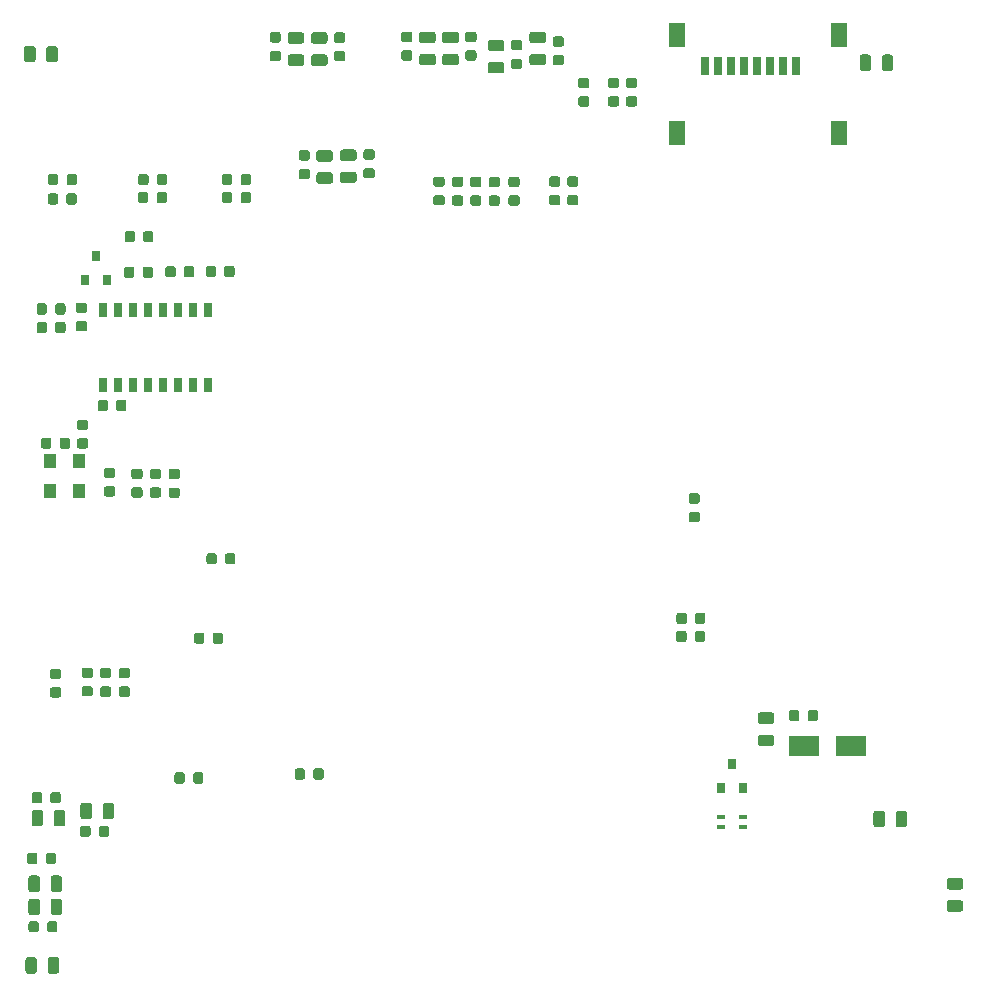
<source format=gbr>
G04 #@! TF.GenerationSoftware,KiCad,Pcbnew,5.1.5-52549c5~86~ubuntu18.04.1*
G04 #@! TF.CreationDate,2020-05-25T12:27:11-05:00*
G04 #@! TF.ProjectId,AICE,41494345-2e6b-4696-9361-645f70636258,rev?*
G04 #@! TF.SameCoordinates,Original*
G04 #@! TF.FileFunction,Paste,Bot*
G04 #@! TF.FilePolarity,Positive*
%FSLAX46Y46*%
G04 Gerber Fmt 4.6, Leading zero omitted, Abs format (unit mm)*
G04 Created by KiCad (PCBNEW 5.1.5-52549c5~86~ubuntu18.04.1) date 2020-05-25 12:27:11*
%MOMM*%
%LPD*%
G04 APERTURE LIST*
%ADD10C,0.100000*%
%ADD11R,0.800000X1.300000*%
%ADD12R,2.500000X1.800000*%
%ADD13R,0.800000X0.900000*%
%ADD14R,1.450000X2.000000*%
%ADD15R,0.800000X1.500000*%
%ADD16R,1.100000X1.200000*%
%ADD17R,0.750000X0.400000*%
G04 APERTURE END LIST*
D10*
G36*
X76170331Y-79590853D02*
G01*
X76191566Y-79594003D01*
X76212390Y-79599219D01*
X76232602Y-79606451D01*
X76252008Y-79615630D01*
X76270421Y-79626666D01*
X76287664Y-79639454D01*
X76303570Y-79653870D01*
X76317986Y-79669776D01*
X76330774Y-79687019D01*
X76341810Y-79705432D01*
X76350989Y-79724838D01*
X76358221Y-79745050D01*
X76363437Y-79765874D01*
X76366587Y-79787109D01*
X76367640Y-79808550D01*
X76367640Y-80246050D01*
X76366587Y-80267491D01*
X76363437Y-80288726D01*
X76358221Y-80309550D01*
X76350989Y-80329762D01*
X76341810Y-80349168D01*
X76330774Y-80367581D01*
X76317986Y-80384824D01*
X76303570Y-80400730D01*
X76287664Y-80415146D01*
X76270421Y-80427934D01*
X76252008Y-80438970D01*
X76232602Y-80448149D01*
X76212390Y-80455381D01*
X76191566Y-80460597D01*
X76170331Y-80463747D01*
X76148890Y-80464800D01*
X75636390Y-80464800D01*
X75614949Y-80463747D01*
X75593714Y-80460597D01*
X75572890Y-80455381D01*
X75552678Y-80448149D01*
X75533272Y-80438970D01*
X75514859Y-80427934D01*
X75497616Y-80415146D01*
X75481710Y-80400730D01*
X75467294Y-80384824D01*
X75454506Y-80367581D01*
X75443470Y-80349168D01*
X75434291Y-80329762D01*
X75427059Y-80309550D01*
X75421843Y-80288726D01*
X75418693Y-80267491D01*
X75417640Y-80246050D01*
X75417640Y-79808550D01*
X75418693Y-79787109D01*
X75421843Y-79765874D01*
X75427059Y-79745050D01*
X75434291Y-79724838D01*
X75443470Y-79705432D01*
X75454506Y-79687019D01*
X75467294Y-79669776D01*
X75481710Y-79653870D01*
X75497616Y-79639454D01*
X75514859Y-79626666D01*
X75533272Y-79615630D01*
X75552678Y-79606451D01*
X75572890Y-79599219D01*
X75593714Y-79594003D01*
X75614949Y-79590853D01*
X75636390Y-79589800D01*
X76148890Y-79589800D01*
X76170331Y-79590853D01*
G37*
G36*
X76170331Y-78015853D02*
G01*
X76191566Y-78019003D01*
X76212390Y-78024219D01*
X76232602Y-78031451D01*
X76252008Y-78040630D01*
X76270421Y-78051666D01*
X76287664Y-78064454D01*
X76303570Y-78078870D01*
X76317986Y-78094776D01*
X76330774Y-78112019D01*
X76341810Y-78130432D01*
X76350989Y-78149838D01*
X76358221Y-78170050D01*
X76363437Y-78190874D01*
X76366587Y-78212109D01*
X76367640Y-78233550D01*
X76367640Y-78671050D01*
X76366587Y-78692491D01*
X76363437Y-78713726D01*
X76358221Y-78734550D01*
X76350989Y-78754762D01*
X76341810Y-78774168D01*
X76330774Y-78792581D01*
X76317986Y-78809824D01*
X76303570Y-78825730D01*
X76287664Y-78840146D01*
X76270421Y-78852934D01*
X76252008Y-78863970D01*
X76232602Y-78873149D01*
X76212390Y-78880381D01*
X76191566Y-78885597D01*
X76170331Y-78888747D01*
X76148890Y-78889800D01*
X75636390Y-78889800D01*
X75614949Y-78888747D01*
X75593714Y-78885597D01*
X75572890Y-78880381D01*
X75552678Y-78873149D01*
X75533272Y-78863970D01*
X75514859Y-78852934D01*
X75497616Y-78840146D01*
X75481710Y-78825730D01*
X75467294Y-78809824D01*
X75454506Y-78792581D01*
X75443470Y-78774168D01*
X75434291Y-78754762D01*
X75427059Y-78734550D01*
X75421843Y-78713726D01*
X75418693Y-78692491D01*
X75417640Y-78671050D01*
X75417640Y-78233550D01*
X75418693Y-78212109D01*
X75421843Y-78190874D01*
X75427059Y-78170050D01*
X75434291Y-78149838D01*
X75443470Y-78130432D01*
X75454506Y-78112019D01*
X75467294Y-78094776D01*
X75481710Y-78078870D01*
X75497616Y-78064454D01*
X75514859Y-78051666D01*
X75533272Y-78040630D01*
X75552678Y-78031451D01*
X75572890Y-78024219D01*
X75593714Y-78019003D01*
X75614949Y-78015853D01*
X75636390Y-78014800D01*
X76148890Y-78014800D01*
X76170331Y-78015853D01*
G37*
D11*
X47430000Y-89328000D03*
X48710000Y-89328000D03*
X49970000Y-89328000D03*
X51240000Y-89328000D03*
X52520000Y-89328000D03*
X53790000Y-89328000D03*
X55050000Y-89328000D03*
X56330000Y-89328000D03*
X56330000Y-95628000D03*
X55050000Y-95628000D03*
X53790000Y-95628000D03*
X52520000Y-95628000D03*
X51240000Y-95628000D03*
X49970000Y-95628000D03*
X48710000Y-95628000D03*
X47430000Y-95628000D03*
D10*
G36*
X85967131Y-77996113D02*
G01*
X85988366Y-77999263D01*
X86009190Y-78004479D01*
X86029402Y-78011711D01*
X86048808Y-78020890D01*
X86067221Y-78031926D01*
X86084464Y-78044714D01*
X86100370Y-78059130D01*
X86114786Y-78075036D01*
X86127574Y-78092279D01*
X86138610Y-78110692D01*
X86147789Y-78130098D01*
X86155021Y-78150310D01*
X86160237Y-78171134D01*
X86163387Y-78192369D01*
X86164440Y-78213810D01*
X86164440Y-78651310D01*
X86163387Y-78672751D01*
X86160237Y-78693986D01*
X86155021Y-78714810D01*
X86147789Y-78735022D01*
X86138610Y-78754428D01*
X86127574Y-78772841D01*
X86114786Y-78790084D01*
X86100370Y-78805990D01*
X86084464Y-78820406D01*
X86067221Y-78833194D01*
X86048808Y-78844230D01*
X86029402Y-78853409D01*
X86009190Y-78860641D01*
X85988366Y-78865857D01*
X85967131Y-78869007D01*
X85945690Y-78870060D01*
X85433190Y-78870060D01*
X85411749Y-78869007D01*
X85390514Y-78865857D01*
X85369690Y-78860641D01*
X85349478Y-78853409D01*
X85330072Y-78844230D01*
X85311659Y-78833194D01*
X85294416Y-78820406D01*
X85278510Y-78805990D01*
X85264094Y-78790084D01*
X85251306Y-78772841D01*
X85240270Y-78754428D01*
X85231091Y-78735022D01*
X85223859Y-78714810D01*
X85218643Y-78693986D01*
X85215493Y-78672751D01*
X85214440Y-78651310D01*
X85214440Y-78213810D01*
X85215493Y-78192369D01*
X85218643Y-78171134D01*
X85223859Y-78150310D01*
X85231091Y-78130098D01*
X85240270Y-78110692D01*
X85251306Y-78092279D01*
X85264094Y-78075036D01*
X85278510Y-78059130D01*
X85294416Y-78044714D01*
X85311659Y-78031926D01*
X85330072Y-78020890D01*
X85349478Y-78011711D01*
X85369690Y-78004479D01*
X85390514Y-77999263D01*
X85411749Y-77996113D01*
X85433190Y-77995060D01*
X85945690Y-77995060D01*
X85967131Y-77996113D01*
G37*
G36*
X85967131Y-79571113D02*
G01*
X85988366Y-79574263D01*
X86009190Y-79579479D01*
X86029402Y-79586711D01*
X86048808Y-79595890D01*
X86067221Y-79606926D01*
X86084464Y-79619714D01*
X86100370Y-79634130D01*
X86114786Y-79650036D01*
X86127574Y-79667279D01*
X86138610Y-79685692D01*
X86147789Y-79705098D01*
X86155021Y-79725310D01*
X86160237Y-79746134D01*
X86163387Y-79767369D01*
X86164440Y-79788810D01*
X86164440Y-80226310D01*
X86163387Y-80247751D01*
X86160237Y-80268986D01*
X86155021Y-80289810D01*
X86147789Y-80310022D01*
X86138610Y-80329428D01*
X86127574Y-80347841D01*
X86114786Y-80365084D01*
X86100370Y-80380990D01*
X86084464Y-80395406D01*
X86067221Y-80408194D01*
X86048808Y-80419230D01*
X86029402Y-80428409D01*
X86009190Y-80435641D01*
X85988366Y-80440857D01*
X85967131Y-80444007D01*
X85945690Y-80445060D01*
X85433190Y-80445060D01*
X85411749Y-80444007D01*
X85390514Y-80440857D01*
X85369690Y-80435641D01*
X85349478Y-80428409D01*
X85330072Y-80419230D01*
X85311659Y-80408194D01*
X85294416Y-80395406D01*
X85278510Y-80380990D01*
X85264094Y-80365084D01*
X85251306Y-80347841D01*
X85240270Y-80329428D01*
X85231091Y-80310022D01*
X85223859Y-80289810D01*
X85218643Y-80268986D01*
X85215493Y-80247751D01*
X85214440Y-80226310D01*
X85214440Y-79788810D01*
X85215493Y-79767369D01*
X85218643Y-79746134D01*
X85223859Y-79725310D01*
X85231091Y-79705098D01*
X85240270Y-79685692D01*
X85251306Y-79667279D01*
X85264094Y-79650036D01*
X85278510Y-79634130D01*
X85294416Y-79619714D01*
X85311659Y-79606926D01*
X85330072Y-79595890D01*
X85349478Y-79586711D01*
X85369690Y-79579479D01*
X85390514Y-79574263D01*
X85411749Y-79571113D01*
X85433190Y-79570060D01*
X85945690Y-79570060D01*
X85967131Y-79571113D01*
G37*
G36*
X87503831Y-78001193D02*
G01*
X87525066Y-78004343D01*
X87545890Y-78009559D01*
X87566102Y-78016791D01*
X87585508Y-78025970D01*
X87603921Y-78037006D01*
X87621164Y-78049794D01*
X87637070Y-78064210D01*
X87651486Y-78080116D01*
X87664274Y-78097359D01*
X87675310Y-78115772D01*
X87684489Y-78135178D01*
X87691721Y-78155390D01*
X87696937Y-78176214D01*
X87700087Y-78197449D01*
X87701140Y-78218890D01*
X87701140Y-78656390D01*
X87700087Y-78677831D01*
X87696937Y-78699066D01*
X87691721Y-78719890D01*
X87684489Y-78740102D01*
X87675310Y-78759508D01*
X87664274Y-78777921D01*
X87651486Y-78795164D01*
X87637070Y-78811070D01*
X87621164Y-78825486D01*
X87603921Y-78838274D01*
X87585508Y-78849310D01*
X87566102Y-78858489D01*
X87545890Y-78865721D01*
X87525066Y-78870937D01*
X87503831Y-78874087D01*
X87482390Y-78875140D01*
X86969890Y-78875140D01*
X86948449Y-78874087D01*
X86927214Y-78870937D01*
X86906390Y-78865721D01*
X86886178Y-78858489D01*
X86866772Y-78849310D01*
X86848359Y-78838274D01*
X86831116Y-78825486D01*
X86815210Y-78811070D01*
X86800794Y-78795164D01*
X86788006Y-78777921D01*
X86776970Y-78759508D01*
X86767791Y-78740102D01*
X86760559Y-78719890D01*
X86755343Y-78699066D01*
X86752193Y-78677831D01*
X86751140Y-78656390D01*
X86751140Y-78218890D01*
X86752193Y-78197449D01*
X86755343Y-78176214D01*
X86760559Y-78155390D01*
X86767791Y-78135178D01*
X86776970Y-78115772D01*
X86788006Y-78097359D01*
X86800794Y-78080116D01*
X86815210Y-78064210D01*
X86831116Y-78049794D01*
X86848359Y-78037006D01*
X86866772Y-78025970D01*
X86886178Y-78016791D01*
X86906390Y-78009559D01*
X86927214Y-78004343D01*
X86948449Y-78001193D01*
X86969890Y-78000140D01*
X87482390Y-78000140D01*
X87503831Y-78001193D01*
G37*
G36*
X87503831Y-79576193D02*
G01*
X87525066Y-79579343D01*
X87545890Y-79584559D01*
X87566102Y-79591791D01*
X87585508Y-79600970D01*
X87603921Y-79612006D01*
X87621164Y-79624794D01*
X87637070Y-79639210D01*
X87651486Y-79655116D01*
X87664274Y-79672359D01*
X87675310Y-79690772D01*
X87684489Y-79710178D01*
X87691721Y-79730390D01*
X87696937Y-79751214D01*
X87700087Y-79772449D01*
X87701140Y-79793890D01*
X87701140Y-80231390D01*
X87700087Y-80252831D01*
X87696937Y-80274066D01*
X87691721Y-80294890D01*
X87684489Y-80315102D01*
X87675310Y-80334508D01*
X87664274Y-80352921D01*
X87651486Y-80370164D01*
X87637070Y-80386070D01*
X87621164Y-80400486D01*
X87603921Y-80413274D01*
X87585508Y-80424310D01*
X87566102Y-80433489D01*
X87545890Y-80440721D01*
X87525066Y-80445937D01*
X87503831Y-80449087D01*
X87482390Y-80450140D01*
X86969890Y-80450140D01*
X86948449Y-80449087D01*
X86927214Y-80445937D01*
X86906390Y-80440721D01*
X86886178Y-80433489D01*
X86866772Y-80424310D01*
X86848359Y-80413274D01*
X86831116Y-80400486D01*
X86815210Y-80386070D01*
X86800794Y-80370164D01*
X86788006Y-80352921D01*
X86776970Y-80334508D01*
X86767791Y-80315102D01*
X86760559Y-80294890D01*
X86755343Y-80274066D01*
X86752193Y-80252831D01*
X86751140Y-80231390D01*
X86751140Y-79793890D01*
X86752193Y-79772449D01*
X86755343Y-79751214D01*
X86760559Y-79730390D01*
X86767791Y-79710178D01*
X86776970Y-79690772D01*
X86788006Y-79672359D01*
X86800794Y-79655116D01*
X86815210Y-79639210D01*
X86831116Y-79624794D01*
X86848359Y-79612006D01*
X86866772Y-79600970D01*
X86886178Y-79591791D01*
X86906390Y-79584559D01*
X86927214Y-79579343D01*
X86948449Y-79576193D01*
X86969890Y-79575140D01*
X87482390Y-79575140D01*
X87503831Y-79576193D01*
G37*
G36*
X51078691Y-79316053D02*
G01*
X51099926Y-79319203D01*
X51120750Y-79324419D01*
X51140962Y-79331651D01*
X51160368Y-79340830D01*
X51178781Y-79351866D01*
X51196024Y-79364654D01*
X51211930Y-79379070D01*
X51226346Y-79394976D01*
X51239134Y-79412219D01*
X51250170Y-79430632D01*
X51259349Y-79450038D01*
X51266581Y-79470250D01*
X51271797Y-79491074D01*
X51274947Y-79512309D01*
X51276000Y-79533750D01*
X51276000Y-80046250D01*
X51274947Y-80067691D01*
X51271797Y-80088926D01*
X51266581Y-80109750D01*
X51259349Y-80129962D01*
X51250170Y-80149368D01*
X51239134Y-80167781D01*
X51226346Y-80185024D01*
X51211930Y-80200930D01*
X51196024Y-80215346D01*
X51178781Y-80228134D01*
X51160368Y-80239170D01*
X51140962Y-80248349D01*
X51120750Y-80255581D01*
X51099926Y-80260797D01*
X51078691Y-80263947D01*
X51057250Y-80265000D01*
X50619750Y-80265000D01*
X50598309Y-80263947D01*
X50577074Y-80260797D01*
X50556250Y-80255581D01*
X50536038Y-80248349D01*
X50516632Y-80239170D01*
X50498219Y-80228134D01*
X50480976Y-80215346D01*
X50465070Y-80200930D01*
X50450654Y-80185024D01*
X50437866Y-80167781D01*
X50426830Y-80149368D01*
X50417651Y-80129962D01*
X50410419Y-80109750D01*
X50405203Y-80088926D01*
X50402053Y-80067691D01*
X50401000Y-80046250D01*
X50401000Y-79533750D01*
X50402053Y-79512309D01*
X50405203Y-79491074D01*
X50410419Y-79470250D01*
X50417651Y-79450038D01*
X50426830Y-79430632D01*
X50437866Y-79412219D01*
X50450654Y-79394976D01*
X50465070Y-79379070D01*
X50480976Y-79364654D01*
X50498219Y-79351866D01*
X50516632Y-79340830D01*
X50536038Y-79331651D01*
X50556250Y-79324419D01*
X50577074Y-79319203D01*
X50598309Y-79316053D01*
X50619750Y-79315000D01*
X51057250Y-79315000D01*
X51078691Y-79316053D01*
G37*
G36*
X52653691Y-79316053D02*
G01*
X52674926Y-79319203D01*
X52695750Y-79324419D01*
X52715962Y-79331651D01*
X52735368Y-79340830D01*
X52753781Y-79351866D01*
X52771024Y-79364654D01*
X52786930Y-79379070D01*
X52801346Y-79394976D01*
X52814134Y-79412219D01*
X52825170Y-79430632D01*
X52834349Y-79450038D01*
X52841581Y-79470250D01*
X52846797Y-79491074D01*
X52849947Y-79512309D01*
X52851000Y-79533750D01*
X52851000Y-80046250D01*
X52849947Y-80067691D01*
X52846797Y-80088926D01*
X52841581Y-80109750D01*
X52834349Y-80129962D01*
X52825170Y-80149368D01*
X52814134Y-80167781D01*
X52801346Y-80185024D01*
X52786930Y-80200930D01*
X52771024Y-80215346D01*
X52753781Y-80228134D01*
X52735368Y-80239170D01*
X52715962Y-80248349D01*
X52695750Y-80255581D01*
X52674926Y-80260797D01*
X52653691Y-80263947D01*
X52632250Y-80265000D01*
X52194750Y-80265000D01*
X52173309Y-80263947D01*
X52152074Y-80260797D01*
X52131250Y-80255581D01*
X52111038Y-80248349D01*
X52091632Y-80239170D01*
X52073219Y-80228134D01*
X52055976Y-80215346D01*
X52040070Y-80200930D01*
X52025654Y-80185024D01*
X52012866Y-80167781D01*
X52001830Y-80149368D01*
X51992651Y-80129962D01*
X51985419Y-80109750D01*
X51980203Y-80088926D01*
X51977053Y-80067691D01*
X51976000Y-80046250D01*
X51976000Y-79533750D01*
X51977053Y-79512309D01*
X51980203Y-79491074D01*
X51985419Y-79470250D01*
X51992651Y-79450038D01*
X52001830Y-79430632D01*
X52012866Y-79412219D01*
X52025654Y-79394976D01*
X52040070Y-79379070D01*
X52055976Y-79364654D01*
X52073219Y-79351866D01*
X52091632Y-79340830D01*
X52111038Y-79331651D01*
X52131250Y-79324419D01*
X52152074Y-79319203D01*
X52173309Y-79316053D01*
X52194750Y-79315000D01*
X52632250Y-79315000D01*
X52653691Y-79316053D01*
G37*
G36*
X97777691Y-106401053D02*
G01*
X97798926Y-106404203D01*
X97819750Y-106409419D01*
X97839962Y-106416651D01*
X97859368Y-106425830D01*
X97877781Y-106436866D01*
X97895024Y-106449654D01*
X97910930Y-106464070D01*
X97925346Y-106479976D01*
X97938134Y-106497219D01*
X97949170Y-106515632D01*
X97958349Y-106535038D01*
X97965581Y-106555250D01*
X97970797Y-106576074D01*
X97973947Y-106597309D01*
X97975000Y-106618750D01*
X97975000Y-107056250D01*
X97973947Y-107077691D01*
X97970797Y-107098926D01*
X97965581Y-107119750D01*
X97958349Y-107139962D01*
X97949170Y-107159368D01*
X97938134Y-107177781D01*
X97925346Y-107195024D01*
X97910930Y-107210930D01*
X97895024Y-107225346D01*
X97877781Y-107238134D01*
X97859368Y-107249170D01*
X97839962Y-107258349D01*
X97819750Y-107265581D01*
X97798926Y-107270797D01*
X97777691Y-107273947D01*
X97756250Y-107275000D01*
X97243750Y-107275000D01*
X97222309Y-107273947D01*
X97201074Y-107270797D01*
X97180250Y-107265581D01*
X97160038Y-107258349D01*
X97140632Y-107249170D01*
X97122219Y-107238134D01*
X97104976Y-107225346D01*
X97089070Y-107210930D01*
X97074654Y-107195024D01*
X97061866Y-107177781D01*
X97050830Y-107159368D01*
X97041651Y-107139962D01*
X97034419Y-107119750D01*
X97029203Y-107098926D01*
X97026053Y-107077691D01*
X97025000Y-107056250D01*
X97025000Y-106618750D01*
X97026053Y-106597309D01*
X97029203Y-106576074D01*
X97034419Y-106555250D01*
X97041651Y-106535038D01*
X97050830Y-106515632D01*
X97061866Y-106497219D01*
X97074654Y-106479976D01*
X97089070Y-106464070D01*
X97104976Y-106449654D01*
X97122219Y-106436866D01*
X97140632Y-106425830D01*
X97160038Y-106416651D01*
X97180250Y-106409419D01*
X97201074Y-106404203D01*
X97222309Y-106401053D01*
X97243750Y-106400000D01*
X97756250Y-106400000D01*
X97777691Y-106401053D01*
G37*
G36*
X97777691Y-104826053D02*
G01*
X97798926Y-104829203D01*
X97819750Y-104834419D01*
X97839962Y-104841651D01*
X97859368Y-104850830D01*
X97877781Y-104861866D01*
X97895024Y-104874654D01*
X97910930Y-104889070D01*
X97925346Y-104904976D01*
X97938134Y-104922219D01*
X97949170Y-104940632D01*
X97958349Y-104960038D01*
X97965581Y-104980250D01*
X97970797Y-105001074D01*
X97973947Y-105022309D01*
X97975000Y-105043750D01*
X97975000Y-105481250D01*
X97973947Y-105502691D01*
X97970797Y-105523926D01*
X97965581Y-105544750D01*
X97958349Y-105564962D01*
X97949170Y-105584368D01*
X97938134Y-105602781D01*
X97925346Y-105620024D01*
X97910930Y-105635930D01*
X97895024Y-105650346D01*
X97877781Y-105663134D01*
X97859368Y-105674170D01*
X97839962Y-105683349D01*
X97819750Y-105690581D01*
X97798926Y-105695797D01*
X97777691Y-105698947D01*
X97756250Y-105700000D01*
X97243750Y-105700000D01*
X97222309Y-105698947D01*
X97201074Y-105695797D01*
X97180250Y-105690581D01*
X97160038Y-105683349D01*
X97140632Y-105674170D01*
X97122219Y-105663134D01*
X97104976Y-105650346D01*
X97089070Y-105635930D01*
X97074654Y-105620024D01*
X97061866Y-105602781D01*
X97050830Y-105584368D01*
X97041651Y-105564962D01*
X97034419Y-105544750D01*
X97029203Y-105523926D01*
X97026053Y-105502691D01*
X97025000Y-105481250D01*
X97025000Y-105043750D01*
X97026053Y-105022309D01*
X97029203Y-105001074D01*
X97034419Y-104980250D01*
X97041651Y-104960038D01*
X97050830Y-104940632D01*
X97061866Y-104922219D01*
X97074654Y-104904976D01*
X97089070Y-104889070D01*
X97104976Y-104874654D01*
X97122219Y-104861866D01*
X97140632Y-104850830D01*
X97160038Y-104841651D01*
X97180250Y-104834419D01*
X97201074Y-104829203D01*
X97222309Y-104826053D01*
X97243750Y-104825000D01*
X97756250Y-104825000D01*
X97777691Y-104826053D01*
G37*
G36*
X58190691Y-79316053D02*
G01*
X58211926Y-79319203D01*
X58232750Y-79324419D01*
X58252962Y-79331651D01*
X58272368Y-79340830D01*
X58290781Y-79351866D01*
X58308024Y-79364654D01*
X58323930Y-79379070D01*
X58338346Y-79394976D01*
X58351134Y-79412219D01*
X58362170Y-79430632D01*
X58371349Y-79450038D01*
X58378581Y-79470250D01*
X58383797Y-79491074D01*
X58386947Y-79512309D01*
X58388000Y-79533750D01*
X58388000Y-80046250D01*
X58386947Y-80067691D01*
X58383797Y-80088926D01*
X58378581Y-80109750D01*
X58371349Y-80129962D01*
X58362170Y-80149368D01*
X58351134Y-80167781D01*
X58338346Y-80185024D01*
X58323930Y-80200930D01*
X58308024Y-80215346D01*
X58290781Y-80228134D01*
X58272368Y-80239170D01*
X58252962Y-80248349D01*
X58232750Y-80255581D01*
X58211926Y-80260797D01*
X58190691Y-80263947D01*
X58169250Y-80265000D01*
X57731750Y-80265000D01*
X57710309Y-80263947D01*
X57689074Y-80260797D01*
X57668250Y-80255581D01*
X57648038Y-80248349D01*
X57628632Y-80239170D01*
X57610219Y-80228134D01*
X57592976Y-80215346D01*
X57577070Y-80200930D01*
X57562654Y-80185024D01*
X57549866Y-80167781D01*
X57538830Y-80149368D01*
X57529651Y-80129962D01*
X57522419Y-80109750D01*
X57517203Y-80088926D01*
X57514053Y-80067691D01*
X57513000Y-80046250D01*
X57513000Y-79533750D01*
X57514053Y-79512309D01*
X57517203Y-79491074D01*
X57522419Y-79470250D01*
X57529651Y-79450038D01*
X57538830Y-79430632D01*
X57549866Y-79412219D01*
X57562654Y-79394976D01*
X57577070Y-79379070D01*
X57592976Y-79364654D01*
X57610219Y-79351866D01*
X57628632Y-79340830D01*
X57648038Y-79331651D01*
X57668250Y-79324419D01*
X57689074Y-79319203D01*
X57710309Y-79316053D01*
X57731750Y-79315000D01*
X58169250Y-79315000D01*
X58190691Y-79316053D01*
G37*
G36*
X59765691Y-79316053D02*
G01*
X59786926Y-79319203D01*
X59807750Y-79324419D01*
X59827962Y-79331651D01*
X59847368Y-79340830D01*
X59865781Y-79351866D01*
X59883024Y-79364654D01*
X59898930Y-79379070D01*
X59913346Y-79394976D01*
X59926134Y-79412219D01*
X59937170Y-79430632D01*
X59946349Y-79450038D01*
X59953581Y-79470250D01*
X59958797Y-79491074D01*
X59961947Y-79512309D01*
X59963000Y-79533750D01*
X59963000Y-80046250D01*
X59961947Y-80067691D01*
X59958797Y-80088926D01*
X59953581Y-80109750D01*
X59946349Y-80129962D01*
X59937170Y-80149368D01*
X59926134Y-80167781D01*
X59913346Y-80185024D01*
X59898930Y-80200930D01*
X59883024Y-80215346D01*
X59865781Y-80228134D01*
X59847368Y-80239170D01*
X59827962Y-80248349D01*
X59807750Y-80255581D01*
X59786926Y-80260797D01*
X59765691Y-80263947D01*
X59744250Y-80265000D01*
X59306750Y-80265000D01*
X59285309Y-80263947D01*
X59264074Y-80260797D01*
X59243250Y-80255581D01*
X59223038Y-80248349D01*
X59203632Y-80239170D01*
X59185219Y-80228134D01*
X59167976Y-80215346D01*
X59152070Y-80200930D01*
X59137654Y-80185024D01*
X59124866Y-80167781D01*
X59113830Y-80149368D01*
X59104651Y-80129962D01*
X59097419Y-80109750D01*
X59092203Y-80088926D01*
X59089053Y-80067691D01*
X59088000Y-80046250D01*
X59088000Y-79533750D01*
X59089053Y-79512309D01*
X59092203Y-79491074D01*
X59097419Y-79470250D01*
X59104651Y-79450038D01*
X59113830Y-79430632D01*
X59124866Y-79412219D01*
X59137654Y-79394976D01*
X59152070Y-79379070D01*
X59167976Y-79364654D01*
X59185219Y-79351866D01*
X59203632Y-79340830D01*
X59223038Y-79331651D01*
X59243250Y-79324419D01*
X59264074Y-79319203D01*
X59285309Y-79316053D01*
X59306750Y-79315000D01*
X59744250Y-79315000D01*
X59765691Y-79316053D01*
G37*
G36*
X54972691Y-85594053D02*
G01*
X54993926Y-85597203D01*
X55014750Y-85602419D01*
X55034962Y-85609651D01*
X55054368Y-85618830D01*
X55072781Y-85629866D01*
X55090024Y-85642654D01*
X55105930Y-85657070D01*
X55120346Y-85672976D01*
X55133134Y-85690219D01*
X55144170Y-85708632D01*
X55153349Y-85728038D01*
X55160581Y-85748250D01*
X55165797Y-85769074D01*
X55168947Y-85790309D01*
X55170000Y-85811750D01*
X55170000Y-86324250D01*
X55168947Y-86345691D01*
X55165797Y-86366926D01*
X55160581Y-86387750D01*
X55153349Y-86407962D01*
X55144170Y-86427368D01*
X55133134Y-86445781D01*
X55120346Y-86463024D01*
X55105930Y-86478930D01*
X55090024Y-86493346D01*
X55072781Y-86506134D01*
X55054368Y-86517170D01*
X55034962Y-86526349D01*
X55014750Y-86533581D01*
X54993926Y-86538797D01*
X54972691Y-86541947D01*
X54951250Y-86543000D01*
X54513750Y-86543000D01*
X54492309Y-86541947D01*
X54471074Y-86538797D01*
X54450250Y-86533581D01*
X54430038Y-86526349D01*
X54410632Y-86517170D01*
X54392219Y-86506134D01*
X54374976Y-86493346D01*
X54359070Y-86478930D01*
X54344654Y-86463024D01*
X54331866Y-86445781D01*
X54320830Y-86427368D01*
X54311651Y-86407962D01*
X54304419Y-86387750D01*
X54299203Y-86366926D01*
X54296053Y-86345691D01*
X54295000Y-86324250D01*
X54295000Y-85811750D01*
X54296053Y-85790309D01*
X54299203Y-85769074D01*
X54304419Y-85748250D01*
X54311651Y-85728038D01*
X54320830Y-85708632D01*
X54331866Y-85690219D01*
X54344654Y-85672976D01*
X54359070Y-85657070D01*
X54374976Y-85642654D01*
X54392219Y-85629866D01*
X54410632Y-85618830D01*
X54430038Y-85609651D01*
X54450250Y-85602419D01*
X54471074Y-85597203D01*
X54492309Y-85594053D01*
X54513750Y-85593000D01*
X54951250Y-85593000D01*
X54972691Y-85594053D01*
G37*
G36*
X53397691Y-85594053D02*
G01*
X53418926Y-85597203D01*
X53439750Y-85602419D01*
X53459962Y-85609651D01*
X53479368Y-85618830D01*
X53497781Y-85629866D01*
X53515024Y-85642654D01*
X53530930Y-85657070D01*
X53545346Y-85672976D01*
X53558134Y-85690219D01*
X53569170Y-85708632D01*
X53578349Y-85728038D01*
X53585581Y-85748250D01*
X53590797Y-85769074D01*
X53593947Y-85790309D01*
X53595000Y-85811750D01*
X53595000Y-86324250D01*
X53593947Y-86345691D01*
X53590797Y-86366926D01*
X53585581Y-86387750D01*
X53578349Y-86407962D01*
X53569170Y-86427368D01*
X53558134Y-86445781D01*
X53545346Y-86463024D01*
X53530930Y-86478930D01*
X53515024Y-86493346D01*
X53497781Y-86506134D01*
X53479368Y-86517170D01*
X53459962Y-86526349D01*
X53439750Y-86533581D01*
X53418926Y-86538797D01*
X53397691Y-86541947D01*
X53376250Y-86543000D01*
X52938750Y-86543000D01*
X52917309Y-86541947D01*
X52896074Y-86538797D01*
X52875250Y-86533581D01*
X52855038Y-86526349D01*
X52835632Y-86517170D01*
X52817219Y-86506134D01*
X52799976Y-86493346D01*
X52784070Y-86478930D01*
X52769654Y-86463024D01*
X52756866Y-86445781D01*
X52745830Y-86427368D01*
X52736651Y-86407962D01*
X52729419Y-86387750D01*
X52724203Y-86366926D01*
X52721053Y-86345691D01*
X52720000Y-86324250D01*
X52720000Y-85811750D01*
X52721053Y-85790309D01*
X52724203Y-85769074D01*
X52729419Y-85748250D01*
X52736651Y-85728038D01*
X52745830Y-85708632D01*
X52756866Y-85690219D01*
X52769654Y-85672976D01*
X52784070Y-85657070D01*
X52799976Y-85642654D01*
X52817219Y-85629866D01*
X52835632Y-85618830D01*
X52855038Y-85609651D01*
X52875250Y-85602419D01*
X52896074Y-85597203D01*
X52917309Y-85594053D01*
X52938750Y-85593000D01*
X53376250Y-85593000D01*
X53397691Y-85594053D01*
G37*
G36*
X51472691Y-85634053D02*
G01*
X51493926Y-85637203D01*
X51514750Y-85642419D01*
X51534962Y-85649651D01*
X51554368Y-85658830D01*
X51572781Y-85669866D01*
X51590024Y-85682654D01*
X51605930Y-85697070D01*
X51620346Y-85712976D01*
X51633134Y-85730219D01*
X51644170Y-85748632D01*
X51653349Y-85768038D01*
X51660581Y-85788250D01*
X51665797Y-85809074D01*
X51668947Y-85830309D01*
X51670000Y-85851750D01*
X51670000Y-86364250D01*
X51668947Y-86385691D01*
X51665797Y-86406926D01*
X51660581Y-86427750D01*
X51653349Y-86447962D01*
X51644170Y-86467368D01*
X51633134Y-86485781D01*
X51620346Y-86503024D01*
X51605930Y-86518930D01*
X51590024Y-86533346D01*
X51572781Y-86546134D01*
X51554368Y-86557170D01*
X51534962Y-86566349D01*
X51514750Y-86573581D01*
X51493926Y-86578797D01*
X51472691Y-86581947D01*
X51451250Y-86583000D01*
X51013750Y-86583000D01*
X50992309Y-86581947D01*
X50971074Y-86578797D01*
X50950250Y-86573581D01*
X50930038Y-86566349D01*
X50910632Y-86557170D01*
X50892219Y-86546134D01*
X50874976Y-86533346D01*
X50859070Y-86518930D01*
X50844654Y-86503024D01*
X50831866Y-86485781D01*
X50820830Y-86467368D01*
X50811651Y-86447962D01*
X50804419Y-86427750D01*
X50799203Y-86406926D01*
X50796053Y-86385691D01*
X50795000Y-86364250D01*
X50795000Y-85851750D01*
X50796053Y-85830309D01*
X50799203Y-85809074D01*
X50804419Y-85788250D01*
X50811651Y-85768038D01*
X50820830Y-85748632D01*
X50831866Y-85730219D01*
X50844654Y-85712976D01*
X50859070Y-85697070D01*
X50874976Y-85682654D01*
X50892219Y-85669866D01*
X50910632Y-85658830D01*
X50930038Y-85649651D01*
X50950250Y-85642419D01*
X50971074Y-85637203D01*
X50992309Y-85634053D01*
X51013750Y-85633000D01*
X51451250Y-85633000D01*
X51472691Y-85634053D01*
G37*
G36*
X49897691Y-85634053D02*
G01*
X49918926Y-85637203D01*
X49939750Y-85642419D01*
X49959962Y-85649651D01*
X49979368Y-85658830D01*
X49997781Y-85669866D01*
X50015024Y-85682654D01*
X50030930Y-85697070D01*
X50045346Y-85712976D01*
X50058134Y-85730219D01*
X50069170Y-85748632D01*
X50078349Y-85768038D01*
X50085581Y-85788250D01*
X50090797Y-85809074D01*
X50093947Y-85830309D01*
X50095000Y-85851750D01*
X50095000Y-86364250D01*
X50093947Y-86385691D01*
X50090797Y-86406926D01*
X50085581Y-86427750D01*
X50078349Y-86447962D01*
X50069170Y-86467368D01*
X50058134Y-86485781D01*
X50045346Y-86503024D01*
X50030930Y-86518930D01*
X50015024Y-86533346D01*
X49997781Y-86546134D01*
X49979368Y-86557170D01*
X49959962Y-86566349D01*
X49939750Y-86573581D01*
X49918926Y-86578797D01*
X49897691Y-86581947D01*
X49876250Y-86583000D01*
X49438750Y-86583000D01*
X49417309Y-86581947D01*
X49396074Y-86578797D01*
X49375250Y-86573581D01*
X49355038Y-86566349D01*
X49335632Y-86557170D01*
X49317219Y-86546134D01*
X49299976Y-86533346D01*
X49284070Y-86518930D01*
X49269654Y-86503024D01*
X49256866Y-86485781D01*
X49245830Y-86467368D01*
X49236651Y-86447962D01*
X49229419Y-86427750D01*
X49224203Y-86406926D01*
X49221053Y-86385691D01*
X49220000Y-86364250D01*
X49220000Y-85851750D01*
X49221053Y-85830309D01*
X49224203Y-85809074D01*
X49229419Y-85788250D01*
X49236651Y-85768038D01*
X49245830Y-85748632D01*
X49256866Y-85730219D01*
X49269654Y-85712976D01*
X49284070Y-85697070D01*
X49299976Y-85682654D01*
X49317219Y-85669866D01*
X49335632Y-85658830D01*
X49355038Y-85649651D01*
X49375250Y-85642419D01*
X49396074Y-85637203D01*
X49417309Y-85634053D01*
X49438750Y-85633000D01*
X49876250Y-85633000D01*
X49897691Y-85634053D01*
G37*
G36*
X42498691Y-90322053D02*
G01*
X42519926Y-90325203D01*
X42540750Y-90330419D01*
X42560962Y-90337651D01*
X42580368Y-90346830D01*
X42598781Y-90357866D01*
X42616024Y-90370654D01*
X42631930Y-90385070D01*
X42646346Y-90400976D01*
X42659134Y-90418219D01*
X42670170Y-90436632D01*
X42679349Y-90456038D01*
X42686581Y-90476250D01*
X42691797Y-90497074D01*
X42694947Y-90518309D01*
X42696000Y-90539750D01*
X42696000Y-91052250D01*
X42694947Y-91073691D01*
X42691797Y-91094926D01*
X42686581Y-91115750D01*
X42679349Y-91135962D01*
X42670170Y-91155368D01*
X42659134Y-91173781D01*
X42646346Y-91191024D01*
X42631930Y-91206930D01*
X42616024Y-91221346D01*
X42598781Y-91234134D01*
X42580368Y-91245170D01*
X42560962Y-91254349D01*
X42540750Y-91261581D01*
X42519926Y-91266797D01*
X42498691Y-91269947D01*
X42477250Y-91271000D01*
X42039750Y-91271000D01*
X42018309Y-91269947D01*
X41997074Y-91266797D01*
X41976250Y-91261581D01*
X41956038Y-91254349D01*
X41936632Y-91245170D01*
X41918219Y-91234134D01*
X41900976Y-91221346D01*
X41885070Y-91206930D01*
X41870654Y-91191024D01*
X41857866Y-91173781D01*
X41846830Y-91155368D01*
X41837651Y-91135962D01*
X41830419Y-91115750D01*
X41825203Y-91094926D01*
X41822053Y-91073691D01*
X41821000Y-91052250D01*
X41821000Y-90539750D01*
X41822053Y-90518309D01*
X41825203Y-90497074D01*
X41830419Y-90476250D01*
X41837651Y-90456038D01*
X41846830Y-90436632D01*
X41857866Y-90418219D01*
X41870654Y-90400976D01*
X41885070Y-90385070D01*
X41900976Y-90370654D01*
X41918219Y-90357866D01*
X41936632Y-90346830D01*
X41956038Y-90337651D01*
X41976250Y-90330419D01*
X41997074Y-90325203D01*
X42018309Y-90322053D01*
X42039750Y-90321000D01*
X42477250Y-90321000D01*
X42498691Y-90322053D01*
G37*
G36*
X44073691Y-90322053D02*
G01*
X44094926Y-90325203D01*
X44115750Y-90330419D01*
X44135962Y-90337651D01*
X44155368Y-90346830D01*
X44173781Y-90357866D01*
X44191024Y-90370654D01*
X44206930Y-90385070D01*
X44221346Y-90400976D01*
X44234134Y-90418219D01*
X44245170Y-90436632D01*
X44254349Y-90456038D01*
X44261581Y-90476250D01*
X44266797Y-90497074D01*
X44269947Y-90518309D01*
X44271000Y-90539750D01*
X44271000Y-91052250D01*
X44269947Y-91073691D01*
X44266797Y-91094926D01*
X44261581Y-91115750D01*
X44254349Y-91135962D01*
X44245170Y-91155368D01*
X44234134Y-91173781D01*
X44221346Y-91191024D01*
X44206930Y-91206930D01*
X44191024Y-91221346D01*
X44173781Y-91234134D01*
X44155368Y-91245170D01*
X44135962Y-91254349D01*
X44115750Y-91261581D01*
X44094926Y-91266797D01*
X44073691Y-91269947D01*
X44052250Y-91271000D01*
X43614750Y-91271000D01*
X43593309Y-91269947D01*
X43572074Y-91266797D01*
X43551250Y-91261581D01*
X43531038Y-91254349D01*
X43511632Y-91245170D01*
X43493219Y-91234134D01*
X43475976Y-91221346D01*
X43460070Y-91206930D01*
X43445654Y-91191024D01*
X43432866Y-91173781D01*
X43421830Y-91155368D01*
X43412651Y-91135962D01*
X43405419Y-91115750D01*
X43400203Y-91094926D01*
X43397053Y-91073691D01*
X43396000Y-91052250D01*
X43396000Y-90539750D01*
X43397053Y-90518309D01*
X43400203Y-90497074D01*
X43405419Y-90476250D01*
X43412651Y-90456038D01*
X43421830Y-90436632D01*
X43432866Y-90418219D01*
X43445654Y-90400976D01*
X43460070Y-90385070D01*
X43475976Y-90370654D01*
X43493219Y-90357866D01*
X43511632Y-90346830D01*
X43531038Y-90337651D01*
X43551250Y-90330419D01*
X43572074Y-90325203D01*
X43593309Y-90322053D01*
X43614750Y-90321000D01*
X44052250Y-90321000D01*
X44073691Y-90322053D01*
G37*
G36*
X42498691Y-88752053D02*
G01*
X42519926Y-88755203D01*
X42540750Y-88760419D01*
X42560962Y-88767651D01*
X42580368Y-88776830D01*
X42598781Y-88787866D01*
X42616024Y-88800654D01*
X42631930Y-88815070D01*
X42646346Y-88830976D01*
X42659134Y-88848219D01*
X42670170Y-88866632D01*
X42679349Y-88886038D01*
X42686581Y-88906250D01*
X42691797Y-88927074D01*
X42694947Y-88948309D01*
X42696000Y-88969750D01*
X42696000Y-89482250D01*
X42694947Y-89503691D01*
X42691797Y-89524926D01*
X42686581Y-89545750D01*
X42679349Y-89565962D01*
X42670170Y-89585368D01*
X42659134Y-89603781D01*
X42646346Y-89621024D01*
X42631930Y-89636930D01*
X42616024Y-89651346D01*
X42598781Y-89664134D01*
X42580368Y-89675170D01*
X42560962Y-89684349D01*
X42540750Y-89691581D01*
X42519926Y-89696797D01*
X42498691Y-89699947D01*
X42477250Y-89701000D01*
X42039750Y-89701000D01*
X42018309Y-89699947D01*
X41997074Y-89696797D01*
X41976250Y-89691581D01*
X41956038Y-89684349D01*
X41936632Y-89675170D01*
X41918219Y-89664134D01*
X41900976Y-89651346D01*
X41885070Y-89636930D01*
X41870654Y-89621024D01*
X41857866Y-89603781D01*
X41846830Y-89585368D01*
X41837651Y-89565962D01*
X41830419Y-89545750D01*
X41825203Y-89524926D01*
X41822053Y-89503691D01*
X41821000Y-89482250D01*
X41821000Y-88969750D01*
X41822053Y-88948309D01*
X41825203Y-88927074D01*
X41830419Y-88906250D01*
X41837651Y-88886038D01*
X41846830Y-88866632D01*
X41857866Y-88848219D01*
X41870654Y-88830976D01*
X41885070Y-88815070D01*
X41900976Y-88800654D01*
X41918219Y-88787866D01*
X41936632Y-88776830D01*
X41956038Y-88767651D01*
X41976250Y-88760419D01*
X41997074Y-88755203D01*
X42018309Y-88752053D01*
X42039750Y-88751000D01*
X42477250Y-88751000D01*
X42498691Y-88752053D01*
G37*
G36*
X44073691Y-88752053D02*
G01*
X44094926Y-88755203D01*
X44115750Y-88760419D01*
X44135962Y-88767651D01*
X44155368Y-88776830D01*
X44173781Y-88787866D01*
X44191024Y-88800654D01*
X44206930Y-88815070D01*
X44221346Y-88830976D01*
X44234134Y-88848219D01*
X44245170Y-88866632D01*
X44254349Y-88886038D01*
X44261581Y-88906250D01*
X44266797Y-88927074D01*
X44269947Y-88948309D01*
X44271000Y-88969750D01*
X44271000Y-89482250D01*
X44269947Y-89503691D01*
X44266797Y-89524926D01*
X44261581Y-89545750D01*
X44254349Y-89565962D01*
X44245170Y-89585368D01*
X44234134Y-89603781D01*
X44221346Y-89621024D01*
X44206930Y-89636930D01*
X44191024Y-89651346D01*
X44173781Y-89664134D01*
X44155368Y-89675170D01*
X44135962Y-89684349D01*
X44115750Y-89691581D01*
X44094926Y-89696797D01*
X44073691Y-89699947D01*
X44052250Y-89701000D01*
X43614750Y-89701000D01*
X43593309Y-89699947D01*
X43572074Y-89696797D01*
X43551250Y-89691581D01*
X43531038Y-89684349D01*
X43511632Y-89675170D01*
X43493219Y-89664134D01*
X43475976Y-89651346D01*
X43460070Y-89636930D01*
X43445654Y-89621024D01*
X43432866Y-89603781D01*
X43421830Y-89585368D01*
X43412651Y-89565962D01*
X43405419Y-89545750D01*
X43400203Y-89524926D01*
X43397053Y-89503691D01*
X43396000Y-89482250D01*
X43396000Y-88969750D01*
X43397053Y-88948309D01*
X43400203Y-88927074D01*
X43405419Y-88906250D01*
X43412651Y-88886038D01*
X43421830Y-88866632D01*
X43432866Y-88848219D01*
X43445654Y-88830976D01*
X43460070Y-88815070D01*
X43475976Y-88800654D01*
X43493219Y-88787866D01*
X43511632Y-88776830D01*
X43531038Y-88767651D01*
X43551250Y-88760419D01*
X43572074Y-88755203D01*
X43593309Y-88752053D01*
X43614750Y-88751000D01*
X44052250Y-88751000D01*
X44073691Y-88752053D01*
G37*
G36*
X43446691Y-79440053D02*
G01*
X43467926Y-79443203D01*
X43488750Y-79448419D01*
X43508962Y-79455651D01*
X43528368Y-79464830D01*
X43546781Y-79475866D01*
X43564024Y-79488654D01*
X43579930Y-79503070D01*
X43594346Y-79518976D01*
X43607134Y-79536219D01*
X43618170Y-79554632D01*
X43627349Y-79574038D01*
X43634581Y-79594250D01*
X43639797Y-79615074D01*
X43642947Y-79636309D01*
X43644000Y-79657750D01*
X43644000Y-80170250D01*
X43642947Y-80191691D01*
X43639797Y-80212926D01*
X43634581Y-80233750D01*
X43627349Y-80253962D01*
X43618170Y-80273368D01*
X43607134Y-80291781D01*
X43594346Y-80309024D01*
X43579930Y-80324930D01*
X43564024Y-80339346D01*
X43546781Y-80352134D01*
X43528368Y-80363170D01*
X43508962Y-80372349D01*
X43488750Y-80379581D01*
X43467926Y-80384797D01*
X43446691Y-80387947D01*
X43425250Y-80389000D01*
X42987750Y-80389000D01*
X42966309Y-80387947D01*
X42945074Y-80384797D01*
X42924250Y-80379581D01*
X42904038Y-80372349D01*
X42884632Y-80363170D01*
X42866219Y-80352134D01*
X42848976Y-80339346D01*
X42833070Y-80324930D01*
X42818654Y-80309024D01*
X42805866Y-80291781D01*
X42794830Y-80273368D01*
X42785651Y-80253962D01*
X42778419Y-80233750D01*
X42773203Y-80212926D01*
X42770053Y-80191691D01*
X42769000Y-80170250D01*
X42769000Y-79657750D01*
X42770053Y-79636309D01*
X42773203Y-79615074D01*
X42778419Y-79594250D01*
X42785651Y-79574038D01*
X42794830Y-79554632D01*
X42805866Y-79536219D01*
X42818654Y-79518976D01*
X42833070Y-79503070D01*
X42848976Y-79488654D01*
X42866219Y-79475866D01*
X42884632Y-79464830D01*
X42904038Y-79455651D01*
X42924250Y-79448419D01*
X42945074Y-79443203D01*
X42966309Y-79440053D01*
X42987750Y-79439000D01*
X43425250Y-79439000D01*
X43446691Y-79440053D01*
G37*
G36*
X45021691Y-79440053D02*
G01*
X45042926Y-79443203D01*
X45063750Y-79448419D01*
X45083962Y-79455651D01*
X45103368Y-79464830D01*
X45121781Y-79475866D01*
X45139024Y-79488654D01*
X45154930Y-79503070D01*
X45169346Y-79518976D01*
X45182134Y-79536219D01*
X45193170Y-79554632D01*
X45202349Y-79574038D01*
X45209581Y-79594250D01*
X45214797Y-79615074D01*
X45217947Y-79636309D01*
X45219000Y-79657750D01*
X45219000Y-80170250D01*
X45217947Y-80191691D01*
X45214797Y-80212926D01*
X45209581Y-80233750D01*
X45202349Y-80253962D01*
X45193170Y-80273368D01*
X45182134Y-80291781D01*
X45169346Y-80309024D01*
X45154930Y-80324930D01*
X45139024Y-80339346D01*
X45121781Y-80352134D01*
X45103368Y-80363170D01*
X45083962Y-80372349D01*
X45063750Y-80379581D01*
X45042926Y-80384797D01*
X45021691Y-80387947D01*
X45000250Y-80389000D01*
X44562750Y-80389000D01*
X44541309Y-80387947D01*
X44520074Y-80384797D01*
X44499250Y-80379581D01*
X44479038Y-80372349D01*
X44459632Y-80363170D01*
X44441219Y-80352134D01*
X44423976Y-80339346D01*
X44408070Y-80324930D01*
X44393654Y-80309024D01*
X44380866Y-80291781D01*
X44369830Y-80273368D01*
X44360651Y-80253962D01*
X44353419Y-80233750D01*
X44348203Y-80212926D01*
X44345053Y-80191691D01*
X44344000Y-80170250D01*
X44344000Y-79657750D01*
X44345053Y-79636309D01*
X44348203Y-79615074D01*
X44353419Y-79594250D01*
X44360651Y-79574038D01*
X44369830Y-79554632D01*
X44380866Y-79536219D01*
X44393654Y-79518976D01*
X44408070Y-79503070D01*
X44423976Y-79488654D01*
X44441219Y-79475866D01*
X44459632Y-79464830D01*
X44479038Y-79455651D01*
X44499250Y-79448419D01*
X44520074Y-79443203D01*
X44541309Y-79440053D01*
X44562750Y-79439000D01*
X45000250Y-79439000D01*
X45021691Y-79440053D01*
G37*
G36*
X44461691Y-100110053D02*
G01*
X44482926Y-100113203D01*
X44503750Y-100118419D01*
X44523962Y-100125651D01*
X44543368Y-100134830D01*
X44561781Y-100145866D01*
X44579024Y-100158654D01*
X44594930Y-100173070D01*
X44609346Y-100188976D01*
X44622134Y-100206219D01*
X44633170Y-100224632D01*
X44642349Y-100244038D01*
X44649581Y-100264250D01*
X44654797Y-100285074D01*
X44657947Y-100306309D01*
X44659000Y-100327750D01*
X44659000Y-100840250D01*
X44657947Y-100861691D01*
X44654797Y-100882926D01*
X44649581Y-100903750D01*
X44642349Y-100923962D01*
X44633170Y-100943368D01*
X44622134Y-100961781D01*
X44609346Y-100979024D01*
X44594930Y-100994930D01*
X44579024Y-101009346D01*
X44561781Y-101022134D01*
X44543368Y-101033170D01*
X44523962Y-101042349D01*
X44503750Y-101049581D01*
X44482926Y-101054797D01*
X44461691Y-101057947D01*
X44440250Y-101059000D01*
X44002750Y-101059000D01*
X43981309Y-101057947D01*
X43960074Y-101054797D01*
X43939250Y-101049581D01*
X43919038Y-101042349D01*
X43899632Y-101033170D01*
X43881219Y-101022134D01*
X43863976Y-101009346D01*
X43848070Y-100994930D01*
X43833654Y-100979024D01*
X43820866Y-100961781D01*
X43809830Y-100943368D01*
X43800651Y-100923962D01*
X43793419Y-100903750D01*
X43788203Y-100882926D01*
X43785053Y-100861691D01*
X43784000Y-100840250D01*
X43784000Y-100327750D01*
X43785053Y-100306309D01*
X43788203Y-100285074D01*
X43793419Y-100264250D01*
X43800651Y-100244038D01*
X43809830Y-100224632D01*
X43820866Y-100206219D01*
X43833654Y-100188976D01*
X43848070Y-100173070D01*
X43863976Y-100158654D01*
X43881219Y-100145866D01*
X43899632Y-100134830D01*
X43919038Y-100125651D01*
X43939250Y-100118419D01*
X43960074Y-100113203D01*
X43981309Y-100110053D01*
X44002750Y-100109000D01*
X44440250Y-100109000D01*
X44461691Y-100110053D01*
G37*
G36*
X42886691Y-100110053D02*
G01*
X42907926Y-100113203D01*
X42928750Y-100118419D01*
X42948962Y-100125651D01*
X42968368Y-100134830D01*
X42986781Y-100145866D01*
X43004024Y-100158654D01*
X43019930Y-100173070D01*
X43034346Y-100188976D01*
X43047134Y-100206219D01*
X43058170Y-100224632D01*
X43067349Y-100244038D01*
X43074581Y-100264250D01*
X43079797Y-100285074D01*
X43082947Y-100306309D01*
X43084000Y-100327750D01*
X43084000Y-100840250D01*
X43082947Y-100861691D01*
X43079797Y-100882926D01*
X43074581Y-100903750D01*
X43067349Y-100923962D01*
X43058170Y-100943368D01*
X43047134Y-100961781D01*
X43034346Y-100979024D01*
X43019930Y-100994930D01*
X43004024Y-101009346D01*
X42986781Y-101022134D01*
X42968368Y-101033170D01*
X42948962Y-101042349D01*
X42928750Y-101049581D01*
X42907926Y-101054797D01*
X42886691Y-101057947D01*
X42865250Y-101059000D01*
X42427750Y-101059000D01*
X42406309Y-101057947D01*
X42385074Y-101054797D01*
X42364250Y-101049581D01*
X42344038Y-101042349D01*
X42324632Y-101033170D01*
X42306219Y-101022134D01*
X42288976Y-101009346D01*
X42273070Y-100994930D01*
X42258654Y-100979024D01*
X42245866Y-100961781D01*
X42234830Y-100943368D01*
X42225651Y-100923962D01*
X42218419Y-100903750D01*
X42213203Y-100882926D01*
X42210053Y-100861691D01*
X42209000Y-100840250D01*
X42209000Y-100327750D01*
X42210053Y-100306309D01*
X42213203Y-100285074D01*
X42218419Y-100264250D01*
X42225651Y-100244038D01*
X42234830Y-100224632D01*
X42245866Y-100206219D01*
X42258654Y-100188976D01*
X42273070Y-100173070D01*
X42288976Y-100158654D01*
X42306219Y-100145866D01*
X42324632Y-100134830D01*
X42344038Y-100125651D01*
X42364250Y-100118419D01*
X42385074Y-100113203D01*
X42406309Y-100110053D01*
X42427750Y-100109000D01*
X42865250Y-100109000D01*
X42886691Y-100110053D01*
G37*
G36*
X55840691Y-116620053D02*
G01*
X55861926Y-116623203D01*
X55882750Y-116628419D01*
X55902962Y-116635651D01*
X55922368Y-116644830D01*
X55940781Y-116655866D01*
X55958024Y-116668654D01*
X55973930Y-116683070D01*
X55988346Y-116698976D01*
X56001134Y-116716219D01*
X56012170Y-116734632D01*
X56021349Y-116754038D01*
X56028581Y-116774250D01*
X56033797Y-116795074D01*
X56036947Y-116816309D01*
X56038000Y-116837750D01*
X56038000Y-117350250D01*
X56036947Y-117371691D01*
X56033797Y-117392926D01*
X56028581Y-117413750D01*
X56021349Y-117433962D01*
X56012170Y-117453368D01*
X56001134Y-117471781D01*
X55988346Y-117489024D01*
X55973930Y-117504930D01*
X55958024Y-117519346D01*
X55940781Y-117532134D01*
X55922368Y-117543170D01*
X55902962Y-117552349D01*
X55882750Y-117559581D01*
X55861926Y-117564797D01*
X55840691Y-117567947D01*
X55819250Y-117569000D01*
X55381750Y-117569000D01*
X55360309Y-117567947D01*
X55339074Y-117564797D01*
X55318250Y-117559581D01*
X55298038Y-117552349D01*
X55278632Y-117543170D01*
X55260219Y-117532134D01*
X55242976Y-117519346D01*
X55227070Y-117504930D01*
X55212654Y-117489024D01*
X55199866Y-117471781D01*
X55188830Y-117453368D01*
X55179651Y-117433962D01*
X55172419Y-117413750D01*
X55167203Y-117392926D01*
X55164053Y-117371691D01*
X55163000Y-117350250D01*
X55163000Y-116837750D01*
X55164053Y-116816309D01*
X55167203Y-116795074D01*
X55172419Y-116774250D01*
X55179651Y-116754038D01*
X55188830Y-116734632D01*
X55199866Y-116716219D01*
X55212654Y-116698976D01*
X55227070Y-116683070D01*
X55242976Y-116668654D01*
X55260219Y-116655866D01*
X55278632Y-116644830D01*
X55298038Y-116635651D01*
X55318250Y-116628419D01*
X55339074Y-116623203D01*
X55360309Y-116620053D01*
X55381750Y-116619000D01*
X55819250Y-116619000D01*
X55840691Y-116620053D01*
G37*
G36*
X57415691Y-116620053D02*
G01*
X57436926Y-116623203D01*
X57457750Y-116628419D01*
X57477962Y-116635651D01*
X57497368Y-116644830D01*
X57515781Y-116655866D01*
X57533024Y-116668654D01*
X57548930Y-116683070D01*
X57563346Y-116698976D01*
X57576134Y-116716219D01*
X57587170Y-116734632D01*
X57596349Y-116754038D01*
X57603581Y-116774250D01*
X57608797Y-116795074D01*
X57611947Y-116816309D01*
X57613000Y-116837750D01*
X57613000Y-117350250D01*
X57611947Y-117371691D01*
X57608797Y-117392926D01*
X57603581Y-117413750D01*
X57596349Y-117433962D01*
X57587170Y-117453368D01*
X57576134Y-117471781D01*
X57563346Y-117489024D01*
X57548930Y-117504930D01*
X57533024Y-117519346D01*
X57515781Y-117532134D01*
X57497368Y-117543170D01*
X57477962Y-117552349D01*
X57457750Y-117559581D01*
X57436926Y-117564797D01*
X57415691Y-117567947D01*
X57394250Y-117569000D01*
X56956750Y-117569000D01*
X56935309Y-117567947D01*
X56914074Y-117564797D01*
X56893250Y-117559581D01*
X56873038Y-117552349D01*
X56853632Y-117543170D01*
X56835219Y-117532134D01*
X56817976Y-117519346D01*
X56802070Y-117504930D01*
X56787654Y-117489024D01*
X56774866Y-117471781D01*
X56763830Y-117453368D01*
X56754651Y-117433962D01*
X56747419Y-117413750D01*
X56742203Y-117392926D01*
X56739053Y-117371691D01*
X56738000Y-117350250D01*
X56738000Y-116837750D01*
X56739053Y-116816309D01*
X56742203Y-116795074D01*
X56747419Y-116774250D01*
X56754651Y-116754038D01*
X56763830Y-116734632D01*
X56774866Y-116716219D01*
X56787654Y-116698976D01*
X56802070Y-116683070D01*
X56817976Y-116668654D01*
X56835219Y-116655866D01*
X56853632Y-116644830D01*
X56873038Y-116635651D01*
X56893250Y-116628419D01*
X56914074Y-116623203D01*
X56935309Y-116620053D01*
X56956750Y-116619000D01*
X57394250Y-116619000D01*
X57415691Y-116620053D01*
G37*
G36*
X115305142Y-131711174D02*
G01*
X115328803Y-131714684D01*
X115352007Y-131720496D01*
X115374529Y-131728554D01*
X115396153Y-131738782D01*
X115416670Y-131751079D01*
X115435883Y-131765329D01*
X115453607Y-131781393D01*
X115469671Y-131799117D01*
X115483921Y-131818330D01*
X115496218Y-131838847D01*
X115506446Y-131860471D01*
X115514504Y-131882993D01*
X115520316Y-131906197D01*
X115523826Y-131929858D01*
X115525000Y-131953750D01*
X115525000Y-132866250D01*
X115523826Y-132890142D01*
X115520316Y-132913803D01*
X115514504Y-132937007D01*
X115506446Y-132959529D01*
X115496218Y-132981153D01*
X115483921Y-133001670D01*
X115469671Y-133020883D01*
X115453607Y-133038607D01*
X115435883Y-133054671D01*
X115416670Y-133068921D01*
X115396153Y-133081218D01*
X115374529Y-133091446D01*
X115352007Y-133099504D01*
X115328803Y-133105316D01*
X115305142Y-133108826D01*
X115281250Y-133110000D01*
X114793750Y-133110000D01*
X114769858Y-133108826D01*
X114746197Y-133105316D01*
X114722993Y-133099504D01*
X114700471Y-133091446D01*
X114678847Y-133081218D01*
X114658330Y-133068921D01*
X114639117Y-133054671D01*
X114621393Y-133038607D01*
X114605329Y-133020883D01*
X114591079Y-133001670D01*
X114578782Y-132981153D01*
X114568554Y-132959529D01*
X114560496Y-132937007D01*
X114554684Y-132913803D01*
X114551174Y-132890142D01*
X114550000Y-132866250D01*
X114550000Y-131953750D01*
X114551174Y-131929858D01*
X114554684Y-131906197D01*
X114560496Y-131882993D01*
X114568554Y-131860471D01*
X114578782Y-131838847D01*
X114591079Y-131818330D01*
X114605329Y-131799117D01*
X114621393Y-131781393D01*
X114639117Y-131765329D01*
X114658330Y-131751079D01*
X114678847Y-131738782D01*
X114700471Y-131728554D01*
X114722993Y-131720496D01*
X114746197Y-131714684D01*
X114769858Y-131711174D01*
X114793750Y-131710000D01*
X115281250Y-131710000D01*
X115305142Y-131711174D01*
G37*
G36*
X113430142Y-131711174D02*
G01*
X113453803Y-131714684D01*
X113477007Y-131720496D01*
X113499529Y-131728554D01*
X113521153Y-131738782D01*
X113541670Y-131751079D01*
X113560883Y-131765329D01*
X113578607Y-131781393D01*
X113594671Y-131799117D01*
X113608921Y-131818330D01*
X113621218Y-131838847D01*
X113631446Y-131860471D01*
X113639504Y-131882993D01*
X113645316Y-131906197D01*
X113648826Y-131929858D01*
X113650000Y-131953750D01*
X113650000Y-132866250D01*
X113648826Y-132890142D01*
X113645316Y-132913803D01*
X113639504Y-132937007D01*
X113631446Y-132959529D01*
X113621218Y-132981153D01*
X113608921Y-133001670D01*
X113594671Y-133020883D01*
X113578607Y-133038607D01*
X113560883Y-133054671D01*
X113541670Y-133068921D01*
X113521153Y-133081218D01*
X113499529Y-133091446D01*
X113477007Y-133099504D01*
X113453803Y-133105316D01*
X113430142Y-133108826D01*
X113406250Y-133110000D01*
X112918750Y-133110000D01*
X112894858Y-133108826D01*
X112871197Y-133105316D01*
X112847993Y-133099504D01*
X112825471Y-133091446D01*
X112803847Y-133081218D01*
X112783330Y-133068921D01*
X112764117Y-133054671D01*
X112746393Y-133038607D01*
X112730329Y-133020883D01*
X112716079Y-133001670D01*
X112703782Y-132981153D01*
X112693554Y-132959529D01*
X112685496Y-132937007D01*
X112679684Y-132913803D01*
X112676174Y-132890142D01*
X112675000Y-132866250D01*
X112675000Y-131953750D01*
X112676174Y-131929858D01*
X112679684Y-131906197D01*
X112685496Y-131882993D01*
X112693554Y-131860471D01*
X112703782Y-131838847D01*
X112716079Y-131818330D01*
X112730329Y-131799117D01*
X112746393Y-131781393D01*
X112764117Y-131765329D01*
X112783330Y-131751079D01*
X112803847Y-131738782D01*
X112825471Y-131728554D01*
X112847993Y-131720496D01*
X112871197Y-131714684D01*
X112894858Y-131711174D01*
X112918750Y-131710000D01*
X113406250Y-131710000D01*
X113430142Y-131711174D01*
G37*
G36*
X112260142Y-67681174D02*
G01*
X112283803Y-67684684D01*
X112307007Y-67690496D01*
X112329529Y-67698554D01*
X112351153Y-67708782D01*
X112371670Y-67721079D01*
X112390883Y-67735329D01*
X112408607Y-67751393D01*
X112424671Y-67769117D01*
X112438921Y-67788330D01*
X112451218Y-67808847D01*
X112461446Y-67830471D01*
X112469504Y-67852993D01*
X112475316Y-67876197D01*
X112478826Y-67899858D01*
X112480000Y-67923750D01*
X112480000Y-68836250D01*
X112478826Y-68860142D01*
X112475316Y-68883803D01*
X112469504Y-68907007D01*
X112461446Y-68929529D01*
X112451218Y-68951153D01*
X112438921Y-68971670D01*
X112424671Y-68990883D01*
X112408607Y-69008607D01*
X112390883Y-69024671D01*
X112371670Y-69038921D01*
X112351153Y-69051218D01*
X112329529Y-69061446D01*
X112307007Y-69069504D01*
X112283803Y-69075316D01*
X112260142Y-69078826D01*
X112236250Y-69080000D01*
X111748750Y-69080000D01*
X111724858Y-69078826D01*
X111701197Y-69075316D01*
X111677993Y-69069504D01*
X111655471Y-69061446D01*
X111633847Y-69051218D01*
X111613330Y-69038921D01*
X111594117Y-69024671D01*
X111576393Y-69008607D01*
X111560329Y-68990883D01*
X111546079Y-68971670D01*
X111533782Y-68951153D01*
X111523554Y-68929529D01*
X111515496Y-68907007D01*
X111509684Y-68883803D01*
X111506174Y-68860142D01*
X111505000Y-68836250D01*
X111505000Y-67923750D01*
X111506174Y-67899858D01*
X111509684Y-67876197D01*
X111515496Y-67852993D01*
X111523554Y-67830471D01*
X111533782Y-67808847D01*
X111546079Y-67788330D01*
X111560329Y-67769117D01*
X111576393Y-67751393D01*
X111594117Y-67735329D01*
X111613330Y-67721079D01*
X111633847Y-67708782D01*
X111655471Y-67698554D01*
X111677993Y-67690496D01*
X111701197Y-67684684D01*
X111724858Y-67681174D01*
X111748750Y-67680000D01*
X112236250Y-67680000D01*
X112260142Y-67681174D01*
G37*
G36*
X114135142Y-67681174D02*
G01*
X114158803Y-67684684D01*
X114182007Y-67690496D01*
X114204529Y-67698554D01*
X114226153Y-67708782D01*
X114246670Y-67721079D01*
X114265883Y-67735329D01*
X114283607Y-67751393D01*
X114299671Y-67769117D01*
X114313921Y-67788330D01*
X114326218Y-67808847D01*
X114336446Y-67830471D01*
X114344504Y-67852993D01*
X114350316Y-67876197D01*
X114353826Y-67899858D01*
X114355000Y-67923750D01*
X114355000Y-68836250D01*
X114353826Y-68860142D01*
X114350316Y-68883803D01*
X114344504Y-68907007D01*
X114336446Y-68929529D01*
X114326218Y-68951153D01*
X114313921Y-68971670D01*
X114299671Y-68990883D01*
X114283607Y-69008607D01*
X114265883Y-69024671D01*
X114246670Y-69038921D01*
X114226153Y-69051218D01*
X114204529Y-69061446D01*
X114182007Y-69069504D01*
X114158803Y-69075316D01*
X114135142Y-69078826D01*
X114111250Y-69080000D01*
X113623750Y-69080000D01*
X113599858Y-69078826D01*
X113576197Y-69075316D01*
X113552993Y-69069504D01*
X113530471Y-69061446D01*
X113508847Y-69051218D01*
X113488330Y-69038921D01*
X113469117Y-69024671D01*
X113451393Y-69008607D01*
X113435329Y-68990883D01*
X113421079Y-68971670D01*
X113408782Y-68951153D01*
X113398554Y-68929529D01*
X113390496Y-68907007D01*
X113384684Y-68883803D01*
X113381174Y-68860142D01*
X113380000Y-68836250D01*
X113380000Y-67923750D01*
X113381174Y-67899858D01*
X113384684Y-67876197D01*
X113390496Y-67852993D01*
X113398554Y-67830471D01*
X113408782Y-67808847D01*
X113421079Y-67788330D01*
X113435329Y-67769117D01*
X113451393Y-67751393D01*
X113469117Y-67735329D01*
X113488330Y-67721079D01*
X113508847Y-67708782D01*
X113530471Y-67698554D01*
X113552993Y-67690496D01*
X113576197Y-67684684D01*
X113599858Y-67681174D01*
X113623750Y-67680000D01*
X114111250Y-67680000D01*
X114135142Y-67681174D01*
G37*
G36*
X120060142Y-137406174D02*
G01*
X120083803Y-137409684D01*
X120107007Y-137415496D01*
X120129529Y-137423554D01*
X120151153Y-137433782D01*
X120171670Y-137446079D01*
X120190883Y-137460329D01*
X120208607Y-137476393D01*
X120224671Y-137494117D01*
X120238921Y-137513330D01*
X120251218Y-137533847D01*
X120261446Y-137555471D01*
X120269504Y-137577993D01*
X120275316Y-137601197D01*
X120278826Y-137624858D01*
X120280000Y-137648750D01*
X120280000Y-138136250D01*
X120278826Y-138160142D01*
X120275316Y-138183803D01*
X120269504Y-138207007D01*
X120261446Y-138229529D01*
X120251218Y-138251153D01*
X120238921Y-138271670D01*
X120224671Y-138290883D01*
X120208607Y-138308607D01*
X120190883Y-138324671D01*
X120171670Y-138338921D01*
X120151153Y-138351218D01*
X120129529Y-138361446D01*
X120107007Y-138369504D01*
X120083803Y-138375316D01*
X120060142Y-138378826D01*
X120036250Y-138380000D01*
X119123750Y-138380000D01*
X119099858Y-138378826D01*
X119076197Y-138375316D01*
X119052993Y-138369504D01*
X119030471Y-138361446D01*
X119008847Y-138351218D01*
X118988330Y-138338921D01*
X118969117Y-138324671D01*
X118951393Y-138308607D01*
X118935329Y-138290883D01*
X118921079Y-138271670D01*
X118908782Y-138251153D01*
X118898554Y-138229529D01*
X118890496Y-138207007D01*
X118884684Y-138183803D01*
X118881174Y-138160142D01*
X118880000Y-138136250D01*
X118880000Y-137648750D01*
X118881174Y-137624858D01*
X118884684Y-137601197D01*
X118890496Y-137577993D01*
X118898554Y-137555471D01*
X118908782Y-137533847D01*
X118921079Y-137513330D01*
X118935329Y-137494117D01*
X118951393Y-137476393D01*
X118969117Y-137460329D01*
X118988330Y-137446079D01*
X119008847Y-137433782D01*
X119030471Y-137423554D01*
X119052993Y-137415496D01*
X119076197Y-137409684D01*
X119099858Y-137406174D01*
X119123750Y-137405000D01*
X120036250Y-137405000D01*
X120060142Y-137406174D01*
G37*
G36*
X120060142Y-139281174D02*
G01*
X120083803Y-139284684D01*
X120107007Y-139290496D01*
X120129529Y-139298554D01*
X120151153Y-139308782D01*
X120171670Y-139321079D01*
X120190883Y-139335329D01*
X120208607Y-139351393D01*
X120224671Y-139369117D01*
X120238921Y-139388330D01*
X120251218Y-139408847D01*
X120261446Y-139430471D01*
X120269504Y-139452993D01*
X120275316Y-139476197D01*
X120278826Y-139499858D01*
X120280000Y-139523750D01*
X120280000Y-140011250D01*
X120278826Y-140035142D01*
X120275316Y-140058803D01*
X120269504Y-140082007D01*
X120261446Y-140104529D01*
X120251218Y-140126153D01*
X120238921Y-140146670D01*
X120224671Y-140165883D01*
X120208607Y-140183607D01*
X120190883Y-140199671D01*
X120171670Y-140213921D01*
X120151153Y-140226218D01*
X120129529Y-140236446D01*
X120107007Y-140244504D01*
X120083803Y-140250316D01*
X120060142Y-140253826D01*
X120036250Y-140255000D01*
X119123750Y-140255000D01*
X119099858Y-140253826D01*
X119076197Y-140250316D01*
X119052993Y-140244504D01*
X119030471Y-140236446D01*
X119008847Y-140226218D01*
X118988330Y-140213921D01*
X118969117Y-140199671D01*
X118951393Y-140183607D01*
X118935329Y-140165883D01*
X118921079Y-140146670D01*
X118908782Y-140126153D01*
X118898554Y-140104529D01*
X118890496Y-140082007D01*
X118884684Y-140058803D01*
X118881174Y-140035142D01*
X118880000Y-140011250D01*
X118880000Y-139523750D01*
X118881174Y-139499858D01*
X118884684Y-139476197D01*
X118890496Y-139452993D01*
X118898554Y-139430471D01*
X118908782Y-139408847D01*
X118921079Y-139388330D01*
X118935329Y-139369117D01*
X118951393Y-139351393D01*
X118969117Y-139335329D01*
X118988330Y-139321079D01*
X119008847Y-139308782D01*
X119030471Y-139298554D01*
X119052993Y-139290496D01*
X119076197Y-139284684D01*
X119099858Y-139281174D01*
X119123750Y-139280000D01*
X120036250Y-139280000D01*
X120060142Y-139281174D01*
G37*
G36*
X43396142Y-66953174D02*
G01*
X43419803Y-66956684D01*
X43443007Y-66962496D01*
X43465529Y-66970554D01*
X43487153Y-66980782D01*
X43507670Y-66993079D01*
X43526883Y-67007329D01*
X43544607Y-67023393D01*
X43560671Y-67041117D01*
X43574921Y-67060330D01*
X43587218Y-67080847D01*
X43597446Y-67102471D01*
X43605504Y-67124993D01*
X43611316Y-67148197D01*
X43614826Y-67171858D01*
X43616000Y-67195750D01*
X43616000Y-68108250D01*
X43614826Y-68132142D01*
X43611316Y-68155803D01*
X43605504Y-68179007D01*
X43597446Y-68201529D01*
X43587218Y-68223153D01*
X43574921Y-68243670D01*
X43560671Y-68262883D01*
X43544607Y-68280607D01*
X43526883Y-68296671D01*
X43507670Y-68310921D01*
X43487153Y-68323218D01*
X43465529Y-68333446D01*
X43443007Y-68341504D01*
X43419803Y-68347316D01*
X43396142Y-68350826D01*
X43372250Y-68352000D01*
X42884750Y-68352000D01*
X42860858Y-68350826D01*
X42837197Y-68347316D01*
X42813993Y-68341504D01*
X42791471Y-68333446D01*
X42769847Y-68323218D01*
X42749330Y-68310921D01*
X42730117Y-68296671D01*
X42712393Y-68280607D01*
X42696329Y-68262883D01*
X42682079Y-68243670D01*
X42669782Y-68223153D01*
X42659554Y-68201529D01*
X42651496Y-68179007D01*
X42645684Y-68155803D01*
X42642174Y-68132142D01*
X42641000Y-68108250D01*
X42641000Y-67195750D01*
X42642174Y-67171858D01*
X42645684Y-67148197D01*
X42651496Y-67124993D01*
X42659554Y-67102471D01*
X42669782Y-67080847D01*
X42682079Y-67060330D01*
X42696329Y-67041117D01*
X42712393Y-67023393D01*
X42730117Y-67007329D01*
X42749330Y-66993079D01*
X42769847Y-66980782D01*
X42791471Y-66970554D01*
X42813993Y-66962496D01*
X42837197Y-66956684D01*
X42860858Y-66953174D01*
X42884750Y-66952000D01*
X43372250Y-66952000D01*
X43396142Y-66953174D01*
G37*
G36*
X41521142Y-66953174D02*
G01*
X41544803Y-66956684D01*
X41568007Y-66962496D01*
X41590529Y-66970554D01*
X41612153Y-66980782D01*
X41632670Y-66993079D01*
X41651883Y-67007329D01*
X41669607Y-67023393D01*
X41685671Y-67041117D01*
X41699921Y-67060330D01*
X41712218Y-67080847D01*
X41722446Y-67102471D01*
X41730504Y-67124993D01*
X41736316Y-67148197D01*
X41739826Y-67171858D01*
X41741000Y-67195750D01*
X41741000Y-68108250D01*
X41739826Y-68132142D01*
X41736316Y-68155803D01*
X41730504Y-68179007D01*
X41722446Y-68201529D01*
X41712218Y-68223153D01*
X41699921Y-68243670D01*
X41685671Y-68262883D01*
X41669607Y-68280607D01*
X41651883Y-68296671D01*
X41632670Y-68310921D01*
X41612153Y-68323218D01*
X41590529Y-68333446D01*
X41568007Y-68341504D01*
X41544803Y-68347316D01*
X41521142Y-68350826D01*
X41497250Y-68352000D01*
X41009750Y-68352000D01*
X40985858Y-68350826D01*
X40962197Y-68347316D01*
X40938993Y-68341504D01*
X40916471Y-68333446D01*
X40894847Y-68323218D01*
X40874330Y-68310921D01*
X40855117Y-68296671D01*
X40837393Y-68280607D01*
X40821329Y-68262883D01*
X40807079Y-68243670D01*
X40794782Y-68223153D01*
X40784554Y-68201529D01*
X40776496Y-68179007D01*
X40770684Y-68155803D01*
X40767174Y-68132142D01*
X40766000Y-68108250D01*
X40766000Y-67195750D01*
X40767174Y-67171858D01*
X40770684Y-67148197D01*
X40776496Y-67124993D01*
X40784554Y-67102471D01*
X40794782Y-67080847D01*
X40807079Y-67060330D01*
X40821329Y-67041117D01*
X40837393Y-67023393D01*
X40855117Y-67007329D01*
X40874330Y-66993079D01*
X40894847Y-66980782D01*
X40916471Y-66970554D01*
X40938993Y-66962496D01*
X40962197Y-66956684D01*
X40985858Y-66953174D01*
X41009750Y-66952000D01*
X41497250Y-66952000D01*
X41521142Y-66953174D01*
G37*
G36*
X43510142Y-144101174D02*
G01*
X43533803Y-144104684D01*
X43557007Y-144110496D01*
X43579529Y-144118554D01*
X43601153Y-144128782D01*
X43621670Y-144141079D01*
X43640883Y-144155329D01*
X43658607Y-144171393D01*
X43674671Y-144189117D01*
X43688921Y-144208330D01*
X43701218Y-144228847D01*
X43711446Y-144250471D01*
X43719504Y-144272993D01*
X43725316Y-144296197D01*
X43728826Y-144319858D01*
X43730000Y-144343750D01*
X43730000Y-145256250D01*
X43728826Y-145280142D01*
X43725316Y-145303803D01*
X43719504Y-145327007D01*
X43711446Y-145349529D01*
X43701218Y-145371153D01*
X43688921Y-145391670D01*
X43674671Y-145410883D01*
X43658607Y-145428607D01*
X43640883Y-145444671D01*
X43621670Y-145458921D01*
X43601153Y-145471218D01*
X43579529Y-145481446D01*
X43557007Y-145489504D01*
X43533803Y-145495316D01*
X43510142Y-145498826D01*
X43486250Y-145500000D01*
X42998750Y-145500000D01*
X42974858Y-145498826D01*
X42951197Y-145495316D01*
X42927993Y-145489504D01*
X42905471Y-145481446D01*
X42883847Y-145471218D01*
X42863330Y-145458921D01*
X42844117Y-145444671D01*
X42826393Y-145428607D01*
X42810329Y-145410883D01*
X42796079Y-145391670D01*
X42783782Y-145371153D01*
X42773554Y-145349529D01*
X42765496Y-145327007D01*
X42759684Y-145303803D01*
X42756174Y-145280142D01*
X42755000Y-145256250D01*
X42755000Y-144343750D01*
X42756174Y-144319858D01*
X42759684Y-144296197D01*
X42765496Y-144272993D01*
X42773554Y-144250471D01*
X42783782Y-144228847D01*
X42796079Y-144208330D01*
X42810329Y-144189117D01*
X42826393Y-144171393D01*
X42844117Y-144155329D01*
X42863330Y-144141079D01*
X42883847Y-144128782D01*
X42905471Y-144118554D01*
X42927993Y-144110496D01*
X42951197Y-144104684D01*
X42974858Y-144101174D01*
X42998750Y-144100000D01*
X43486250Y-144100000D01*
X43510142Y-144101174D01*
G37*
G36*
X41635142Y-144101174D02*
G01*
X41658803Y-144104684D01*
X41682007Y-144110496D01*
X41704529Y-144118554D01*
X41726153Y-144128782D01*
X41746670Y-144141079D01*
X41765883Y-144155329D01*
X41783607Y-144171393D01*
X41799671Y-144189117D01*
X41813921Y-144208330D01*
X41826218Y-144228847D01*
X41836446Y-144250471D01*
X41844504Y-144272993D01*
X41850316Y-144296197D01*
X41853826Y-144319858D01*
X41855000Y-144343750D01*
X41855000Y-145256250D01*
X41853826Y-145280142D01*
X41850316Y-145303803D01*
X41844504Y-145327007D01*
X41836446Y-145349529D01*
X41826218Y-145371153D01*
X41813921Y-145391670D01*
X41799671Y-145410883D01*
X41783607Y-145428607D01*
X41765883Y-145444671D01*
X41746670Y-145458921D01*
X41726153Y-145471218D01*
X41704529Y-145481446D01*
X41682007Y-145489504D01*
X41658803Y-145495316D01*
X41635142Y-145498826D01*
X41611250Y-145500000D01*
X41123750Y-145500000D01*
X41099858Y-145498826D01*
X41076197Y-145495316D01*
X41052993Y-145489504D01*
X41030471Y-145481446D01*
X41008847Y-145471218D01*
X40988330Y-145458921D01*
X40969117Y-145444671D01*
X40951393Y-145428607D01*
X40935329Y-145410883D01*
X40921079Y-145391670D01*
X40908782Y-145371153D01*
X40898554Y-145349529D01*
X40890496Y-145327007D01*
X40884684Y-145303803D01*
X40881174Y-145280142D01*
X40880000Y-145256250D01*
X40880000Y-144343750D01*
X40881174Y-144319858D01*
X40884684Y-144296197D01*
X40890496Y-144272993D01*
X40898554Y-144250471D01*
X40908782Y-144228847D01*
X40921079Y-144208330D01*
X40935329Y-144189117D01*
X40951393Y-144171393D01*
X40969117Y-144155329D01*
X40988330Y-144141079D01*
X41008847Y-144128782D01*
X41030471Y-144118554D01*
X41052993Y-144110496D01*
X41076197Y-144104684D01*
X41099858Y-144101174D01*
X41123750Y-144100000D01*
X41611250Y-144100000D01*
X41635142Y-144101174D01*
G37*
G36*
X104058142Y-125255174D02*
G01*
X104081803Y-125258684D01*
X104105007Y-125264496D01*
X104127529Y-125272554D01*
X104149153Y-125282782D01*
X104169670Y-125295079D01*
X104188883Y-125309329D01*
X104206607Y-125325393D01*
X104222671Y-125343117D01*
X104236921Y-125362330D01*
X104249218Y-125382847D01*
X104259446Y-125404471D01*
X104267504Y-125426993D01*
X104273316Y-125450197D01*
X104276826Y-125473858D01*
X104278000Y-125497750D01*
X104278000Y-125985250D01*
X104276826Y-126009142D01*
X104273316Y-126032803D01*
X104267504Y-126056007D01*
X104259446Y-126078529D01*
X104249218Y-126100153D01*
X104236921Y-126120670D01*
X104222671Y-126139883D01*
X104206607Y-126157607D01*
X104188883Y-126173671D01*
X104169670Y-126187921D01*
X104149153Y-126200218D01*
X104127529Y-126210446D01*
X104105007Y-126218504D01*
X104081803Y-126224316D01*
X104058142Y-126227826D01*
X104034250Y-126229000D01*
X103121750Y-126229000D01*
X103097858Y-126227826D01*
X103074197Y-126224316D01*
X103050993Y-126218504D01*
X103028471Y-126210446D01*
X103006847Y-126200218D01*
X102986330Y-126187921D01*
X102967117Y-126173671D01*
X102949393Y-126157607D01*
X102933329Y-126139883D01*
X102919079Y-126120670D01*
X102906782Y-126100153D01*
X102896554Y-126078529D01*
X102888496Y-126056007D01*
X102882684Y-126032803D01*
X102879174Y-126009142D01*
X102878000Y-125985250D01*
X102878000Y-125497750D01*
X102879174Y-125473858D01*
X102882684Y-125450197D01*
X102888496Y-125426993D01*
X102896554Y-125404471D01*
X102906782Y-125382847D01*
X102919079Y-125362330D01*
X102933329Y-125343117D01*
X102949393Y-125325393D01*
X102967117Y-125309329D01*
X102986330Y-125295079D01*
X103006847Y-125282782D01*
X103028471Y-125272554D01*
X103050993Y-125264496D01*
X103074197Y-125258684D01*
X103097858Y-125255174D01*
X103121750Y-125254000D01*
X104034250Y-125254000D01*
X104058142Y-125255174D01*
G37*
G36*
X104058142Y-123380174D02*
G01*
X104081803Y-123383684D01*
X104105007Y-123389496D01*
X104127529Y-123397554D01*
X104149153Y-123407782D01*
X104169670Y-123420079D01*
X104188883Y-123434329D01*
X104206607Y-123450393D01*
X104222671Y-123468117D01*
X104236921Y-123487330D01*
X104249218Y-123507847D01*
X104259446Y-123529471D01*
X104267504Y-123551993D01*
X104273316Y-123575197D01*
X104276826Y-123598858D01*
X104278000Y-123622750D01*
X104278000Y-124110250D01*
X104276826Y-124134142D01*
X104273316Y-124157803D01*
X104267504Y-124181007D01*
X104259446Y-124203529D01*
X104249218Y-124225153D01*
X104236921Y-124245670D01*
X104222671Y-124264883D01*
X104206607Y-124282607D01*
X104188883Y-124298671D01*
X104169670Y-124312921D01*
X104149153Y-124325218D01*
X104127529Y-124335446D01*
X104105007Y-124343504D01*
X104081803Y-124349316D01*
X104058142Y-124352826D01*
X104034250Y-124354000D01*
X103121750Y-124354000D01*
X103097858Y-124352826D01*
X103074197Y-124349316D01*
X103050993Y-124343504D01*
X103028471Y-124335446D01*
X103006847Y-124325218D01*
X102986330Y-124312921D01*
X102967117Y-124298671D01*
X102949393Y-124282607D01*
X102933329Y-124264883D01*
X102919079Y-124245670D01*
X102906782Y-124225153D01*
X102896554Y-124203529D01*
X102888496Y-124181007D01*
X102882684Y-124157803D01*
X102879174Y-124134142D01*
X102878000Y-124110250D01*
X102878000Y-123622750D01*
X102879174Y-123598858D01*
X102882684Y-123575197D01*
X102888496Y-123551993D01*
X102896554Y-123529471D01*
X102906782Y-123507847D01*
X102919079Y-123487330D01*
X102933329Y-123468117D01*
X102949393Y-123450393D01*
X102967117Y-123434329D01*
X102986330Y-123420079D01*
X103006847Y-123407782D01*
X103028471Y-123397554D01*
X103050993Y-123389496D01*
X103074197Y-123383684D01*
X103097858Y-123380174D01*
X103121750Y-123379000D01*
X104034250Y-123379000D01*
X104058142Y-123380174D01*
G37*
D12*
X110800000Y-126200000D03*
X106800000Y-126200000D03*
D10*
G36*
X92479691Y-71217053D02*
G01*
X92500926Y-71220203D01*
X92521750Y-71225419D01*
X92541962Y-71232651D01*
X92561368Y-71241830D01*
X92579781Y-71252866D01*
X92597024Y-71265654D01*
X92612930Y-71280070D01*
X92627346Y-71295976D01*
X92640134Y-71313219D01*
X92651170Y-71331632D01*
X92660349Y-71351038D01*
X92667581Y-71371250D01*
X92672797Y-71392074D01*
X92675947Y-71413309D01*
X92677000Y-71434750D01*
X92677000Y-71872250D01*
X92675947Y-71893691D01*
X92672797Y-71914926D01*
X92667581Y-71935750D01*
X92660349Y-71955962D01*
X92651170Y-71975368D01*
X92640134Y-71993781D01*
X92627346Y-72011024D01*
X92612930Y-72026930D01*
X92597024Y-72041346D01*
X92579781Y-72054134D01*
X92561368Y-72065170D01*
X92541962Y-72074349D01*
X92521750Y-72081581D01*
X92500926Y-72086797D01*
X92479691Y-72089947D01*
X92458250Y-72091000D01*
X91945750Y-72091000D01*
X91924309Y-72089947D01*
X91903074Y-72086797D01*
X91882250Y-72081581D01*
X91862038Y-72074349D01*
X91842632Y-72065170D01*
X91824219Y-72054134D01*
X91806976Y-72041346D01*
X91791070Y-72026930D01*
X91776654Y-72011024D01*
X91763866Y-71993781D01*
X91752830Y-71975368D01*
X91743651Y-71955962D01*
X91736419Y-71935750D01*
X91731203Y-71914926D01*
X91728053Y-71893691D01*
X91727000Y-71872250D01*
X91727000Y-71434750D01*
X91728053Y-71413309D01*
X91731203Y-71392074D01*
X91736419Y-71371250D01*
X91743651Y-71351038D01*
X91752830Y-71331632D01*
X91763866Y-71313219D01*
X91776654Y-71295976D01*
X91791070Y-71280070D01*
X91806976Y-71265654D01*
X91824219Y-71252866D01*
X91842632Y-71241830D01*
X91862038Y-71232651D01*
X91882250Y-71225419D01*
X91903074Y-71220203D01*
X91924309Y-71217053D01*
X91945750Y-71216000D01*
X92458250Y-71216000D01*
X92479691Y-71217053D01*
G37*
G36*
X92479691Y-69642053D02*
G01*
X92500926Y-69645203D01*
X92521750Y-69650419D01*
X92541962Y-69657651D01*
X92561368Y-69666830D01*
X92579781Y-69677866D01*
X92597024Y-69690654D01*
X92612930Y-69705070D01*
X92627346Y-69720976D01*
X92640134Y-69738219D01*
X92651170Y-69756632D01*
X92660349Y-69776038D01*
X92667581Y-69796250D01*
X92672797Y-69817074D01*
X92675947Y-69838309D01*
X92677000Y-69859750D01*
X92677000Y-70297250D01*
X92675947Y-70318691D01*
X92672797Y-70339926D01*
X92667581Y-70360750D01*
X92660349Y-70380962D01*
X92651170Y-70400368D01*
X92640134Y-70418781D01*
X92627346Y-70436024D01*
X92612930Y-70451930D01*
X92597024Y-70466346D01*
X92579781Y-70479134D01*
X92561368Y-70490170D01*
X92541962Y-70499349D01*
X92521750Y-70506581D01*
X92500926Y-70511797D01*
X92479691Y-70514947D01*
X92458250Y-70516000D01*
X91945750Y-70516000D01*
X91924309Y-70514947D01*
X91903074Y-70511797D01*
X91882250Y-70506581D01*
X91862038Y-70499349D01*
X91842632Y-70490170D01*
X91824219Y-70479134D01*
X91806976Y-70466346D01*
X91791070Y-70451930D01*
X91776654Y-70436024D01*
X91763866Y-70418781D01*
X91752830Y-70400368D01*
X91743651Y-70380962D01*
X91736419Y-70360750D01*
X91731203Y-70339926D01*
X91728053Y-70318691D01*
X91727000Y-70297250D01*
X91727000Y-69859750D01*
X91728053Y-69838309D01*
X91731203Y-69817074D01*
X91736419Y-69796250D01*
X91743651Y-69776038D01*
X91752830Y-69756632D01*
X91763866Y-69738219D01*
X91776654Y-69720976D01*
X91791070Y-69705070D01*
X91806976Y-69690654D01*
X91824219Y-69677866D01*
X91842632Y-69666830D01*
X91862038Y-69657651D01*
X91882250Y-69650419D01*
X91903074Y-69645203D01*
X91924309Y-69642053D01*
X91945750Y-69641000D01*
X92458250Y-69641000D01*
X92479691Y-69642053D01*
G37*
G36*
X70247071Y-77295273D02*
G01*
X70268306Y-77298423D01*
X70289130Y-77303639D01*
X70309342Y-77310871D01*
X70328748Y-77320050D01*
X70347161Y-77331086D01*
X70364404Y-77343874D01*
X70380310Y-77358290D01*
X70394726Y-77374196D01*
X70407514Y-77391439D01*
X70418550Y-77409852D01*
X70427729Y-77429258D01*
X70434961Y-77449470D01*
X70440177Y-77470294D01*
X70443327Y-77491529D01*
X70444380Y-77512970D01*
X70444380Y-77950470D01*
X70443327Y-77971911D01*
X70440177Y-77993146D01*
X70434961Y-78013970D01*
X70427729Y-78034182D01*
X70418550Y-78053588D01*
X70407514Y-78072001D01*
X70394726Y-78089244D01*
X70380310Y-78105150D01*
X70364404Y-78119566D01*
X70347161Y-78132354D01*
X70328748Y-78143390D01*
X70309342Y-78152569D01*
X70289130Y-78159801D01*
X70268306Y-78165017D01*
X70247071Y-78168167D01*
X70225630Y-78169220D01*
X69713130Y-78169220D01*
X69691689Y-78168167D01*
X69670454Y-78165017D01*
X69649630Y-78159801D01*
X69629418Y-78152569D01*
X69610012Y-78143390D01*
X69591599Y-78132354D01*
X69574356Y-78119566D01*
X69558450Y-78105150D01*
X69544034Y-78089244D01*
X69531246Y-78072001D01*
X69520210Y-78053588D01*
X69511031Y-78034182D01*
X69503799Y-78013970D01*
X69498583Y-77993146D01*
X69495433Y-77971911D01*
X69494380Y-77950470D01*
X69494380Y-77512970D01*
X69495433Y-77491529D01*
X69498583Y-77470294D01*
X69503799Y-77449470D01*
X69511031Y-77429258D01*
X69520210Y-77409852D01*
X69531246Y-77391439D01*
X69544034Y-77374196D01*
X69558450Y-77358290D01*
X69574356Y-77343874D01*
X69591599Y-77331086D01*
X69610012Y-77320050D01*
X69629418Y-77310871D01*
X69649630Y-77303639D01*
X69670454Y-77298423D01*
X69691689Y-77295273D01*
X69713130Y-77294220D01*
X70225630Y-77294220D01*
X70247071Y-77295273D01*
G37*
G36*
X70247071Y-75720273D02*
G01*
X70268306Y-75723423D01*
X70289130Y-75728639D01*
X70309342Y-75735871D01*
X70328748Y-75745050D01*
X70347161Y-75756086D01*
X70364404Y-75768874D01*
X70380310Y-75783290D01*
X70394726Y-75799196D01*
X70407514Y-75816439D01*
X70418550Y-75834852D01*
X70427729Y-75854258D01*
X70434961Y-75874470D01*
X70440177Y-75895294D01*
X70443327Y-75916529D01*
X70444380Y-75937970D01*
X70444380Y-76375470D01*
X70443327Y-76396911D01*
X70440177Y-76418146D01*
X70434961Y-76438970D01*
X70427729Y-76459182D01*
X70418550Y-76478588D01*
X70407514Y-76497001D01*
X70394726Y-76514244D01*
X70380310Y-76530150D01*
X70364404Y-76544566D01*
X70347161Y-76557354D01*
X70328748Y-76568390D01*
X70309342Y-76577569D01*
X70289130Y-76584801D01*
X70268306Y-76590017D01*
X70247071Y-76593167D01*
X70225630Y-76594220D01*
X69713130Y-76594220D01*
X69691689Y-76593167D01*
X69670454Y-76590017D01*
X69649630Y-76584801D01*
X69629418Y-76577569D01*
X69610012Y-76568390D01*
X69591599Y-76557354D01*
X69574356Y-76544566D01*
X69558450Y-76530150D01*
X69544034Y-76514244D01*
X69531246Y-76497001D01*
X69520210Y-76478588D01*
X69511031Y-76459182D01*
X69503799Y-76438970D01*
X69498583Y-76418146D01*
X69495433Y-76396911D01*
X69494380Y-76375470D01*
X69494380Y-75937970D01*
X69495433Y-75916529D01*
X69498583Y-75895294D01*
X69503799Y-75874470D01*
X69511031Y-75854258D01*
X69520210Y-75834852D01*
X69531246Y-75816439D01*
X69544034Y-75799196D01*
X69558450Y-75783290D01*
X69574356Y-75768874D01*
X69591599Y-75756086D01*
X69610012Y-75745050D01*
X69629418Y-75735871D01*
X69649630Y-75728639D01*
X69670454Y-75723423D01*
X69691689Y-75720273D01*
X69713130Y-75719220D01*
X70225630Y-75719220D01*
X70247071Y-75720273D01*
G37*
G36*
X86266871Y-66150153D02*
G01*
X86288106Y-66153303D01*
X86308930Y-66158519D01*
X86329142Y-66165751D01*
X86348548Y-66174930D01*
X86366961Y-66185966D01*
X86384204Y-66198754D01*
X86400110Y-66213170D01*
X86414526Y-66229076D01*
X86427314Y-66246319D01*
X86438350Y-66264732D01*
X86447529Y-66284138D01*
X86454761Y-66304350D01*
X86459977Y-66325174D01*
X86463127Y-66346409D01*
X86464180Y-66367850D01*
X86464180Y-66805350D01*
X86463127Y-66826791D01*
X86459977Y-66848026D01*
X86454761Y-66868850D01*
X86447529Y-66889062D01*
X86438350Y-66908468D01*
X86427314Y-66926881D01*
X86414526Y-66944124D01*
X86400110Y-66960030D01*
X86384204Y-66974446D01*
X86366961Y-66987234D01*
X86348548Y-66998270D01*
X86329142Y-67007449D01*
X86308930Y-67014681D01*
X86288106Y-67019897D01*
X86266871Y-67023047D01*
X86245430Y-67024100D01*
X85732930Y-67024100D01*
X85711489Y-67023047D01*
X85690254Y-67019897D01*
X85669430Y-67014681D01*
X85649218Y-67007449D01*
X85629812Y-66998270D01*
X85611399Y-66987234D01*
X85594156Y-66974446D01*
X85578250Y-66960030D01*
X85563834Y-66944124D01*
X85551046Y-66926881D01*
X85540010Y-66908468D01*
X85530831Y-66889062D01*
X85523599Y-66868850D01*
X85518383Y-66848026D01*
X85515233Y-66826791D01*
X85514180Y-66805350D01*
X85514180Y-66367850D01*
X85515233Y-66346409D01*
X85518383Y-66325174D01*
X85523599Y-66304350D01*
X85530831Y-66284138D01*
X85540010Y-66264732D01*
X85551046Y-66246319D01*
X85563834Y-66229076D01*
X85578250Y-66213170D01*
X85594156Y-66198754D01*
X85611399Y-66185966D01*
X85629812Y-66174930D01*
X85649218Y-66165751D01*
X85669430Y-66158519D01*
X85690254Y-66153303D01*
X85711489Y-66150153D01*
X85732930Y-66149100D01*
X86245430Y-66149100D01*
X86266871Y-66150153D01*
G37*
G36*
X86266871Y-67725153D02*
G01*
X86288106Y-67728303D01*
X86308930Y-67733519D01*
X86329142Y-67740751D01*
X86348548Y-67749930D01*
X86366961Y-67760966D01*
X86384204Y-67773754D01*
X86400110Y-67788170D01*
X86414526Y-67804076D01*
X86427314Y-67821319D01*
X86438350Y-67839732D01*
X86447529Y-67859138D01*
X86454761Y-67879350D01*
X86459977Y-67900174D01*
X86463127Y-67921409D01*
X86464180Y-67942850D01*
X86464180Y-68380350D01*
X86463127Y-68401791D01*
X86459977Y-68423026D01*
X86454761Y-68443850D01*
X86447529Y-68464062D01*
X86438350Y-68483468D01*
X86427314Y-68501881D01*
X86414526Y-68519124D01*
X86400110Y-68535030D01*
X86384204Y-68549446D01*
X86366961Y-68562234D01*
X86348548Y-68573270D01*
X86329142Y-68582449D01*
X86308930Y-68589681D01*
X86288106Y-68594897D01*
X86266871Y-68598047D01*
X86245430Y-68599100D01*
X85732930Y-68599100D01*
X85711489Y-68598047D01*
X85690254Y-68594897D01*
X85669430Y-68589681D01*
X85649218Y-68582449D01*
X85629812Y-68573270D01*
X85611399Y-68562234D01*
X85594156Y-68549446D01*
X85578250Y-68535030D01*
X85563834Y-68519124D01*
X85551046Y-68501881D01*
X85540010Y-68483468D01*
X85530831Y-68464062D01*
X85523599Y-68443850D01*
X85518383Y-68423026D01*
X85515233Y-68401791D01*
X85514180Y-68380350D01*
X85514180Y-67942850D01*
X85515233Y-67921409D01*
X85518383Y-67900174D01*
X85523599Y-67879350D01*
X85530831Y-67859138D01*
X85540010Y-67839732D01*
X85551046Y-67821319D01*
X85563834Y-67804076D01*
X85578250Y-67788170D01*
X85594156Y-67773754D01*
X85611399Y-67760966D01*
X85629812Y-67749930D01*
X85649218Y-67740751D01*
X85669430Y-67733519D01*
X85690254Y-67728303D01*
X85711489Y-67725153D01*
X85732930Y-67724100D01*
X86245430Y-67724100D01*
X86266871Y-67725153D01*
G37*
G36*
X68691842Y-77596054D02*
G01*
X68715503Y-77599564D01*
X68738707Y-77605376D01*
X68761229Y-77613434D01*
X68782853Y-77623662D01*
X68803370Y-77635959D01*
X68822583Y-77650209D01*
X68840307Y-77666273D01*
X68856371Y-77683997D01*
X68870621Y-77703210D01*
X68882918Y-77723727D01*
X68893146Y-77745351D01*
X68901204Y-77767873D01*
X68907016Y-77791077D01*
X68910526Y-77814738D01*
X68911700Y-77838630D01*
X68911700Y-78326130D01*
X68910526Y-78350022D01*
X68907016Y-78373683D01*
X68901204Y-78396887D01*
X68893146Y-78419409D01*
X68882918Y-78441033D01*
X68870621Y-78461550D01*
X68856371Y-78480763D01*
X68840307Y-78498487D01*
X68822583Y-78514551D01*
X68803370Y-78528801D01*
X68782853Y-78541098D01*
X68761229Y-78551326D01*
X68738707Y-78559384D01*
X68715503Y-78565196D01*
X68691842Y-78568706D01*
X68667950Y-78569880D01*
X67755450Y-78569880D01*
X67731558Y-78568706D01*
X67707897Y-78565196D01*
X67684693Y-78559384D01*
X67662171Y-78551326D01*
X67640547Y-78541098D01*
X67620030Y-78528801D01*
X67600817Y-78514551D01*
X67583093Y-78498487D01*
X67567029Y-78480763D01*
X67552779Y-78461550D01*
X67540482Y-78441033D01*
X67530254Y-78419409D01*
X67522196Y-78396887D01*
X67516384Y-78373683D01*
X67512874Y-78350022D01*
X67511700Y-78326130D01*
X67511700Y-77838630D01*
X67512874Y-77814738D01*
X67516384Y-77791077D01*
X67522196Y-77767873D01*
X67530254Y-77745351D01*
X67540482Y-77723727D01*
X67552779Y-77703210D01*
X67567029Y-77683997D01*
X67583093Y-77666273D01*
X67600817Y-77650209D01*
X67620030Y-77635959D01*
X67640547Y-77623662D01*
X67662171Y-77613434D01*
X67684693Y-77605376D01*
X67707897Y-77599564D01*
X67731558Y-77596054D01*
X67755450Y-77594880D01*
X68667950Y-77594880D01*
X68691842Y-77596054D01*
G37*
G36*
X68691842Y-75721054D02*
G01*
X68715503Y-75724564D01*
X68738707Y-75730376D01*
X68761229Y-75738434D01*
X68782853Y-75748662D01*
X68803370Y-75760959D01*
X68822583Y-75775209D01*
X68840307Y-75791273D01*
X68856371Y-75808997D01*
X68870621Y-75828210D01*
X68882918Y-75848727D01*
X68893146Y-75870351D01*
X68901204Y-75892873D01*
X68907016Y-75916077D01*
X68910526Y-75939738D01*
X68911700Y-75963630D01*
X68911700Y-76451130D01*
X68910526Y-76475022D01*
X68907016Y-76498683D01*
X68901204Y-76521887D01*
X68893146Y-76544409D01*
X68882918Y-76566033D01*
X68870621Y-76586550D01*
X68856371Y-76605763D01*
X68840307Y-76623487D01*
X68822583Y-76639551D01*
X68803370Y-76653801D01*
X68782853Y-76666098D01*
X68761229Y-76676326D01*
X68738707Y-76684384D01*
X68715503Y-76690196D01*
X68691842Y-76693706D01*
X68667950Y-76694880D01*
X67755450Y-76694880D01*
X67731558Y-76693706D01*
X67707897Y-76690196D01*
X67684693Y-76684384D01*
X67662171Y-76676326D01*
X67640547Y-76666098D01*
X67620030Y-76653801D01*
X67600817Y-76639551D01*
X67583093Y-76623487D01*
X67567029Y-76605763D01*
X67552779Y-76586550D01*
X67540482Y-76566033D01*
X67530254Y-76544409D01*
X67522196Y-76521887D01*
X67516384Y-76498683D01*
X67512874Y-76475022D01*
X67511700Y-76451130D01*
X67511700Y-75963630D01*
X67512874Y-75939738D01*
X67516384Y-75916077D01*
X67522196Y-75892873D01*
X67530254Y-75870351D01*
X67540482Y-75848727D01*
X67552779Y-75828210D01*
X67567029Y-75808997D01*
X67583093Y-75791273D01*
X67600817Y-75775209D01*
X67620030Y-75760959D01*
X67640547Y-75748662D01*
X67662171Y-75738434D01*
X67684693Y-75730376D01*
X67707897Y-75724564D01*
X67731558Y-75721054D01*
X67755450Y-75719880D01*
X68667950Y-75719880D01*
X68691842Y-75721054D01*
G37*
G36*
X84729322Y-65754274D02*
G01*
X84752983Y-65757784D01*
X84776187Y-65763596D01*
X84798709Y-65771654D01*
X84820333Y-65781882D01*
X84840850Y-65794179D01*
X84860063Y-65808429D01*
X84877787Y-65824493D01*
X84893851Y-65842217D01*
X84908101Y-65861430D01*
X84920398Y-65881947D01*
X84930626Y-65903571D01*
X84938684Y-65926093D01*
X84944496Y-65949297D01*
X84948006Y-65972958D01*
X84949180Y-65996850D01*
X84949180Y-66484350D01*
X84948006Y-66508242D01*
X84944496Y-66531903D01*
X84938684Y-66555107D01*
X84930626Y-66577629D01*
X84920398Y-66599253D01*
X84908101Y-66619770D01*
X84893851Y-66638983D01*
X84877787Y-66656707D01*
X84860063Y-66672771D01*
X84840850Y-66687021D01*
X84820333Y-66699318D01*
X84798709Y-66709546D01*
X84776187Y-66717604D01*
X84752983Y-66723416D01*
X84729322Y-66726926D01*
X84705430Y-66728100D01*
X83792930Y-66728100D01*
X83769038Y-66726926D01*
X83745377Y-66723416D01*
X83722173Y-66717604D01*
X83699651Y-66709546D01*
X83678027Y-66699318D01*
X83657510Y-66687021D01*
X83638297Y-66672771D01*
X83620573Y-66656707D01*
X83604509Y-66638983D01*
X83590259Y-66619770D01*
X83577962Y-66599253D01*
X83567734Y-66577629D01*
X83559676Y-66555107D01*
X83553864Y-66531903D01*
X83550354Y-66508242D01*
X83549180Y-66484350D01*
X83549180Y-65996850D01*
X83550354Y-65972958D01*
X83553864Y-65949297D01*
X83559676Y-65926093D01*
X83567734Y-65903571D01*
X83577962Y-65881947D01*
X83590259Y-65861430D01*
X83604509Y-65842217D01*
X83620573Y-65824493D01*
X83638297Y-65808429D01*
X83657510Y-65794179D01*
X83678027Y-65781882D01*
X83699651Y-65771654D01*
X83722173Y-65763596D01*
X83745377Y-65757784D01*
X83769038Y-65754274D01*
X83792930Y-65753100D01*
X84705430Y-65753100D01*
X84729322Y-65754274D01*
G37*
G36*
X84729322Y-67629274D02*
G01*
X84752983Y-67632784D01*
X84776187Y-67638596D01*
X84798709Y-67646654D01*
X84820333Y-67656882D01*
X84840850Y-67669179D01*
X84860063Y-67683429D01*
X84877787Y-67699493D01*
X84893851Y-67717217D01*
X84908101Y-67736430D01*
X84920398Y-67756947D01*
X84930626Y-67778571D01*
X84938684Y-67801093D01*
X84944496Y-67824297D01*
X84948006Y-67847958D01*
X84949180Y-67871850D01*
X84949180Y-68359350D01*
X84948006Y-68383242D01*
X84944496Y-68406903D01*
X84938684Y-68430107D01*
X84930626Y-68452629D01*
X84920398Y-68474253D01*
X84908101Y-68494770D01*
X84893851Y-68513983D01*
X84877787Y-68531707D01*
X84860063Y-68547771D01*
X84840850Y-68562021D01*
X84820333Y-68574318D01*
X84798709Y-68584546D01*
X84776187Y-68592604D01*
X84752983Y-68598416D01*
X84729322Y-68601926D01*
X84705430Y-68603100D01*
X83792930Y-68603100D01*
X83769038Y-68601926D01*
X83745377Y-68598416D01*
X83722173Y-68592604D01*
X83699651Y-68584546D01*
X83678027Y-68574318D01*
X83657510Y-68562021D01*
X83638297Y-68547771D01*
X83620573Y-68531707D01*
X83604509Y-68513983D01*
X83590259Y-68494770D01*
X83577962Y-68474253D01*
X83567734Y-68452629D01*
X83559676Y-68430107D01*
X83553864Y-68406903D01*
X83550354Y-68383242D01*
X83549180Y-68359350D01*
X83549180Y-67871850D01*
X83550354Y-67847958D01*
X83553864Y-67824297D01*
X83559676Y-67801093D01*
X83567734Y-67778571D01*
X83577962Y-67756947D01*
X83590259Y-67736430D01*
X83604509Y-67717217D01*
X83620573Y-67699493D01*
X83638297Y-67683429D01*
X83657510Y-67669179D01*
X83678027Y-67656882D01*
X83699651Y-67646654D01*
X83722173Y-67638596D01*
X83745377Y-67632784D01*
X83769038Y-67629274D01*
X83792930Y-67628100D01*
X84705430Y-67628100D01*
X84729322Y-67629274D01*
G37*
G36*
X64762451Y-77356833D02*
G01*
X64783686Y-77359983D01*
X64804510Y-77365199D01*
X64824722Y-77372431D01*
X64844128Y-77381610D01*
X64862541Y-77392646D01*
X64879784Y-77405434D01*
X64895690Y-77419850D01*
X64910106Y-77435756D01*
X64922894Y-77452999D01*
X64933930Y-77471412D01*
X64943109Y-77490818D01*
X64950341Y-77511030D01*
X64955557Y-77531854D01*
X64958707Y-77553089D01*
X64959760Y-77574530D01*
X64959760Y-78012030D01*
X64958707Y-78033471D01*
X64955557Y-78054706D01*
X64950341Y-78075530D01*
X64943109Y-78095742D01*
X64933930Y-78115148D01*
X64922894Y-78133561D01*
X64910106Y-78150804D01*
X64895690Y-78166710D01*
X64879784Y-78181126D01*
X64862541Y-78193914D01*
X64844128Y-78204950D01*
X64824722Y-78214129D01*
X64804510Y-78221361D01*
X64783686Y-78226577D01*
X64762451Y-78229727D01*
X64741010Y-78230780D01*
X64228510Y-78230780D01*
X64207069Y-78229727D01*
X64185834Y-78226577D01*
X64165010Y-78221361D01*
X64144798Y-78214129D01*
X64125392Y-78204950D01*
X64106979Y-78193914D01*
X64089736Y-78181126D01*
X64073830Y-78166710D01*
X64059414Y-78150804D01*
X64046626Y-78133561D01*
X64035590Y-78115148D01*
X64026411Y-78095742D01*
X64019179Y-78075530D01*
X64013963Y-78054706D01*
X64010813Y-78033471D01*
X64009760Y-78012030D01*
X64009760Y-77574530D01*
X64010813Y-77553089D01*
X64013963Y-77531854D01*
X64019179Y-77511030D01*
X64026411Y-77490818D01*
X64035590Y-77471412D01*
X64046626Y-77452999D01*
X64059414Y-77435756D01*
X64073830Y-77419850D01*
X64089736Y-77405434D01*
X64106979Y-77392646D01*
X64125392Y-77381610D01*
X64144798Y-77372431D01*
X64165010Y-77365199D01*
X64185834Y-77359983D01*
X64207069Y-77356833D01*
X64228510Y-77355780D01*
X64741010Y-77355780D01*
X64762451Y-77356833D01*
G37*
G36*
X64762451Y-75781833D02*
G01*
X64783686Y-75784983D01*
X64804510Y-75790199D01*
X64824722Y-75797431D01*
X64844128Y-75806610D01*
X64862541Y-75817646D01*
X64879784Y-75830434D01*
X64895690Y-75844850D01*
X64910106Y-75860756D01*
X64922894Y-75877999D01*
X64933930Y-75896412D01*
X64943109Y-75915818D01*
X64950341Y-75936030D01*
X64955557Y-75956854D01*
X64958707Y-75978089D01*
X64959760Y-75999530D01*
X64959760Y-76437030D01*
X64958707Y-76458471D01*
X64955557Y-76479706D01*
X64950341Y-76500530D01*
X64943109Y-76520742D01*
X64933930Y-76540148D01*
X64922894Y-76558561D01*
X64910106Y-76575804D01*
X64895690Y-76591710D01*
X64879784Y-76606126D01*
X64862541Y-76618914D01*
X64844128Y-76629950D01*
X64824722Y-76639129D01*
X64804510Y-76646361D01*
X64783686Y-76651577D01*
X64762451Y-76654727D01*
X64741010Y-76655780D01*
X64228510Y-76655780D01*
X64207069Y-76654727D01*
X64185834Y-76651577D01*
X64165010Y-76646361D01*
X64144798Y-76639129D01*
X64125392Y-76629950D01*
X64106979Y-76618914D01*
X64089736Y-76606126D01*
X64073830Y-76591710D01*
X64059414Y-76575804D01*
X64046626Y-76558561D01*
X64035590Y-76540148D01*
X64026411Y-76520742D01*
X64019179Y-76500530D01*
X64013963Y-76479706D01*
X64010813Y-76458471D01*
X64009760Y-76437030D01*
X64009760Y-75999530D01*
X64010813Y-75978089D01*
X64013963Y-75956854D01*
X64019179Y-75936030D01*
X64026411Y-75915818D01*
X64035590Y-75896412D01*
X64046626Y-75877999D01*
X64059414Y-75860756D01*
X64073830Y-75844850D01*
X64089736Y-75830434D01*
X64106979Y-75817646D01*
X64125392Y-75806610D01*
X64144798Y-75797431D01*
X64165010Y-75790199D01*
X64185834Y-75784983D01*
X64207069Y-75781833D01*
X64228510Y-75780780D01*
X64741010Y-75780780D01*
X64762451Y-75781833D01*
G37*
G36*
X82740871Y-68033153D02*
G01*
X82762106Y-68036303D01*
X82782930Y-68041519D01*
X82803142Y-68048751D01*
X82822548Y-68057930D01*
X82840961Y-68068966D01*
X82858204Y-68081754D01*
X82874110Y-68096170D01*
X82888526Y-68112076D01*
X82901314Y-68129319D01*
X82912350Y-68147732D01*
X82921529Y-68167138D01*
X82928761Y-68187350D01*
X82933977Y-68208174D01*
X82937127Y-68229409D01*
X82938180Y-68250850D01*
X82938180Y-68688350D01*
X82937127Y-68709791D01*
X82933977Y-68731026D01*
X82928761Y-68751850D01*
X82921529Y-68772062D01*
X82912350Y-68791468D01*
X82901314Y-68809881D01*
X82888526Y-68827124D01*
X82874110Y-68843030D01*
X82858204Y-68857446D01*
X82840961Y-68870234D01*
X82822548Y-68881270D01*
X82803142Y-68890449D01*
X82782930Y-68897681D01*
X82762106Y-68902897D01*
X82740871Y-68906047D01*
X82719430Y-68907100D01*
X82206930Y-68907100D01*
X82185489Y-68906047D01*
X82164254Y-68902897D01*
X82143430Y-68897681D01*
X82123218Y-68890449D01*
X82103812Y-68881270D01*
X82085399Y-68870234D01*
X82068156Y-68857446D01*
X82052250Y-68843030D01*
X82037834Y-68827124D01*
X82025046Y-68809881D01*
X82014010Y-68791468D01*
X82004831Y-68772062D01*
X81997599Y-68751850D01*
X81992383Y-68731026D01*
X81989233Y-68709791D01*
X81988180Y-68688350D01*
X81988180Y-68250850D01*
X81989233Y-68229409D01*
X81992383Y-68208174D01*
X81997599Y-68187350D01*
X82004831Y-68167138D01*
X82014010Y-68147732D01*
X82025046Y-68129319D01*
X82037834Y-68112076D01*
X82052250Y-68096170D01*
X82068156Y-68081754D01*
X82085399Y-68068966D01*
X82103812Y-68057930D01*
X82123218Y-68048751D01*
X82143430Y-68041519D01*
X82164254Y-68036303D01*
X82185489Y-68033153D01*
X82206930Y-68032100D01*
X82719430Y-68032100D01*
X82740871Y-68033153D01*
G37*
G36*
X82740871Y-66458153D02*
G01*
X82762106Y-66461303D01*
X82782930Y-66466519D01*
X82803142Y-66473751D01*
X82822548Y-66482930D01*
X82840961Y-66493966D01*
X82858204Y-66506754D01*
X82874110Y-66521170D01*
X82888526Y-66537076D01*
X82901314Y-66554319D01*
X82912350Y-66572732D01*
X82921529Y-66592138D01*
X82928761Y-66612350D01*
X82933977Y-66633174D01*
X82937127Y-66654409D01*
X82938180Y-66675850D01*
X82938180Y-67113350D01*
X82937127Y-67134791D01*
X82933977Y-67156026D01*
X82928761Y-67176850D01*
X82921529Y-67197062D01*
X82912350Y-67216468D01*
X82901314Y-67234881D01*
X82888526Y-67252124D01*
X82874110Y-67268030D01*
X82858204Y-67282446D01*
X82840961Y-67295234D01*
X82822548Y-67306270D01*
X82803142Y-67315449D01*
X82782930Y-67322681D01*
X82762106Y-67327897D01*
X82740871Y-67331047D01*
X82719430Y-67332100D01*
X82206930Y-67332100D01*
X82185489Y-67331047D01*
X82164254Y-67327897D01*
X82143430Y-67322681D01*
X82123218Y-67315449D01*
X82103812Y-67306270D01*
X82085399Y-67295234D01*
X82068156Y-67282446D01*
X82052250Y-67268030D01*
X82037834Y-67252124D01*
X82025046Y-67234881D01*
X82014010Y-67216468D01*
X82004831Y-67197062D01*
X81997599Y-67176850D01*
X81992383Y-67156026D01*
X81989233Y-67134791D01*
X81988180Y-67113350D01*
X81988180Y-66675850D01*
X81989233Y-66654409D01*
X81992383Y-66633174D01*
X81997599Y-66612350D01*
X82004831Y-66592138D01*
X82014010Y-66572732D01*
X82025046Y-66554319D01*
X82037834Y-66537076D01*
X82052250Y-66521170D01*
X82068156Y-66506754D01*
X82085399Y-66493966D01*
X82103812Y-66482930D01*
X82123218Y-66473751D01*
X82143430Y-66466519D01*
X82164254Y-66461303D01*
X82185489Y-66458153D01*
X82206930Y-66457100D01*
X82719430Y-66457100D01*
X82740871Y-66458153D01*
G37*
G36*
X66694902Y-77656954D02*
G01*
X66718563Y-77660464D01*
X66741767Y-77666276D01*
X66764289Y-77674334D01*
X66785913Y-77684562D01*
X66806430Y-77696859D01*
X66825643Y-77711109D01*
X66843367Y-77727173D01*
X66859431Y-77744897D01*
X66873681Y-77764110D01*
X66885978Y-77784627D01*
X66896206Y-77806251D01*
X66904264Y-77828773D01*
X66910076Y-77851977D01*
X66913586Y-77875638D01*
X66914760Y-77899530D01*
X66914760Y-78387030D01*
X66913586Y-78410922D01*
X66910076Y-78434583D01*
X66904264Y-78457787D01*
X66896206Y-78480309D01*
X66885978Y-78501933D01*
X66873681Y-78522450D01*
X66859431Y-78541663D01*
X66843367Y-78559387D01*
X66825643Y-78575451D01*
X66806430Y-78589701D01*
X66785913Y-78601998D01*
X66764289Y-78612226D01*
X66741767Y-78620284D01*
X66718563Y-78626096D01*
X66694902Y-78629606D01*
X66671010Y-78630780D01*
X65758510Y-78630780D01*
X65734618Y-78629606D01*
X65710957Y-78626096D01*
X65687753Y-78620284D01*
X65665231Y-78612226D01*
X65643607Y-78601998D01*
X65623090Y-78589701D01*
X65603877Y-78575451D01*
X65586153Y-78559387D01*
X65570089Y-78541663D01*
X65555839Y-78522450D01*
X65543542Y-78501933D01*
X65533314Y-78480309D01*
X65525256Y-78457787D01*
X65519444Y-78434583D01*
X65515934Y-78410922D01*
X65514760Y-78387030D01*
X65514760Y-77899530D01*
X65515934Y-77875638D01*
X65519444Y-77851977D01*
X65525256Y-77828773D01*
X65533314Y-77806251D01*
X65543542Y-77784627D01*
X65555839Y-77764110D01*
X65570089Y-77744897D01*
X65586153Y-77727173D01*
X65603877Y-77711109D01*
X65623090Y-77696859D01*
X65643607Y-77684562D01*
X65665231Y-77674334D01*
X65687753Y-77666276D01*
X65710957Y-77660464D01*
X65734618Y-77656954D01*
X65758510Y-77655780D01*
X66671010Y-77655780D01*
X66694902Y-77656954D01*
G37*
G36*
X66694902Y-75781954D02*
G01*
X66718563Y-75785464D01*
X66741767Y-75791276D01*
X66764289Y-75799334D01*
X66785913Y-75809562D01*
X66806430Y-75821859D01*
X66825643Y-75836109D01*
X66843367Y-75852173D01*
X66859431Y-75869897D01*
X66873681Y-75889110D01*
X66885978Y-75909627D01*
X66896206Y-75931251D01*
X66904264Y-75953773D01*
X66910076Y-75976977D01*
X66913586Y-76000638D01*
X66914760Y-76024530D01*
X66914760Y-76512030D01*
X66913586Y-76535922D01*
X66910076Y-76559583D01*
X66904264Y-76582787D01*
X66896206Y-76605309D01*
X66885978Y-76626933D01*
X66873681Y-76647450D01*
X66859431Y-76666663D01*
X66843367Y-76684387D01*
X66825643Y-76700451D01*
X66806430Y-76714701D01*
X66785913Y-76726998D01*
X66764289Y-76737226D01*
X66741767Y-76745284D01*
X66718563Y-76751096D01*
X66694902Y-76754606D01*
X66671010Y-76755780D01*
X65758510Y-76755780D01*
X65734618Y-76754606D01*
X65710957Y-76751096D01*
X65687753Y-76745284D01*
X65665231Y-76737226D01*
X65643607Y-76726998D01*
X65623090Y-76714701D01*
X65603877Y-76700451D01*
X65586153Y-76684387D01*
X65570089Y-76666663D01*
X65555839Y-76647450D01*
X65543542Y-76626933D01*
X65533314Y-76605309D01*
X65525256Y-76582787D01*
X65519444Y-76559583D01*
X65515934Y-76535922D01*
X65514760Y-76512030D01*
X65514760Y-76024530D01*
X65515934Y-76000638D01*
X65519444Y-75976977D01*
X65525256Y-75953773D01*
X65533314Y-75931251D01*
X65543542Y-75909627D01*
X65555839Y-75889110D01*
X65570089Y-75869897D01*
X65586153Y-75852173D01*
X65603877Y-75836109D01*
X65623090Y-75821859D01*
X65643607Y-75809562D01*
X65665231Y-75799334D01*
X65687753Y-75791276D01*
X65710957Y-75785464D01*
X65734618Y-75781954D01*
X65758510Y-75780780D01*
X66671010Y-75780780D01*
X66694902Y-75781954D01*
G37*
G36*
X81209322Y-68308274D02*
G01*
X81232983Y-68311784D01*
X81256187Y-68317596D01*
X81278709Y-68325654D01*
X81300333Y-68335882D01*
X81320850Y-68348179D01*
X81340063Y-68362429D01*
X81357787Y-68378493D01*
X81373851Y-68396217D01*
X81388101Y-68415430D01*
X81400398Y-68435947D01*
X81410626Y-68457571D01*
X81418684Y-68480093D01*
X81424496Y-68503297D01*
X81428006Y-68526958D01*
X81429180Y-68550850D01*
X81429180Y-69038350D01*
X81428006Y-69062242D01*
X81424496Y-69085903D01*
X81418684Y-69109107D01*
X81410626Y-69131629D01*
X81400398Y-69153253D01*
X81388101Y-69173770D01*
X81373851Y-69192983D01*
X81357787Y-69210707D01*
X81340063Y-69226771D01*
X81320850Y-69241021D01*
X81300333Y-69253318D01*
X81278709Y-69263546D01*
X81256187Y-69271604D01*
X81232983Y-69277416D01*
X81209322Y-69280926D01*
X81185430Y-69282100D01*
X80272930Y-69282100D01*
X80249038Y-69280926D01*
X80225377Y-69277416D01*
X80202173Y-69271604D01*
X80179651Y-69263546D01*
X80158027Y-69253318D01*
X80137510Y-69241021D01*
X80118297Y-69226771D01*
X80100573Y-69210707D01*
X80084509Y-69192983D01*
X80070259Y-69173770D01*
X80057962Y-69153253D01*
X80047734Y-69131629D01*
X80039676Y-69109107D01*
X80033864Y-69085903D01*
X80030354Y-69062242D01*
X80029180Y-69038350D01*
X80029180Y-68550850D01*
X80030354Y-68526958D01*
X80033864Y-68503297D01*
X80039676Y-68480093D01*
X80047734Y-68457571D01*
X80057962Y-68435947D01*
X80070259Y-68415430D01*
X80084509Y-68396217D01*
X80100573Y-68378493D01*
X80118297Y-68362429D01*
X80137510Y-68348179D01*
X80158027Y-68335882D01*
X80179651Y-68325654D01*
X80202173Y-68317596D01*
X80225377Y-68311784D01*
X80249038Y-68308274D01*
X80272930Y-68307100D01*
X81185430Y-68307100D01*
X81209322Y-68308274D01*
G37*
G36*
X81209322Y-66433274D02*
G01*
X81232983Y-66436784D01*
X81256187Y-66442596D01*
X81278709Y-66450654D01*
X81300333Y-66460882D01*
X81320850Y-66473179D01*
X81340063Y-66487429D01*
X81357787Y-66503493D01*
X81373851Y-66521217D01*
X81388101Y-66540430D01*
X81400398Y-66560947D01*
X81410626Y-66582571D01*
X81418684Y-66605093D01*
X81424496Y-66628297D01*
X81428006Y-66651958D01*
X81429180Y-66675850D01*
X81429180Y-67163350D01*
X81428006Y-67187242D01*
X81424496Y-67210903D01*
X81418684Y-67234107D01*
X81410626Y-67256629D01*
X81400398Y-67278253D01*
X81388101Y-67298770D01*
X81373851Y-67317983D01*
X81357787Y-67335707D01*
X81340063Y-67351771D01*
X81320850Y-67366021D01*
X81300333Y-67378318D01*
X81278709Y-67388546D01*
X81256187Y-67396604D01*
X81232983Y-67402416D01*
X81209322Y-67405926D01*
X81185430Y-67407100D01*
X80272930Y-67407100D01*
X80249038Y-67405926D01*
X80225377Y-67402416D01*
X80202173Y-67396604D01*
X80179651Y-67388546D01*
X80158027Y-67378318D01*
X80137510Y-67366021D01*
X80118297Y-67351771D01*
X80100573Y-67335707D01*
X80084509Y-67317983D01*
X80070259Y-67298770D01*
X80057962Y-67278253D01*
X80047734Y-67256629D01*
X80039676Y-67234107D01*
X80033864Y-67210903D01*
X80030354Y-67187242D01*
X80029180Y-67163350D01*
X80029180Y-66675850D01*
X80030354Y-66651958D01*
X80033864Y-66628297D01*
X80039676Y-66605093D01*
X80047734Y-66582571D01*
X80057962Y-66560947D01*
X80070259Y-66540430D01*
X80084509Y-66521217D01*
X80100573Y-66503493D01*
X80118297Y-66487429D01*
X80137510Y-66473179D01*
X80158027Y-66460882D01*
X80179651Y-66450654D01*
X80202173Y-66442596D01*
X80225377Y-66436784D01*
X80249038Y-66433274D01*
X80272930Y-66432100D01*
X81185430Y-66432100D01*
X81209322Y-66433274D01*
G37*
G36*
X78872151Y-67319233D02*
G01*
X78893386Y-67322383D01*
X78914210Y-67327599D01*
X78934422Y-67334831D01*
X78953828Y-67344010D01*
X78972241Y-67355046D01*
X78989484Y-67367834D01*
X79005390Y-67382250D01*
X79019806Y-67398156D01*
X79032594Y-67415399D01*
X79043630Y-67433812D01*
X79052809Y-67453218D01*
X79060041Y-67473430D01*
X79065257Y-67494254D01*
X79068407Y-67515489D01*
X79069460Y-67536930D01*
X79069460Y-67974430D01*
X79068407Y-67995871D01*
X79065257Y-68017106D01*
X79060041Y-68037930D01*
X79052809Y-68058142D01*
X79043630Y-68077548D01*
X79032594Y-68095961D01*
X79019806Y-68113204D01*
X79005390Y-68129110D01*
X78989484Y-68143526D01*
X78972241Y-68156314D01*
X78953828Y-68167350D01*
X78934422Y-68176529D01*
X78914210Y-68183761D01*
X78893386Y-68188977D01*
X78872151Y-68192127D01*
X78850710Y-68193180D01*
X78338210Y-68193180D01*
X78316769Y-68192127D01*
X78295534Y-68188977D01*
X78274710Y-68183761D01*
X78254498Y-68176529D01*
X78235092Y-68167350D01*
X78216679Y-68156314D01*
X78199436Y-68143526D01*
X78183530Y-68129110D01*
X78169114Y-68113204D01*
X78156326Y-68095961D01*
X78145290Y-68077548D01*
X78136111Y-68058142D01*
X78128879Y-68037930D01*
X78123663Y-68017106D01*
X78120513Y-67995871D01*
X78119460Y-67974430D01*
X78119460Y-67536930D01*
X78120513Y-67515489D01*
X78123663Y-67494254D01*
X78128879Y-67473430D01*
X78136111Y-67453218D01*
X78145290Y-67433812D01*
X78156326Y-67415399D01*
X78169114Y-67398156D01*
X78183530Y-67382250D01*
X78199436Y-67367834D01*
X78216679Y-67355046D01*
X78235092Y-67344010D01*
X78254498Y-67334831D01*
X78274710Y-67327599D01*
X78295534Y-67322383D01*
X78316769Y-67319233D01*
X78338210Y-67318180D01*
X78850710Y-67318180D01*
X78872151Y-67319233D01*
G37*
G36*
X78872151Y-65744233D02*
G01*
X78893386Y-65747383D01*
X78914210Y-65752599D01*
X78934422Y-65759831D01*
X78953828Y-65769010D01*
X78972241Y-65780046D01*
X78989484Y-65792834D01*
X79005390Y-65807250D01*
X79019806Y-65823156D01*
X79032594Y-65840399D01*
X79043630Y-65858812D01*
X79052809Y-65878218D01*
X79060041Y-65898430D01*
X79065257Y-65919254D01*
X79068407Y-65940489D01*
X79069460Y-65961930D01*
X79069460Y-66399430D01*
X79068407Y-66420871D01*
X79065257Y-66442106D01*
X79060041Y-66462930D01*
X79052809Y-66483142D01*
X79043630Y-66502548D01*
X79032594Y-66520961D01*
X79019806Y-66538204D01*
X79005390Y-66554110D01*
X78989484Y-66568526D01*
X78972241Y-66581314D01*
X78953828Y-66592350D01*
X78934422Y-66601529D01*
X78914210Y-66608761D01*
X78893386Y-66613977D01*
X78872151Y-66617127D01*
X78850710Y-66618180D01*
X78338210Y-66618180D01*
X78316769Y-66617127D01*
X78295534Y-66613977D01*
X78274710Y-66608761D01*
X78254498Y-66601529D01*
X78235092Y-66592350D01*
X78216679Y-66581314D01*
X78199436Y-66568526D01*
X78183530Y-66554110D01*
X78169114Y-66538204D01*
X78156326Y-66520961D01*
X78145290Y-66502548D01*
X78136111Y-66483142D01*
X78128879Y-66462930D01*
X78123663Y-66442106D01*
X78120513Y-66420871D01*
X78119460Y-66399430D01*
X78119460Y-65961930D01*
X78120513Y-65940489D01*
X78123663Y-65919254D01*
X78128879Y-65898430D01*
X78136111Y-65878218D01*
X78145290Y-65858812D01*
X78156326Y-65840399D01*
X78169114Y-65823156D01*
X78183530Y-65807250D01*
X78199436Y-65792834D01*
X78216679Y-65780046D01*
X78235092Y-65769010D01*
X78254498Y-65759831D01*
X78274710Y-65752599D01*
X78295534Y-65747383D01*
X78316769Y-65744233D01*
X78338210Y-65743180D01*
X78850710Y-65743180D01*
X78872151Y-65744233D01*
G37*
G36*
X67762511Y-67382173D02*
G01*
X67783746Y-67385323D01*
X67804570Y-67390539D01*
X67824782Y-67397771D01*
X67844188Y-67406950D01*
X67862601Y-67417986D01*
X67879844Y-67430774D01*
X67895750Y-67445190D01*
X67910166Y-67461096D01*
X67922954Y-67478339D01*
X67933990Y-67496752D01*
X67943169Y-67516158D01*
X67950401Y-67536370D01*
X67955617Y-67557194D01*
X67958767Y-67578429D01*
X67959820Y-67599870D01*
X67959820Y-68037370D01*
X67958767Y-68058811D01*
X67955617Y-68080046D01*
X67950401Y-68100870D01*
X67943169Y-68121082D01*
X67933990Y-68140488D01*
X67922954Y-68158901D01*
X67910166Y-68176144D01*
X67895750Y-68192050D01*
X67879844Y-68206466D01*
X67862601Y-68219254D01*
X67844188Y-68230290D01*
X67824782Y-68239469D01*
X67804570Y-68246701D01*
X67783746Y-68251917D01*
X67762511Y-68255067D01*
X67741070Y-68256120D01*
X67228570Y-68256120D01*
X67207129Y-68255067D01*
X67185894Y-68251917D01*
X67165070Y-68246701D01*
X67144858Y-68239469D01*
X67125452Y-68230290D01*
X67107039Y-68219254D01*
X67089796Y-68206466D01*
X67073890Y-68192050D01*
X67059474Y-68176144D01*
X67046686Y-68158901D01*
X67035650Y-68140488D01*
X67026471Y-68121082D01*
X67019239Y-68100870D01*
X67014023Y-68080046D01*
X67010873Y-68058811D01*
X67009820Y-68037370D01*
X67009820Y-67599870D01*
X67010873Y-67578429D01*
X67014023Y-67557194D01*
X67019239Y-67536370D01*
X67026471Y-67516158D01*
X67035650Y-67496752D01*
X67046686Y-67478339D01*
X67059474Y-67461096D01*
X67073890Y-67445190D01*
X67089796Y-67430774D01*
X67107039Y-67417986D01*
X67125452Y-67406950D01*
X67144858Y-67397771D01*
X67165070Y-67390539D01*
X67185894Y-67385323D01*
X67207129Y-67382173D01*
X67228570Y-67381120D01*
X67741070Y-67381120D01*
X67762511Y-67382173D01*
G37*
G36*
X67762511Y-65807173D02*
G01*
X67783746Y-65810323D01*
X67804570Y-65815539D01*
X67824782Y-65822771D01*
X67844188Y-65831950D01*
X67862601Y-65842986D01*
X67879844Y-65855774D01*
X67895750Y-65870190D01*
X67910166Y-65886096D01*
X67922954Y-65903339D01*
X67933990Y-65921752D01*
X67943169Y-65941158D01*
X67950401Y-65961370D01*
X67955617Y-65982194D01*
X67958767Y-66003429D01*
X67959820Y-66024870D01*
X67959820Y-66462370D01*
X67958767Y-66483811D01*
X67955617Y-66505046D01*
X67950401Y-66525870D01*
X67943169Y-66546082D01*
X67933990Y-66565488D01*
X67922954Y-66583901D01*
X67910166Y-66601144D01*
X67895750Y-66617050D01*
X67879844Y-66631466D01*
X67862601Y-66644254D01*
X67844188Y-66655290D01*
X67824782Y-66664469D01*
X67804570Y-66671701D01*
X67783746Y-66676917D01*
X67762511Y-66680067D01*
X67741070Y-66681120D01*
X67228570Y-66681120D01*
X67207129Y-66680067D01*
X67185894Y-66676917D01*
X67165070Y-66671701D01*
X67144858Y-66664469D01*
X67125452Y-66655290D01*
X67107039Y-66644254D01*
X67089796Y-66631466D01*
X67073890Y-66617050D01*
X67059474Y-66601144D01*
X67046686Y-66583901D01*
X67035650Y-66565488D01*
X67026471Y-66546082D01*
X67019239Y-66525870D01*
X67014023Y-66505046D01*
X67010873Y-66483811D01*
X67009820Y-66462370D01*
X67009820Y-66024870D01*
X67010873Y-66003429D01*
X67014023Y-65982194D01*
X67019239Y-65961370D01*
X67026471Y-65941158D01*
X67035650Y-65921752D01*
X67046686Y-65903339D01*
X67059474Y-65886096D01*
X67073890Y-65870190D01*
X67089796Y-65855774D01*
X67107039Y-65842986D01*
X67125452Y-65831950D01*
X67144858Y-65822771D01*
X67165070Y-65815539D01*
X67185894Y-65810323D01*
X67207129Y-65807173D01*
X67228570Y-65806120D01*
X67741070Y-65806120D01*
X67762511Y-65807173D01*
G37*
G36*
X77344602Y-67619354D02*
G01*
X77368263Y-67622864D01*
X77391467Y-67628676D01*
X77413989Y-67636734D01*
X77435613Y-67646962D01*
X77456130Y-67659259D01*
X77475343Y-67673509D01*
X77493067Y-67689573D01*
X77509131Y-67707297D01*
X77523381Y-67726510D01*
X77535678Y-67747027D01*
X77545906Y-67768651D01*
X77553964Y-67791173D01*
X77559776Y-67814377D01*
X77563286Y-67838038D01*
X77564460Y-67861930D01*
X77564460Y-68349430D01*
X77563286Y-68373322D01*
X77559776Y-68396983D01*
X77553964Y-68420187D01*
X77545906Y-68442709D01*
X77535678Y-68464333D01*
X77523381Y-68484850D01*
X77509131Y-68504063D01*
X77493067Y-68521787D01*
X77475343Y-68537851D01*
X77456130Y-68552101D01*
X77435613Y-68564398D01*
X77413989Y-68574626D01*
X77391467Y-68582684D01*
X77368263Y-68588496D01*
X77344602Y-68592006D01*
X77320710Y-68593180D01*
X76408210Y-68593180D01*
X76384318Y-68592006D01*
X76360657Y-68588496D01*
X76337453Y-68582684D01*
X76314931Y-68574626D01*
X76293307Y-68564398D01*
X76272790Y-68552101D01*
X76253577Y-68537851D01*
X76235853Y-68521787D01*
X76219789Y-68504063D01*
X76205539Y-68484850D01*
X76193242Y-68464333D01*
X76183014Y-68442709D01*
X76174956Y-68420187D01*
X76169144Y-68396983D01*
X76165634Y-68373322D01*
X76164460Y-68349430D01*
X76164460Y-67861930D01*
X76165634Y-67838038D01*
X76169144Y-67814377D01*
X76174956Y-67791173D01*
X76183014Y-67768651D01*
X76193242Y-67747027D01*
X76205539Y-67726510D01*
X76219789Y-67707297D01*
X76235853Y-67689573D01*
X76253577Y-67673509D01*
X76272790Y-67659259D01*
X76293307Y-67646962D01*
X76314931Y-67636734D01*
X76337453Y-67628676D01*
X76360657Y-67622864D01*
X76384318Y-67619354D01*
X76408210Y-67618180D01*
X77320710Y-67618180D01*
X77344602Y-67619354D01*
G37*
G36*
X77344602Y-65744354D02*
G01*
X77368263Y-65747864D01*
X77391467Y-65753676D01*
X77413989Y-65761734D01*
X77435613Y-65771962D01*
X77456130Y-65784259D01*
X77475343Y-65798509D01*
X77493067Y-65814573D01*
X77509131Y-65832297D01*
X77523381Y-65851510D01*
X77535678Y-65872027D01*
X77545906Y-65893651D01*
X77553964Y-65916173D01*
X77559776Y-65939377D01*
X77563286Y-65963038D01*
X77564460Y-65986930D01*
X77564460Y-66474430D01*
X77563286Y-66498322D01*
X77559776Y-66521983D01*
X77553964Y-66545187D01*
X77545906Y-66567709D01*
X77535678Y-66589333D01*
X77523381Y-66609850D01*
X77509131Y-66629063D01*
X77493067Y-66646787D01*
X77475343Y-66662851D01*
X77456130Y-66677101D01*
X77435613Y-66689398D01*
X77413989Y-66699626D01*
X77391467Y-66707684D01*
X77368263Y-66713496D01*
X77344602Y-66717006D01*
X77320710Y-66718180D01*
X76408210Y-66718180D01*
X76384318Y-66717006D01*
X76360657Y-66713496D01*
X76337453Y-66707684D01*
X76314931Y-66699626D01*
X76293307Y-66689398D01*
X76272790Y-66677101D01*
X76253577Y-66662851D01*
X76235853Y-66646787D01*
X76219789Y-66629063D01*
X76205539Y-66609850D01*
X76193242Y-66589333D01*
X76183014Y-66567709D01*
X76174956Y-66545187D01*
X76169144Y-66521983D01*
X76165634Y-66498322D01*
X76164460Y-66474430D01*
X76164460Y-65986930D01*
X76165634Y-65963038D01*
X76169144Y-65939377D01*
X76174956Y-65916173D01*
X76183014Y-65893651D01*
X76193242Y-65872027D01*
X76205539Y-65851510D01*
X76219789Y-65832297D01*
X76235853Y-65814573D01*
X76253577Y-65798509D01*
X76272790Y-65784259D01*
X76293307Y-65771962D01*
X76314931Y-65761734D01*
X76337453Y-65753676D01*
X76360657Y-65747864D01*
X76384318Y-65744354D01*
X76408210Y-65743180D01*
X77320710Y-65743180D01*
X77344602Y-65744354D01*
G37*
G36*
X66234962Y-67674794D02*
G01*
X66258623Y-67678304D01*
X66281827Y-67684116D01*
X66304349Y-67692174D01*
X66325973Y-67702402D01*
X66346490Y-67714699D01*
X66365703Y-67728949D01*
X66383427Y-67745013D01*
X66399491Y-67762737D01*
X66413741Y-67781950D01*
X66426038Y-67802467D01*
X66436266Y-67824091D01*
X66444324Y-67846613D01*
X66450136Y-67869817D01*
X66453646Y-67893478D01*
X66454820Y-67917370D01*
X66454820Y-68404870D01*
X66453646Y-68428762D01*
X66450136Y-68452423D01*
X66444324Y-68475627D01*
X66436266Y-68498149D01*
X66426038Y-68519773D01*
X66413741Y-68540290D01*
X66399491Y-68559503D01*
X66383427Y-68577227D01*
X66365703Y-68593291D01*
X66346490Y-68607541D01*
X66325973Y-68619838D01*
X66304349Y-68630066D01*
X66281827Y-68638124D01*
X66258623Y-68643936D01*
X66234962Y-68647446D01*
X66211070Y-68648620D01*
X65298570Y-68648620D01*
X65274678Y-68647446D01*
X65251017Y-68643936D01*
X65227813Y-68638124D01*
X65205291Y-68630066D01*
X65183667Y-68619838D01*
X65163150Y-68607541D01*
X65143937Y-68593291D01*
X65126213Y-68577227D01*
X65110149Y-68559503D01*
X65095899Y-68540290D01*
X65083602Y-68519773D01*
X65073374Y-68498149D01*
X65065316Y-68475627D01*
X65059504Y-68452423D01*
X65055994Y-68428762D01*
X65054820Y-68404870D01*
X65054820Y-67917370D01*
X65055994Y-67893478D01*
X65059504Y-67869817D01*
X65065316Y-67846613D01*
X65073374Y-67824091D01*
X65083602Y-67802467D01*
X65095899Y-67781950D01*
X65110149Y-67762737D01*
X65126213Y-67745013D01*
X65143937Y-67728949D01*
X65163150Y-67714699D01*
X65183667Y-67702402D01*
X65205291Y-67692174D01*
X65227813Y-67684116D01*
X65251017Y-67678304D01*
X65274678Y-67674794D01*
X65298570Y-67673620D01*
X66211070Y-67673620D01*
X66234962Y-67674794D01*
G37*
G36*
X66234962Y-65799794D02*
G01*
X66258623Y-65803304D01*
X66281827Y-65809116D01*
X66304349Y-65817174D01*
X66325973Y-65827402D01*
X66346490Y-65839699D01*
X66365703Y-65853949D01*
X66383427Y-65870013D01*
X66399491Y-65887737D01*
X66413741Y-65906950D01*
X66426038Y-65927467D01*
X66436266Y-65949091D01*
X66444324Y-65971613D01*
X66450136Y-65994817D01*
X66453646Y-66018478D01*
X66454820Y-66042370D01*
X66454820Y-66529870D01*
X66453646Y-66553762D01*
X66450136Y-66577423D01*
X66444324Y-66600627D01*
X66436266Y-66623149D01*
X66426038Y-66644773D01*
X66413741Y-66665290D01*
X66399491Y-66684503D01*
X66383427Y-66702227D01*
X66365703Y-66718291D01*
X66346490Y-66732541D01*
X66325973Y-66744838D01*
X66304349Y-66755066D01*
X66281827Y-66763124D01*
X66258623Y-66768936D01*
X66234962Y-66772446D01*
X66211070Y-66773620D01*
X65298570Y-66773620D01*
X65274678Y-66772446D01*
X65251017Y-66768936D01*
X65227813Y-66763124D01*
X65205291Y-66755066D01*
X65183667Y-66744838D01*
X65163150Y-66732541D01*
X65143937Y-66718291D01*
X65126213Y-66702227D01*
X65110149Y-66684503D01*
X65095899Y-66665290D01*
X65083602Y-66644773D01*
X65073374Y-66623149D01*
X65065316Y-66600627D01*
X65059504Y-66577423D01*
X65055994Y-66553762D01*
X65054820Y-66529870D01*
X65054820Y-66042370D01*
X65055994Y-66018478D01*
X65059504Y-65994817D01*
X65065316Y-65971613D01*
X65073374Y-65949091D01*
X65083602Y-65927467D01*
X65095899Y-65906950D01*
X65110149Y-65887737D01*
X65126213Y-65870013D01*
X65143937Y-65853949D01*
X65163150Y-65839699D01*
X65183667Y-65827402D01*
X65205291Y-65817174D01*
X65227813Y-65809116D01*
X65251017Y-65803304D01*
X65274678Y-65799794D01*
X65298570Y-65798620D01*
X66211070Y-65798620D01*
X66234962Y-65799794D01*
G37*
G36*
X73452151Y-67319233D02*
G01*
X73473386Y-67322383D01*
X73494210Y-67327599D01*
X73514422Y-67334831D01*
X73533828Y-67344010D01*
X73552241Y-67355046D01*
X73569484Y-67367834D01*
X73585390Y-67382250D01*
X73599806Y-67398156D01*
X73612594Y-67415399D01*
X73623630Y-67433812D01*
X73632809Y-67453218D01*
X73640041Y-67473430D01*
X73645257Y-67494254D01*
X73648407Y-67515489D01*
X73649460Y-67536930D01*
X73649460Y-67974430D01*
X73648407Y-67995871D01*
X73645257Y-68017106D01*
X73640041Y-68037930D01*
X73632809Y-68058142D01*
X73623630Y-68077548D01*
X73612594Y-68095961D01*
X73599806Y-68113204D01*
X73585390Y-68129110D01*
X73569484Y-68143526D01*
X73552241Y-68156314D01*
X73533828Y-68167350D01*
X73514422Y-68176529D01*
X73494210Y-68183761D01*
X73473386Y-68188977D01*
X73452151Y-68192127D01*
X73430710Y-68193180D01*
X72918210Y-68193180D01*
X72896769Y-68192127D01*
X72875534Y-68188977D01*
X72854710Y-68183761D01*
X72834498Y-68176529D01*
X72815092Y-68167350D01*
X72796679Y-68156314D01*
X72779436Y-68143526D01*
X72763530Y-68129110D01*
X72749114Y-68113204D01*
X72736326Y-68095961D01*
X72725290Y-68077548D01*
X72716111Y-68058142D01*
X72708879Y-68037930D01*
X72703663Y-68017106D01*
X72700513Y-67995871D01*
X72699460Y-67974430D01*
X72699460Y-67536930D01*
X72700513Y-67515489D01*
X72703663Y-67494254D01*
X72708879Y-67473430D01*
X72716111Y-67453218D01*
X72725290Y-67433812D01*
X72736326Y-67415399D01*
X72749114Y-67398156D01*
X72763530Y-67382250D01*
X72779436Y-67367834D01*
X72796679Y-67355046D01*
X72815092Y-67344010D01*
X72834498Y-67334831D01*
X72854710Y-67327599D01*
X72875534Y-67322383D01*
X72896769Y-67319233D01*
X72918210Y-67318180D01*
X73430710Y-67318180D01*
X73452151Y-67319233D01*
G37*
G36*
X73452151Y-65744233D02*
G01*
X73473386Y-65747383D01*
X73494210Y-65752599D01*
X73514422Y-65759831D01*
X73533828Y-65769010D01*
X73552241Y-65780046D01*
X73569484Y-65792834D01*
X73585390Y-65807250D01*
X73599806Y-65823156D01*
X73612594Y-65840399D01*
X73623630Y-65858812D01*
X73632809Y-65878218D01*
X73640041Y-65898430D01*
X73645257Y-65919254D01*
X73648407Y-65940489D01*
X73649460Y-65961930D01*
X73649460Y-66399430D01*
X73648407Y-66420871D01*
X73645257Y-66442106D01*
X73640041Y-66462930D01*
X73632809Y-66483142D01*
X73623630Y-66502548D01*
X73612594Y-66520961D01*
X73599806Y-66538204D01*
X73585390Y-66554110D01*
X73569484Y-66568526D01*
X73552241Y-66581314D01*
X73533828Y-66592350D01*
X73514422Y-66601529D01*
X73494210Y-66608761D01*
X73473386Y-66613977D01*
X73452151Y-66617127D01*
X73430710Y-66618180D01*
X72918210Y-66618180D01*
X72896769Y-66617127D01*
X72875534Y-66613977D01*
X72854710Y-66608761D01*
X72834498Y-66601529D01*
X72815092Y-66592350D01*
X72796679Y-66581314D01*
X72779436Y-66568526D01*
X72763530Y-66554110D01*
X72749114Y-66538204D01*
X72736326Y-66520961D01*
X72725290Y-66502548D01*
X72716111Y-66483142D01*
X72708879Y-66462930D01*
X72703663Y-66442106D01*
X72700513Y-66420871D01*
X72699460Y-66399430D01*
X72699460Y-65961930D01*
X72700513Y-65940489D01*
X72703663Y-65919254D01*
X72708879Y-65898430D01*
X72716111Y-65878218D01*
X72725290Y-65858812D01*
X72736326Y-65840399D01*
X72749114Y-65823156D01*
X72763530Y-65807250D01*
X72779436Y-65792834D01*
X72796679Y-65780046D01*
X72815092Y-65769010D01*
X72834498Y-65759831D01*
X72854710Y-65752599D01*
X72875534Y-65747383D01*
X72896769Y-65744233D01*
X72918210Y-65743180D01*
X73430710Y-65743180D01*
X73452151Y-65744233D01*
G37*
G36*
X62312511Y-67367173D02*
G01*
X62333746Y-67370323D01*
X62354570Y-67375539D01*
X62374782Y-67382771D01*
X62394188Y-67391950D01*
X62412601Y-67402986D01*
X62429844Y-67415774D01*
X62445750Y-67430190D01*
X62460166Y-67446096D01*
X62472954Y-67463339D01*
X62483990Y-67481752D01*
X62493169Y-67501158D01*
X62500401Y-67521370D01*
X62505617Y-67542194D01*
X62508767Y-67563429D01*
X62509820Y-67584870D01*
X62509820Y-68022370D01*
X62508767Y-68043811D01*
X62505617Y-68065046D01*
X62500401Y-68085870D01*
X62493169Y-68106082D01*
X62483990Y-68125488D01*
X62472954Y-68143901D01*
X62460166Y-68161144D01*
X62445750Y-68177050D01*
X62429844Y-68191466D01*
X62412601Y-68204254D01*
X62394188Y-68215290D01*
X62374782Y-68224469D01*
X62354570Y-68231701D01*
X62333746Y-68236917D01*
X62312511Y-68240067D01*
X62291070Y-68241120D01*
X61778570Y-68241120D01*
X61757129Y-68240067D01*
X61735894Y-68236917D01*
X61715070Y-68231701D01*
X61694858Y-68224469D01*
X61675452Y-68215290D01*
X61657039Y-68204254D01*
X61639796Y-68191466D01*
X61623890Y-68177050D01*
X61609474Y-68161144D01*
X61596686Y-68143901D01*
X61585650Y-68125488D01*
X61576471Y-68106082D01*
X61569239Y-68085870D01*
X61564023Y-68065046D01*
X61560873Y-68043811D01*
X61559820Y-68022370D01*
X61559820Y-67584870D01*
X61560873Y-67563429D01*
X61564023Y-67542194D01*
X61569239Y-67521370D01*
X61576471Y-67501158D01*
X61585650Y-67481752D01*
X61596686Y-67463339D01*
X61609474Y-67446096D01*
X61623890Y-67430190D01*
X61639796Y-67415774D01*
X61657039Y-67402986D01*
X61675452Y-67391950D01*
X61694858Y-67382771D01*
X61715070Y-67375539D01*
X61735894Y-67370323D01*
X61757129Y-67367173D01*
X61778570Y-67366120D01*
X62291070Y-67366120D01*
X62312511Y-67367173D01*
G37*
G36*
X62312511Y-65792173D02*
G01*
X62333746Y-65795323D01*
X62354570Y-65800539D01*
X62374782Y-65807771D01*
X62394188Y-65816950D01*
X62412601Y-65827986D01*
X62429844Y-65840774D01*
X62445750Y-65855190D01*
X62460166Y-65871096D01*
X62472954Y-65888339D01*
X62483990Y-65906752D01*
X62493169Y-65926158D01*
X62500401Y-65946370D01*
X62505617Y-65967194D01*
X62508767Y-65988429D01*
X62509820Y-66009870D01*
X62509820Y-66447370D01*
X62508767Y-66468811D01*
X62505617Y-66490046D01*
X62500401Y-66510870D01*
X62493169Y-66531082D01*
X62483990Y-66550488D01*
X62472954Y-66568901D01*
X62460166Y-66586144D01*
X62445750Y-66602050D01*
X62429844Y-66616466D01*
X62412601Y-66629254D01*
X62394188Y-66640290D01*
X62374782Y-66649469D01*
X62354570Y-66656701D01*
X62333746Y-66661917D01*
X62312511Y-66665067D01*
X62291070Y-66666120D01*
X61778570Y-66666120D01*
X61757129Y-66665067D01*
X61735894Y-66661917D01*
X61715070Y-66656701D01*
X61694858Y-66649469D01*
X61675452Y-66640290D01*
X61657039Y-66629254D01*
X61639796Y-66616466D01*
X61623890Y-66602050D01*
X61609474Y-66586144D01*
X61596686Y-66568901D01*
X61585650Y-66550488D01*
X61576471Y-66531082D01*
X61569239Y-66510870D01*
X61564023Y-66490046D01*
X61560873Y-66468811D01*
X61559820Y-66447370D01*
X61559820Y-66009870D01*
X61560873Y-65988429D01*
X61564023Y-65967194D01*
X61569239Y-65946370D01*
X61576471Y-65926158D01*
X61585650Y-65906752D01*
X61596686Y-65888339D01*
X61609474Y-65871096D01*
X61623890Y-65855190D01*
X61639796Y-65840774D01*
X61657039Y-65827986D01*
X61675452Y-65816950D01*
X61694858Y-65807771D01*
X61715070Y-65800539D01*
X61735894Y-65795323D01*
X61757129Y-65792173D01*
X61778570Y-65791120D01*
X62291070Y-65791120D01*
X62312511Y-65792173D01*
G37*
G36*
X75394602Y-67619354D02*
G01*
X75418263Y-67622864D01*
X75441467Y-67628676D01*
X75463989Y-67636734D01*
X75485613Y-67646962D01*
X75506130Y-67659259D01*
X75525343Y-67673509D01*
X75543067Y-67689573D01*
X75559131Y-67707297D01*
X75573381Y-67726510D01*
X75585678Y-67747027D01*
X75595906Y-67768651D01*
X75603964Y-67791173D01*
X75609776Y-67814377D01*
X75613286Y-67838038D01*
X75614460Y-67861930D01*
X75614460Y-68349430D01*
X75613286Y-68373322D01*
X75609776Y-68396983D01*
X75603964Y-68420187D01*
X75595906Y-68442709D01*
X75585678Y-68464333D01*
X75573381Y-68484850D01*
X75559131Y-68504063D01*
X75543067Y-68521787D01*
X75525343Y-68537851D01*
X75506130Y-68552101D01*
X75485613Y-68564398D01*
X75463989Y-68574626D01*
X75441467Y-68582684D01*
X75418263Y-68588496D01*
X75394602Y-68592006D01*
X75370710Y-68593180D01*
X74458210Y-68593180D01*
X74434318Y-68592006D01*
X74410657Y-68588496D01*
X74387453Y-68582684D01*
X74364931Y-68574626D01*
X74343307Y-68564398D01*
X74322790Y-68552101D01*
X74303577Y-68537851D01*
X74285853Y-68521787D01*
X74269789Y-68504063D01*
X74255539Y-68484850D01*
X74243242Y-68464333D01*
X74233014Y-68442709D01*
X74224956Y-68420187D01*
X74219144Y-68396983D01*
X74215634Y-68373322D01*
X74214460Y-68349430D01*
X74214460Y-67861930D01*
X74215634Y-67838038D01*
X74219144Y-67814377D01*
X74224956Y-67791173D01*
X74233014Y-67768651D01*
X74243242Y-67747027D01*
X74255539Y-67726510D01*
X74269789Y-67707297D01*
X74285853Y-67689573D01*
X74303577Y-67673509D01*
X74322790Y-67659259D01*
X74343307Y-67646962D01*
X74364931Y-67636734D01*
X74387453Y-67628676D01*
X74410657Y-67622864D01*
X74434318Y-67619354D01*
X74458210Y-67618180D01*
X75370710Y-67618180D01*
X75394602Y-67619354D01*
G37*
G36*
X75394602Y-65744354D02*
G01*
X75418263Y-65747864D01*
X75441467Y-65753676D01*
X75463989Y-65761734D01*
X75485613Y-65771962D01*
X75506130Y-65784259D01*
X75525343Y-65798509D01*
X75543067Y-65814573D01*
X75559131Y-65832297D01*
X75573381Y-65851510D01*
X75585678Y-65872027D01*
X75595906Y-65893651D01*
X75603964Y-65916173D01*
X75609776Y-65939377D01*
X75613286Y-65963038D01*
X75614460Y-65986930D01*
X75614460Y-66474430D01*
X75613286Y-66498322D01*
X75609776Y-66521983D01*
X75603964Y-66545187D01*
X75595906Y-66567709D01*
X75585678Y-66589333D01*
X75573381Y-66609850D01*
X75559131Y-66629063D01*
X75543067Y-66646787D01*
X75525343Y-66662851D01*
X75506130Y-66677101D01*
X75485613Y-66689398D01*
X75463989Y-66699626D01*
X75441467Y-66707684D01*
X75418263Y-66713496D01*
X75394602Y-66717006D01*
X75370710Y-66718180D01*
X74458210Y-66718180D01*
X74434318Y-66717006D01*
X74410657Y-66713496D01*
X74387453Y-66707684D01*
X74364931Y-66699626D01*
X74343307Y-66689398D01*
X74322790Y-66677101D01*
X74303577Y-66662851D01*
X74285853Y-66646787D01*
X74269789Y-66629063D01*
X74255539Y-66609850D01*
X74243242Y-66589333D01*
X74233014Y-66567709D01*
X74224956Y-66545187D01*
X74219144Y-66521983D01*
X74215634Y-66498322D01*
X74214460Y-66474430D01*
X74214460Y-65986930D01*
X74215634Y-65963038D01*
X74219144Y-65939377D01*
X74224956Y-65916173D01*
X74233014Y-65893651D01*
X74243242Y-65872027D01*
X74255539Y-65851510D01*
X74269789Y-65832297D01*
X74285853Y-65814573D01*
X74303577Y-65798509D01*
X74322790Y-65784259D01*
X74343307Y-65771962D01*
X74364931Y-65761734D01*
X74387453Y-65753676D01*
X74410657Y-65747864D01*
X74434318Y-65744354D01*
X74458210Y-65743180D01*
X75370710Y-65743180D01*
X75394602Y-65744354D01*
G37*
G36*
X64264962Y-67667294D02*
G01*
X64288623Y-67670804D01*
X64311827Y-67676616D01*
X64334349Y-67684674D01*
X64355973Y-67694902D01*
X64376490Y-67707199D01*
X64395703Y-67721449D01*
X64413427Y-67737513D01*
X64429491Y-67755237D01*
X64443741Y-67774450D01*
X64456038Y-67794967D01*
X64466266Y-67816591D01*
X64474324Y-67839113D01*
X64480136Y-67862317D01*
X64483646Y-67885978D01*
X64484820Y-67909870D01*
X64484820Y-68397370D01*
X64483646Y-68421262D01*
X64480136Y-68444923D01*
X64474324Y-68468127D01*
X64466266Y-68490649D01*
X64456038Y-68512273D01*
X64443741Y-68532790D01*
X64429491Y-68552003D01*
X64413427Y-68569727D01*
X64395703Y-68585791D01*
X64376490Y-68600041D01*
X64355973Y-68612338D01*
X64334349Y-68622566D01*
X64311827Y-68630624D01*
X64288623Y-68636436D01*
X64264962Y-68639946D01*
X64241070Y-68641120D01*
X63328570Y-68641120D01*
X63304678Y-68639946D01*
X63281017Y-68636436D01*
X63257813Y-68630624D01*
X63235291Y-68622566D01*
X63213667Y-68612338D01*
X63193150Y-68600041D01*
X63173937Y-68585791D01*
X63156213Y-68569727D01*
X63140149Y-68552003D01*
X63125899Y-68532790D01*
X63113602Y-68512273D01*
X63103374Y-68490649D01*
X63095316Y-68468127D01*
X63089504Y-68444923D01*
X63085994Y-68421262D01*
X63084820Y-68397370D01*
X63084820Y-67909870D01*
X63085994Y-67885978D01*
X63089504Y-67862317D01*
X63095316Y-67839113D01*
X63103374Y-67816591D01*
X63113602Y-67794967D01*
X63125899Y-67774450D01*
X63140149Y-67755237D01*
X63156213Y-67737513D01*
X63173937Y-67721449D01*
X63193150Y-67707199D01*
X63213667Y-67694902D01*
X63235291Y-67684674D01*
X63257813Y-67676616D01*
X63281017Y-67670804D01*
X63304678Y-67667294D01*
X63328570Y-67666120D01*
X64241070Y-67666120D01*
X64264962Y-67667294D01*
G37*
G36*
X64264962Y-65792294D02*
G01*
X64288623Y-65795804D01*
X64311827Y-65801616D01*
X64334349Y-65809674D01*
X64355973Y-65819902D01*
X64376490Y-65832199D01*
X64395703Y-65846449D01*
X64413427Y-65862513D01*
X64429491Y-65880237D01*
X64443741Y-65899450D01*
X64456038Y-65919967D01*
X64466266Y-65941591D01*
X64474324Y-65964113D01*
X64480136Y-65987317D01*
X64483646Y-66010978D01*
X64484820Y-66034870D01*
X64484820Y-66522370D01*
X64483646Y-66546262D01*
X64480136Y-66569923D01*
X64474324Y-66593127D01*
X64466266Y-66615649D01*
X64456038Y-66637273D01*
X64443741Y-66657790D01*
X64429491Y-66677003D01*
X64413427Y-66694727D01*
X64395703Y-66710791D01*
X64376490Y-66725041D01*
X64355973Y-66737338D01*
X64334349Y-66747566D01*
X64311827Y-66755624D01*
X64288623Y-66761436D01*
X64264962Y-66764946D01*
X64241070Y-66766120D01*
X63328570Y-66766120D01*
X63304678Y-66764946D01*
X63281017Y-66761436D01*
X63257813Y-66755624D01*
X63235291Y-66747566D01*
X63213667Y-66737338D01*
X63193150Y-66725041D01*
X63173937Y-66710791D01*
X63156213Y-66694727D01*
X63140149Y-66677003D01*
X63125899Y-66657790D01*
X63113602Y-66637273D01*
X63103374Y-66615649D01*
X63095316Y-66593127D01*
X63089504Y-66569923D01*
X63085994Y-66546262D01*
X63084820Y-66522370D01*
X63084820Y-66034870D01*
X63085994Y-66010978D01*
X63089504Y-65987317D01*
X63095316Y-65964113D01*
X63103374Y-65941591D01*
X63113602Y-65919967D01*
X63125899Y-65899450D01*
X63140149Y-65880237D01*
X63156213Y-65862513D01*
X63173937Y-65846449D01*
X63193150Y-65832199D01*
X63213667Y-65819902D01*
X63235291Y-65809674D01*
X63257813Y-65801616D01*
X63281017Y-65795804D01*
X63304678Y-65792294D01*
X63328570Y-65791120D01*
X64241070Y-65791120D01*
X64264962Y-65792294D01*
G37*
G36*
X43667691Y-130126053D02*
G01*
X43688926Y-130129203D01*
X43709750Y-130134419D01*
X43729962Y-130141651D01*
X43749368Y-130150830D01*
X43767781Y-130161866D01*
X43785024Y-130174654D01*
X43800930Y-130189070D01*
X43815346Y-130204976D01*
X43828134Y-130222219D01*
X43839170Y-130240632D01*
X43848349Y-130260038D01*
X43855581Y-130280250D01*
X43860797Y-130301074D01*
X43863947Y-130322309D01*
X43865000Y-130343750D01*
X43865000Y-130856250D01*
X43863947Y-130877691D01*
X43860797Y-130898926D01*
X43855581Y-130919750D01*
X43848349Y-130939962D01*
X43839170Y-130959368D01*
X43828134Y-130977781D01*
X43815346Y-130995024D01*
X43800930Y-131010930D01*
X43785024Y-131025346D01*
X43767781Y-131038134D01*
X43749368Y-131049170D01*
X43729962Y-131058349D01*
X43709750Y-131065581D01*
X43688926Y-131070797D01*
X43667691Y-131073947D01*
X43646250Y-131075000D01*
X43208750Y-131075000D01*
X43187309Y-131073947D01*
X43166074Y-131070797D01*
X43145250Y-131065581D01*
X43125038Y-131058349D01*
X43105632Y-131049170D01*
X43087219Y-131038134D01*
X43069976Y-131025346D01*
X43054070Y-131010930D01*
X43039654Y-130995024D01*
X43026866Y-130977781D01*
X43015830Y-130959368D01*
X43006651Y-130939962D01*
X42999419Y-130919750D01*
X42994203Y-130898926D01*
X42991053Y-130877691D01*
X42990000Y-130856250D01*
X42990000Y-130343750D01*
X42991053Y-130322309D01*
X42994203Y-130301074D01*
X42999419Y-130280250D01*
X43006651Y-130260038D01*
X43015830Y-130240632D01*
X43026866Y-130222219D01*
X43039654Y-130204976D01*
X43054070Y-130189070D01*
X43069976Y-130174654D01*
X43087219Y-130161866D01*
X43105632Y-130150830D01*
X43125038Y-130141651D01*
X43145250Y-130134419D01*
X43166074Y-130129203D01*
X43187309Y-130126053D01*
X43208750Y-130125000D01*
X43646250Y-130125000D01*
X43667691Y-130126053D01*
G37*
G36*
X42092691Y-130126053D02*
G01*
X42113926Y-130129203D01*
X42134750Y-130134419D01*
X42154962Y-130141651D01*
X42174368Y-130150830D01*
X42192781Y-130161866D01*
X42210024Y-130174654D01*
X42225930Y-130189070D01*
X42240346Y-130204976D01*
X42253134Y-130222219D01*
X42264170Y-130240632D01*
X42273349Y-130260038D01*
X42280581Y-130280250D01*
X42285797Y-130301074D01*
X42288947Y-130322309D01*
X42290000Y-130343750D01*
X42290000Y-130856250D01*
X42288947Y-130877691D01*
X42285797Y-130898926D01*
X42280581Y-130919750D01*
X42273349Y-130939962D01*
X42264170Y-130959368D01*
X42253134Y-130977781D01*
X42240346Y-130995024D01*
X42225930Y-131010930D01*
X42210024Y-131025346D01*
X42192781Y-131038134D01*
X42174368Y-131049170D01*
X42154962Y-131058349D01*
X42134750Y-131065581D01*
X42113926Y-131070797D01*
X42092691Y-131073947D01*
X42071250Y-131075000D01*
X41633750Y-131075000D01*
X41612309Y-131073947D01*
X41591074Y-131070797D01*
X41570250Y-131065581D01*
X41550038Y-131058349D01*
X41530632Y-131049170D01*
X41512219Y-131038134D01*
X41494976Y-131025346D01*
X41479070Y-131010930D01*
X41464654Y-130995024D01*
X41451866Y-130977781D01*
X41440830Y-130959368D01*
X41431651Y-130939962D01*
X41424419Y-130919750D01*
X41419203Y-130898926D01*
X41416053Y-130877691D01*
X41415000Y-130856250D01*
X41415000Y-130343750D01*
X41416053Y-130322309D01*
X41419203Y-130301074D01*
X41424419Y-130280250D01*
X41431651Y-130260038D01*
X41440830Y-130240632D01*
X41451866Y-130222219D01*
X41464654Y-130204976D01*
X41479070Y-130189070D01*
X41494976Y-130174654D01*
X41512219Y-130161866D01*
X41530632Y-130150830D01*
X41550038Y-130141651D01*
X41570250Y-130134419D01*
X41591074Y-130129203D01*
X41612309Y-130126053D01*
X41633750Y-130125000D01*
X42071250Y-130125000D01*
X42092691Y-130126053D01*
G37*
G36*
X43277691Y-135276053D02*
G01*
X43298926Y-135279203D01*
X43319750Y-135284419D01*
X43339962Y-135291651D01*
X43359368Y-135300830D01*
X43377781Y-135311866D01*
X43395024Y-135324654D01*
X43410930Y-135339070D01*
X43425346Y-135354976D01*
X43438134Y-135372219D01*
X43449170Y-135390632D01*
X43458349Y-135410038D01*
X43465581Y-135430250D01*
X43470797Y-135451074D01*
X43473947Y-135472309D01*
X43475000Y-135493750D01*
X43475000Y-136006250D01*
X43473947Y-136027691D01*
X43470797Y-136048926D01*
X43465581Y-136069750D01*
X43458349Y-136089962D01*
X43449170Y-136109368D01*
X43438134Y-136127781D01*
X43425346Y-136145024D01*
X43410930Y-136160930D01*
X43395024Y-136175346D01*
X43377781Y-136188134D01*
X43359368Y-136199170D01*
X43339962Y-136208349D01*
X43319750Y-136215581D01*
X43298926Y-136220797D01*
X43277691Y-136223947D01*
X43256250Y-136225000D01*
X42818750Y-136225000D01*
X42797309Y-136223947D01*
X42776074Y-136220797D01*
X42755250Y-136215581D01*
X42735038Y-136208349D01*
X42715632Y-136199170D01*
X42697219Y-136188134D01*
X42679976Y-136175346D01*
X42664070Y-136160930D01*
X42649654Y-136145024D01*
X42636866Y-136127781D01*
X42625830Y-136109368D01*
X42616651Y-136089962D01*
X42609419Y-136069750D01*
X42604203Y-136048926D01*
X42601053Y-136027691D01*
X42600000Y-136006250D01*
X42600000Y-135493750D01*
X42601053Y-135472309D01*
X42604203Y-135451074D01*
X42609419Y-135430250D01*
X42616651Y-135410038D01*
X42625830Y-135390632D01*
X42636866Y-135372219D01*
X42649654Y-135354976D01*
X42664070Y-135339070D01*
X42679976Y-135324654D01*
X42697219Y-135311866D01*
X42715632Y-135300830D01*
X42735038Y-135291651D01*
X42755250Y-135284419D01*
X42776074Y-135279203D01*
X42797309Y-135276053D01*
X42818750Y-135275000D01*
X43256250Y-135275000D01*
X43277691Y-135276053D01*
G37*
G36*
X41702691Y-135276053D02*
G01*
X41723926Y-135279203D01*
X41744750Y-135284419D01*
X41764962Y-135291651D01*
X41784368Y-135300830D01*
X41802781Y-135311866D01*
X41820024Y-135324654D01*
X41835930Y-135339070D01*
X41850346Y-135354976D01*
X41863134Y-135372219D01*
X41874170Y-135390632D01*
X41883349Y-135410038D01*
X41890581Y-135430250D01*
X41895797Y-135451074D01*
X41898947Y-135472309D01*
X41900000Y-135493750D01*
X41900000Y-136006250D01*
X41898947Y-136027691D01*
X41895797Y-136048926D01*
X41890581Y-136069750D01*
X41883349Y-136089962D01*
X41874170Y-136109368D01*
X41863134Y-136127781D01*
X41850346Y-136145024D01*
X41835930Y-136160930D01*
X41820024Y-136175346D01*
X41802781Y-136188134D01*
X41784368Y-136199170D01*
X41764962Y-136208349D01*
X41744750Y-136215581D01*
X41723926Y-136220797D01*
X41702691Y-136223947D01*
X41681250Y-136225000D01*
X41243750Y-136225000D01*
X41222309Y-136223947D01*
X41201074Y-136220797D01*
X41180250Y-136215581D01*
X41160038Y-136208349D01*
X41140632Y-136199170D01*
X41122219Y-136188134D01*
X41104976Y-136175346D01*
X41089070Y-136160930D01*
X41074654Y-136145024D01*
X41061866Y-136127781D01*
X41050830Y-136109368D01*
X41041651Y-136089962D01*
X41034419Y-136069750D01*
X41029203Y-136048926D01*
X41026053Y-136027691D01*
X41025000Y-136006250D01*
X41025000Y-135493750D01*
X41026053Y-135472309D01*
X41029203Y-135451074D01*
X41034419Y-135430250D01*
X41041651Y-135410038D01*
X41050830Y-135390632D01*
X41061866Y-135372219D01*
X41074654Y-135354976D01*
X41089070Y-135339070D01*
X41104976Y-135324654D01*
X41122219Y-135311866D01*
X41140632Y-135300830D01*
X41160038Y-135291651D01*
X41180250Y-135284419D01*
X41201074Y-135279203D01*
X41222309Y-135276053D01*
X41243750Y-135275000D01*
X41681250Y-135275000D01*
X41702691Y-135276053D01*
G37*
G36*
X44030142Y-131631174D02*
G01*
X44053803Y-131634684D01*
X44077007Y-131640496D01*
X44099529Y-131648554D01*
X44121153Y-131658782D01*
X44141670Y-131671079D01*
X44160883Y-131685329D01*
X44178607Y-131701393D01*
X44194671Y-131719117D01*
X44208921Y-131738330D01*
X44221218Y-131758847D01*
X44231446Y-131780471D01*
X44239504Y-131802993D01*
X44245316Y-131826197D01*
X44248826Y-131849858D01*
X44250000Y-131873750D01*
X44250000Y-132786250D01*
X44248826Y-132810142D01*
X44245316Y-132833803D01*
X44239504Y-132857007D01*
X44231446Y-132879529D01*
X44221218Y-132901153D01*
X44208921Y-132921670D01*
X44194671Y-132940883D01*
X44178607Y-132958607D01*
X44160883Y-132974671D01*
X44141670Y-132988921D01*
X44121153Y-133001218D01*
X44099529Y-133011446D01*
X44077007Y-133019504D01*
X44053803Y-133025316D01*
X44030142Y-133028826D01*
X44006250Y-133030000D01*
X43518750Y-133030000D01*
X43494858Y-133028826D01*
X43471197Y-133025316D01*
X43447993Y-133019504D01*
X43425471Y-133011446D01*
X43403847Y-133001218D01*
X43383330Y-132988921D01*
X43364117Y-132974671D01*
X43346393Y-132958607D01*
X43330329Y-132940883D01*
X43316079Y-132921670D01*
X43303782Y-132901153D01*
X43293554Y-132879529D01*
X43285496Y-132857007D01*
X43279684Y-132833803D01*
X43276174Y-132810142D01*
X43275000Y-132786250D01*
X43275000Y-131873750D01*
X43276174Y-131849858D01*
X43279684Y-131826197D01*
X43285496Y-131802993D01*
X43293554Y-131780471D01*
X43303782Y-131758847D01*
X43316079Y-131738330D01*
X43330329Y-131719117D01*
X43346393Y-131701393D01*
X43364117Y-131685329D01*
X43383330Y-131671079D01*
X43403847Y-131658782D01*
X43425471Y-131648554D01*
X43447993Y-131640496D01*
X43471197Y-131634684D01*
X43494858Y-131631174D01*
X43518750Y-131630000D01*
X44006250Y-131630000D01*
X44030142Y-131631174D01*
G37*
G36*
X42155142Y-131631174D02*
G01*
X42178803Y-131634684D01*
X42202007Y-131640496D01*
X42224529Y-131648554D01*
X42246153Y-131658782D01*
X42266670Y-131671079D01*
X42285883Y-131685329D01*
X42303607Y-131701393D01*
X42319671Y-131719117D01*
X42333921Y-131738330D01*
X42346218Y-131758847D01*
X42356446Y-131780471D01*
X42364504Y-131802993D01*
X42370316Y-131826197D01*
X42373826Y-131849858D01*
X42375000Y-131873750D01*
X42375000Y-132786250D01*
X42373826Y-132810142D01*
X42370316Y-132833803D01*
X42364504Y-132857007D01*
X42356446Y-132879529D01*
X42346218Y-132901153D01*
X42333921Y-132921670D01*
X42319671Y-132940883D01*
X42303607Y-132958607D01*
X42285883Y-132974671D01*
X42266670Y-132988921D01*
X42246153Y-133001218D01*
X42224529Y-133011446D01*
X42202007Y-133019504D01*
X42178803Y-133025316D01*
X42155142Y-133028826D01*
X42131250Y-133030000D01*
X41643750Y-133030000D01*
X41619858Y-133028826D01*
X41596197Y-133025316D01*
X41572993Y-133019504D01*
X41550471Y-133011446D01*
X41528847Y-133001218D01*
X41508330Y-132988921D01*
X41489117Y-132974671D01*
X41471393Y-132958607D01*
X41455329Y-132940883D01*
X41441079Y-132921670D01*
X41428782Y-132901153D01*
X41418554Y-132879529D01*
X41410496Y-132857007D01*
X41404684Y-132833803D01*
X41401174Y-132810142D01*
X41400000Y-132786250D01*
X41400000Y-131873750D01*
X41401174Y-131849858D01*
X41404684Y-131826197D01*
X41410496Y-131802993D01*
X41418554Y-131780471D01*
X41428782Y-131758847D01*
X41441079Y-131738330D01*
X41455329Y-131719117D01*
X41471393Y-131701393D01*
X41489117Y-131685329D01*
X41508330Y-131671079D01*
X41528847Y-131658782D01*
X41550471Y-131648554D01*
X41572993Y-131640496D01*
X41596197Y-131634684D01*
X41619858Y-131631174D01*
X41643750Y-131630000D01*
X42131250Y-131630000D01*
X42155142Y-131631174D01*
G37*
G36*
X43760142Y-137191174D02*
G01*
X43783803Y-137194684D01*
X43807007Y-137200496D01*
X43829529Y-137208554D01*
X43851153Y-137218782D01*
X43871670Y-137231079D01*
X43890883Y-137245329D01*
X43908607Y-137261393D01*
X43924671Y-137279117D01*
X43938921Y-137298330D01*
X43951218Y-137318847D01*
X43961446Y-137340471D01*
X43969504Y-137362993D01*
X43975316Y-137386197D01*
X43978826Y-137409858D01*
X43980000Y-137433750D01*
X43980000Y-138346250D01*
X43978826Y-138370142D01*
X43975316Y-138393803D01*
X43969504Y-138417007D01*
X43961446Y-138439529D01*
X43951218Y-138461153D01*
X43938921Y-138481670D01*
X43924671Y-138500883D01*
X43908607Y-138518607D01*
X43890883Y-138534671D01*
X43871670Y-138548921D01*
X43851153Y-138561218D01*
X43829529Y-138571446D01*
X43807007Y-138579504D01*
X43783803Y-138585316D01*
X43760142Y-138588826D01*
X43736250Y-138590000D01*
X43248750Y-138590000D01*
X43224858Y-138588826D01*
X43201197Y-138585316D01*
X43177993Y-138579504D01*
X43155471Y-138571446D01*
X43133847Y-138561218D01*
X43113330Y-138548921D01*
X43094117Y-138534671D01*
X43076393Y-138518607D01*
X43060329Y-138500883D01*
X43046079Y-138481670D01*
X43033782Y-138461153D01*
X43023554Y-138439529D01*
X43015496Y-138417007D01*
X43009684Y-138393803D01*
X43006174Y-138370142D01*
X43005000Y-138346250D01*
X43005000Y-137433750D01*
X43006174Y-137409858D01*
X43009684Y-137386197D01*
X43015496Y-137362993D01*
X43023554Y-137340471D01*
X43033782Y-137318847D01*
X43046079Y-137298330D01*
X43060329Y-137279117D01*
X43076393Y-137261393D01*
X43094117Y-137245329D01*
X43113330Y-137231079D01*
X43133847Y-137218782D01*
X43155471Y-137208554D01*
X43177993Y-137200496D01*
X43201197Y-137194684D01*
X43224858Y-137191174D01*
X43248750Y-137190000D01*
X43736250Y-137190000D01*
X43760142Y-137191174D01*
G37*
G36*
X41885142Y-137191174D02*
G01*
X41908803Y-137194684D01*
X41932007Y-137200496D01*
X41954529Y-137208554D01*
X41976153Y-137218782D01*
X41996670Y-137231079D01*
X42015883Y-137245329D01*
X42033607Y-137261393D01*
X42049671Y-137279117D01*
X42063921Y-137298330D01*
X42076218Y-137318847D01*
X42086446Y-137340471D01*
X42094504Y-137362993D01*
X42100316Y-137386197D01*
X42103826Y-137409858D01*
X42105000Y-137433750D01*
X42105000Y-138346250D01*
X42103826Y-138370142D01*
X42100316Y-138393803D01*
X42094504Y-138417007D01*
X42086446Y-138439529D01*
X42076218Y-138461153D01*
X42063921Y-138481670D01*
X42049671Y-138500883D01*
X42033607Y-138518607D01*
X42015883Y-138534671D01*
X41996670Y-138548921D01*
X41976153Y-138561218D01*
X41954529Y-138571446D01*
X41932007Y-138579504D01*
X41908803Y-138585316D01*
X41885142Y-138588826D01*
X41861250Y-138590000D01*
X41373750Y-138590000D01*
X41349858Y-138588826D01*
X41326197Y-138585316D01*
X41302993Y-138579504D01*
X41280471Y-138571446D01*
X41258847Y-138561218D01*
X41238330Y-138548921D01*
X41219117Y-138534671D01*
X41201393Y-138518607D01*
X41185329Y-138500883D01*
X41171079Y-138481670D01*
X41158782Y-138461153D01*
X41148554Y-138439529D01*
X41140496Y-138417007D01*
X41134684Y-138393803D01*
X41131174Y-138370142D01*
X41130000Y-138346250D01*
X41130000Y-137433750D01*
X41131174Y-137409858D01*
X41134684Y-137386197D01*
X41140496Y-137362993D01*
X41148554Y-137340471D01*
X41158782Y-137318847D01*
X41171079Y-137298330D01*
X41185329Y-137279117D01*
X41201393Y-137261393D01*
X41219117Y-137245329D01*
X41238330Y-137231079D01*
X41258847Y-137218782D01*
X41280471Y-137208554D01*
X41302993Y-137200496D01*
X41326197Y-137194684D01*
X41349858Y-137191174D01*
X41373750Y-137190000D01*
X41861250Y-137190000D01*
X41885142Y-137191174D01*
G37*
G36*
X46197691Y-132976053D02*
G01*
X46218926Y-132979203D01*
X46239750Y-132984419D01*
X46259962Y-132991651D01*
X46279368Y-133000830D01*
X46297781Y-133011866D01*
X46315024Y-133024654D01*
X46330930Y-133039070D01*
X46345346Y-133054976D01*
X46358134Y-133072219D01*
X46369170Y-133090632D01*
X46378349Y-133110038D01*
X46385581Y-133130250D01*
X46390797Y-133151074D01*
X46393947Y-133172309D01*
X46395000Y-133193750D01*
X46395000Y-133706250D01*
X46393947Y-133727691D01*
X46390797Y-133748926D01*
X46385581Y-133769750D01*
X46378349Y-133789962D01*
X46369170Y-133809368D01*
X46358134Y-133827781D01*
X46345346Y-133845024D01*
X46330930Y-133860930D01*
X46315024Y-133875346D01*
X46297781Y-133888134D01*
X46279368Y-133899170D01*
X46259962Y-133908349D01*
X46239750Y-133915581D01*
X46218926Y-133920797D01*
X46197691Y-133923947D01*
X46176250Y-133925000D01*
X45738750Y-133925000D01*
X45717309Y-133923947D01*
X45696074Y-133920797D01*
X45675250Y-133915581D01*
X45655038Y-133908349D01*
X45635632Y-133899170D01*
X45617219Y-133888134D01*
X45599976Y-133875346D01*
X45584070Y-133860930D01*
X45569654Y-133845024D01*
X45556866Y-133827781D01*
X45545830Y-133809368D01*
X45536651Y-133789962D01*
X45529419Y-133769750D01*
X45524203Y-133748926D01*
X45521053Y-133727691D01*
X45520000Y-133706250D01*
X45520000Y-133193750D01*
X45521053Y-133172309D01*
X45524203Y-133151074D01*
X45529419Y-133130250D01*
X45536651Y-133110038D01*
X45545830Y-133090632D01*
X45556866Y-133072219D01*
X45569654Y-133054976D01*
X45584070Y-133039070D01*
X45599976Y-133024654D01*
X45617219Y-133011866D01*
X45635632Y-133000830D01*
X45655038Y-132991651D01*
X45675250Y-132984419D01*
X45696074Y-132979203D01*
X45717309Y-132976053D01*
X45738750Y-132975000D01*
X46176250Y-132975000D01*
X46197691Y-132976053D01*
G37*
G36*
X47772691Y-132976053D02*
G01*
X47793926Y-132979203D01*
X47814750Y-132984419D01*
X47834962Y-132991651D01*
X47854368Y-133000830D01*
X47872781Y-133011866D01*
X47890024Y-133024654D01*
X47905930Y-133039070D01*
X47920346Y-133054976D01*
X47933134Y-133072219D01*
X47944170Y-133090632D01*
X47953349Y-133110038D01*
X47960581Y-133130250D01*
X47965797Y-133151074D01*
X47968947Y-133172309D01*
X47970000Y-133193750D01*
X47970000Y-133706250D01*
X47968947Y-133727691D01*
X47965797Y-133748926D01*
X47960581Y-133769750D01*
X47953349Y-133789962D01*
X47944170Y-133809368D01*
X47933134Y-133827781D01*
X47920346Y-133845024D01*
X47905930Y-133860930D01*
X47890024Y-133875346D01*
X47872781Y-133888134D01*
X47854368Y-133899170D01*
X47834962Y-133908349D01*
X47814750Y-133915581D01*
X47793926Y-133920797D01*
X47772691Y-133923947D01*
X47751250Y-133925000D01*
X47313750Y-133925000D01*
X47292309Y-133923947D01*
X47271074Y-133920797D01*
X47250250Y-133915581D01*
X47230038Y-133908349D01*
X47210632Y-133899170D01*
X47192219Y-133888134D01*
X47174976Y-133875346D01*
X47159070Y-133860930D01*
X47144654Y-133845024D01*
X47131866Y-133827781D01*
X47120830Y-133809368D01*
X47111651Y-133789962D01*
X47104419Y-133769750D01*
X47099203Y-133748926D01*
X47096053Y-133727691D01*
X47095000Y-133706250D01*
X47095000Y-133193750D01*
X47096053Y-133172309D01*
X47099203Y-133151074D01*
X47104419Y-133130250D01*
X47111651Y-133110038D01*
X47120830Y-133090632D01*
X47131866Y-133072219D01*
X47144654Y-133054976D01*
X47159070Y-133039070D01*
X47174976Y-133024654D01*
X47192219Y-133011866D01*
X47210632Y-133000830D01*
X47230038Y-132991651D01*
X47250250Y-132984419D01*
X47271074Y-132979203D01*
X47292309Y-132976053D01*
X47313750Y-132975000D01*
X47751250Y-132975000D01*
X47772691Y-132976053D01*
G37*
G36*
X43387691Y-141066053D02*
G01*
X43408926Y-141069203D01*
X43429750Y-141074419D01*
X43449962Y-141081651D01*
X43469368Y-141090830D01*
X43487781Y-141101866D01*
X43505024Y-141114654D01*
X43520930Y-141129070D01*
X43535346Y-141144976D01*
X43548134Y-141162219D01*
X43559170Y-141180632D01*
X43568349Y-141200038D01*
X43575581Y-141220250D01*
X43580797Y-141241074D01*
X43583947Y-141262309D01*
X43585000Y-141283750D01*
X43585000Y-141796250D01*
X43583947Y-141817691D01*
X43580797Y-141838926D01*
X43575581Y-141859750D01*
X43568349Y-141879962D01*
X43559170Y-141899368D01*
X43548134Y-141917781D01*
X43535346Y-141935024D01*
X43520930Y-141950930D01*
X43505024Y-141965346D01*
X43487781Y-141978134D01*
X43469368Y-141989170D01*
X43449962Y-141998349D01*
X43429750Y-142005581D01*
X43408926Y-142010797D01*
X43387691Y-142013947D01*
X43366250Y-142015000D01*
X42928750Y-142015000D01*
X42907309Y-142013947D01*
X42886074Y-142010797D01*
X42865250Y-142005581D01*
X42845038Y-141998349D01*
X42825632Y-141989170D01*
X42807219Y-141978134D01*
X42789976Y-141965346D01*
X42774070Y-141950930D01*
X42759654Y-141935024D01*
X42746866Y-141917781D01*
X42735830Y-141899368D01*
X42726651Y-141879962D01*
X42719419Y-141859750D01*
X42714203Y-141838926D01*
X42711053Y-141817691D01*
X42710000Y-141796250D01*
X42710000Y-141283750D01*
X42711053Y-141262309D01*
X42714203Y-141241074D01*
X42719419Y-141220250D01*
X42726651Y-141200038D01*
X42735830Y-141180632D01*
X42746866Y-141162219D01*
X42759654Y-141144976D01*
X42774070Y-141129070D01*
X42789976Y-141114654D01*
X42807219Y-141101866D01*
X42825632Y-141090830D01*
X42845038Y-141081651D01*
X42865250Y-141074419D01*
X42886074Y-141069203D01*
X42907309Y-141066053D01*
X42928750Y-141065000D01*
X43366250Y-141065000D01*
X43387691Y-141066053D01*
G37*
G36*
X41812691Y-141066053D02*
G01*
X41833926Y-141069203D01*
X41854750Y-141074419D01*
X41874962Y-141081651D01*
X41894368Y-141090830D01*
X41912781Y-141101866D01*
X41930024Y-141114654D01*
X41945930Y-141129070D01*
X41960346Y-141144976D01*
X41973134Y-141162219D01*
X41984170Y-141180632D01*
X41993349Y-141200038D01*
X42000581Y-141220250D01*
X42005797Y-141241074D01*
X42008947Y-141262309D01*
X42010000Y-141283750D01*
X42010000Y-141796250D01*
X42008947Y-141817691D01*
X42005797Y-141838926D01*
X42000581Y-141859750D01*
X41993349Y-141879962D01*
X41984170Y-141899368D01*
X41973134Y-141917781D01*
X41960346Y-141935024D01*
X41945930Y-141950930D01*
X41930024Y-141965346D01*
X41912781Y-141978134D01*
X41894368Y-141989170D01*
X41874962Y-141998349D01*
X41854750Y-142005581D01*
X41833926Y-142010797D01*
X41812691Y-142013947D01*
X41791250Y-142015000D01*
X41353750Y-142015000D01*
X41332309Y-142013947D01*
X41311074Y-142010797D01*
X41290250Y-142005581D01*
X41270038Y-141998349D01*
X41250632Y-141989170D01*
X41232219Y-141978134D01*
X41214976Y-141965346D01*
X41199070Y-141950930D01*
X41184654Y-141935024D01*
X41171866Y-141917781D01*
X41160830Y-141899368D01*
X41151651Y-141879962D01*
X41144419Y-141859750D01*
X41139203Y-141838926D01*
X41136053Y-141817691D01*
X41135000Y-141796250D01*
X41135000Y-141283750D01*
X41136053Y-141262309D01*
X41139203Y-141241074D01*
X41144419Y-141220250D01*
X41151651Y-141200038D01*
X41160830Y-141180632D01*
X41171866Y-141162219D01*
X41184654Y-141144976D01*
X41199070Y-141129070D01*
X41214976Y-141114654D01*
X41232219Y-141101866D01*
X41250632Y-141090830D01*
X41270038Y-141081651D01*
X41290250Y-141074419D01*
X41311074Y-141069203D01*
X41332309Y-141066053D01*
X41353750Y-141065000D01*
X41791250Y-141065000D01*
X41812691Y-141066053D01*
G37*
G36*
X46290142Y-131041174D02*
G01*
X46313803Y-131044684D01*
X46337007Y-131050496D01*
X46359529Y-131058554D01*
X46381153Y-131068782D01*
X46401670Y-131081079D01*
X46420883Y-131095329D01*
X46438607Y-131111393D01*
X46454671Y-131129117D01*
X46468921Y-131148330D01*
X46481218Y-131168847D01*
X46491446Y-131190471D01*
X46499504Y-131212993D01*
X46505316Y-131236197D01*
X46508826Y-131259858D01*
X46510000Y-131283750D01*
X46510000Y-132196250D01*
X46508826Y-132220142D01*
X46505316Y-132243803D01*
X46499504Y-132267007D01*
X46491446Y-132289529D01*
X46481218Y-132311153D01*
X46468921Y-132331670D01*
X46454671Y-132350883D01*
X46438607Y-132368607D01*
X46420883Y-132384671D01*
X46401670Y-132398921D01*
X46381153Y-132411218D01*
X46359529Y-132421446D01*
X46337007Y-132429504D01*
X46313803Y-132435316D01*
X46290142Y-132438826D01*
X46266250Y-132440000D01*
X45778750Y-132440000D01*
X45754858Y-132438826D01*
X45731197Y-132435316D01*
X45707993Y-132429504D01*
X45685471Y-132421446D01*
X45663847Y-132411218D01*
X45643330Y-132398921D01*
X45624117Y-132384671D01*
X45606393Y-132368607D01*
X45590329Y-132350883D01*
X45576079Y-132331670D01*
X45563782Y-132311153D01*
X45553554Y-132289529D01*
X45545496Y-132267007D01*
X45539684Y-132243803D01*
X45536174Y-132220142D01*
X45535000Y-132196250D01*
X45535000Y-131283750D01*
X45536174Y-131259858D01*
X45539684Y-131236197D01*
X45545496Y-131212993D01*
X45553554Y-131190471D01*
X45563782Y-131168847D01*
X45576079Y-131148330D01*
X45590329Y-131129117D01*
X45606393Y-131111393D01*
X45624117Y-131095329D01*
X45643330Y-131081079D01*
X45663847Y-131068782D01*
X45685471Y-131058554D01*
X45707993Y-131050496D01*
X45731197Y-131044684D01*
X45754858Y-131041174D01*
X45778750Y-131040000D01*
X46266250Y-131040000D01*
X46290142Y-131041174D01*
G37*
G36*
X48165142Y-131041174D02*
G01*
X48188803Y-131044684D01*
X48212007Y-131050496D01*
X48234529Y-131058554D01*
X48256153Y-131068782D01*
X48276670Y-131081079D01*
X48295883Y-131095329D01*
X48313607Y-131111393D01*
X48329671Y-131129117D01*
X48343921Y-131148330D01*
X48356218Y-131168847D01*
X48366446Y-131190471D01*
X48374504Y-131212993D01*
X48380316Y-131236197D01*
X48383826Y-131259858D01*
X48385000Y-131283750D01*
X48385000Y-132196250D01*
X48383826Y-132220142D01*
X48380316Y-132243803D01*
X48374504Y-132267007D01*
X48366446Y-132289529D01*
X48356218Y-132311153D01*
X48343921Y-132331670D01*
X48329671Y-132350883D01*
X48313607Y-132368607D01*
X48295883Y-132384671D01*
X48276670Y-132398921D01*
X48256153Y-132411218D01*
X48234529Y-132421446D01*
X48212007Y-132429504D01*
X48188803Y-132435316D01*
X48165142Y-132438826D01*
X48141250Y-132440000D01*
X47653750Y-132440000D01*
X47629858Y-132438826D01*
X47606197Y-132435316D01*
X47582993Y-132429504D01*
X47560471Y-132421446D01*
X47538847Y-132411218D01*
X47518330Y-132398921D01*
X47499117Y-132384671D01*
X47481393Y-132368607D01*
X47465329Y-132350883D01*
X47451079Y-132331670D01*
X47438782Y-132311153D01*
X47428554Y-132289529D01*
X47420496Y-132267007D01*
X47414684Y-132243803D01*
X47411174Y-132220142D01*
X47410000Y-132196250D01*
X47410000Y-131283750D01*
X47411174Y-131259858D01*
X47414684Y-131236197D01*
X47420496Y-131212993D01*
X47428554Y-131190471D01*
X47438782Y-131168847D01*
X47451079Y-131148330D01*
X47465329Y-131129117D01*
X47481393Y-131111393D01*
X47499117Y-131095329D01*
X47518330Y-131081079D01*
X47538847Y-131068782D01*
X47560471Y-131058554D01*
X47582993Y-131050496D01*
X47606197Y-131044684D01*
X47629858Y-131041174D01*
X47653750Y-131040000D01*
X48141250Y-131040000D01*
X48165142Y-131041174D01*
G37*
G36*
X43760142Y-139141174D02*
G01*
X43783803Y-139144684D01*
X43807007Y-139150496D01*
X43829529Y-139158554D01*
X43851153Y-139168782D01*
X43871670Y-139181079D01*
X43890883Y-139195329D01*
X43908607Y-139211393D01*
X43924671Y-139229117D01*
X43938921Y-139248330D01*
X43951218Y-139268847D01*
X43961446Y-139290471D01*
X43969504Y-139312993D01*
X43975316Y-139336197D01*
X43978826Y-139359858D01*
X43980000Y-139383750D01*
X43980000Y-140296250D01*
X43978826Y-140320142D01*
X43975316Y-140343803D01*
X43969504Y-140367007D01*
X43961446Y-140389529D01*
X43951218Y-140411153D01*
X43938921Y-140431670D01*
X43924671Y-140450883D01*
X43908607Y-140468607D01*
X43890883Y-140484671D01*
X43871670Y-140498921D01*
X43851153Y-140511218D01*
X43829529Y-140521446D01*
X43807007Y-140529504D01*
X43783803Y-140535316D01*
X43760142Y-140538826D01*
X43736250Y-140540000D01*
X43248750Y-140540000D01*
X43224858Y-140538826D01*
X43201197Y-140535316D01*
X43177993Y-140529504D01*
X43155471Y-140521446D01*
X43133847Y-140511218D01*
X43113330Y-140498921D01*
X43094117Y-140484671D01*
X43076393Y-140468607D01*
X43060329Y-140450883D01*
X43046079Y-140431670D01*
X43033782Y-140411153D01*
X43023554Y-140389529D01*
X43015496Y-140367007D01*
X43009684Y-140343803D01*
X43006174Y-140320142D01*
X43005000Y-140296250D01*
X43005000Y-139383750D01*
X43006174Y-139359858D01*
X43009684Y-139336197D01*
X43015496Y-139312993D01*
X43023554Y-139290471D01*
X43033782Y-139268847D01*
X43046079Y-139248330D01*
X43060329Y-139229117D01*
X43076393Y-139211393D01*
X43094117Y-139195329D01*
X43113330Y-139181079D01*
X43133847Y-139168782D01*
X43155471Y-139158554D01*
X43177993Y-139150496D01*
X43201197Y-139144684D01*
X43224858Y-139141174D01*
X43248750Y-139140000D01*
X43736250Y-139140000D01*
X43760142Y-139141174D01*
G37*
G36*
X41885142Y-139141174D02*
G01*
X41908803Y-139144684D01*
X41932007Y-139150496D01*
X41954529Y-139158554D01*
X41976153Y-139168782D01*
X41996670Y-139181079D01*
X42015883Y-139195329D01*
X42033607Y-139211393D01*
X42049671Y-139229117D01*
X42063921Y-139248330D01*
X42076218Y-139268847D01*
X42086446Y-139290471D01*
X42094504Y-139312993D01*
X42100316Y-139336197D01*
X42103826Y-139359858D01*
X42105000Y-139383750D01*
X42105000Y-140296250D01*
X42103826Y-140320142D01*
X42100316Y-140343803D01*
X42094504Y-140367007D01*
X42086446Y-140389529D01*
X42076218Y-140411153D01*
X42063921Y-140431670D01*
X42049671Y-140450883D01*
X42033607Y-140468607D01*
X42015883Y-140484671D01*
X41996670Y-140498921D01*
X41976153Y-140511218D01*
X41954529Y-140521446D01*
X41932007Y-140529504D01*
X41908803Y-140535316D01*
X41885142Y-140538826D01*
X41861250Y-140540000D01*
X41373750Y-140540000D01*
X41349858Y-140538826D01*
X41326197Y-140535316D01*
X41302993Y-140529504D01*
X41280471Y-140521446D01*
X41258847Y-140511218D01*
X41238330Y-140498921D01*
X41219117Y-140484671D01*
X41201393Y-140468607D01*
X41185329Y-140450883D01*
X41171079Y-140431670D01*
X41158782Y-140411153D01*
X41148554Y-140389529D01*
X41140496Y-140367007D01*
X41134684Y-140343803D01*
X41131174Y-140320142D01*
X41130000Y-140296250D01*
X41130000Y-139383750D01*
X41131174Y-139359858D01*
X41134684Y-139336197D01*
X41140496Y-139312993D01*
X41148554Y-139290471D01*
X41158782Y-139268847D01*
X41171079Y-139248330D01*
X41185329Y-139229117D01*
X41201393Y-139211393D01*
X41219117Y-139195329D01*
X41238330Y-139181079D01*
X41258847Y-139168782D01*
X41280471Y-139158554D01*
X41302993Y-139150496D01*
X41326197Y-139144684D01*
X41349858Y-139141174D01*
X41373750Y-139140000D01*
X41861250Y-139140000D01*
X41885142Y-139141174D01*
G37*
G36*
X79290151Y-79610853D02*
G01*
X79311386Y-79614003D01*
X79332210Y-79619219D01*
X79352422Y-79626451D01*
X79371828Y-79635630D01*
X79390241Y-79646666D01*
X79407484Y-79659454D01*
X79423390Y-79673870D01*
X79437806Y-79689776D01*
X79450594Y-79707019D01*
X79461630Y-79725432D01*
X79470809Y-79744838D01*
X79478041Y-79765050D01*
X79483257Y-79785874D01*
X79486407Y-79807109D01*
X79487460Y-79828550D01*
X79487460Y-80266050D01*
X79486407Y-80287491D01*
X79483257Y-80308726D01*
X79478041Y-80329550D01*
X79470809Y-80349762D01*
X79461630Y-80369168D01*
X79450594Y-80387581D01*
X79437806Y-80404824D01*
X79423390Y-80420730D01*
X79407484Y-80435146D01*
X79390241Y-80447934D01*
X79371828Y-80458970D01*
X79352422Y-80468149D01*
X79332210Y-80475381D01*
X79311386Y-80480597D01*
X79290151Y-80483747D01*
X79268710Y-80484800D01*
X78756210Y-80484800D01*
X78734769Y-80483747D01*
X78713534Y-80480597D01*
X78692710Y-80475381D01*
X78672498Y-80468149D01*
X78653092Y-80458970D01*
X78634679Y-80447934D01*
X78617436Y-80435146D01*
X78601530Y-80420730D01*
X78587114Y-80404824D01*
X78574326Y-80387581D01*
X78563290Y-80369168D01*
X78554111Y-80349762D01*
X78546879Y-80329550D01*
X78541663Y-80308726D01*
X78538513Y-80287491D01*
X78537460Y-80266050D01*
X78537460Y-79828550D01*
X78538513Y-79807109D01*
X78541663Y-79785874D01*
X78546879Y-79765050D01*
X78554111Y-79744838D01*
X78563290Y-79725432D01*
X78574326Y-79707019D01*
X78587114Y-79689776D01*
X78601530Y-79673870D01*
X78617436Y-79659454D01*
X78634679Y-79646666D01*
X78653092Y-79635630D01*
X78672498Y-79626451D01*
X78692710Y-79619219D01*
X78713534Y-79614003D01*
X78734769Y-79610853D01*
X78756210Y-79609800D01*
X79268710Y-79609800D01*
X79290151Y-79610853D01*
G37*
G36*
X79290151Y-78035853D02*
G01*
X79311386Y-78039003D01*
X79332210Y-78044219D01*
X79352422Y-78051451D01*
X79371828Y-78060630D01*
X79390241Y-78071666D01*
X79407484Y-78084454D01*
X79423390Y-78098870D01*
X79437806Y-78114776D01*
X79450594Y-78132019D01*
X79461630Y-78150432D01*
X79470809Y-78169838D01*
X79478041Y-78190050D01*
X79483257Y-78210874D01*
X79486407Y-78232109D01*
X79487460Y-78253550D01*
X79487460Y-78691050D01*
X79486407Y-78712491D01*
X79483257Y-78733726D01*
X79478041Y-78754550D01*
X79470809Y-78774762D01*
X79461630Y-78794168D01*
X79450594Y-78812581D01*
X79437806Y-78829824D01*
X79423390Y-78845730D01*
X79407484Y-78860146D01*
X79390241Y-78872934D01*
X79371828Y-78883970D01*
X79352422Y-78893149D01*
X79332210Y-78900381D01*
X79311386Y-78905597D01*
X79290151Y-78908747D01*
X79268710Y-78909800D01*
X78756210Y-78909800D01*
X78734769Y-78908747D01*
X78713534Y-78905597D01*
X78692710Y-78900381D01*
X78672498Y-78893149D01*
X78653092Y-78883970D01*
X78634679Y-78872934D01*
X78617436Y-78860146D01*
X78601530Y-78845730D01*
X78587114Y-78829824D01*
X78574326Y-78812581D01*
X78563290Y-78794168D01*
X78554111Y-78774762D01*
X78546879Y-78754550D01*
X78541663Y-78733726D01*
X78538513Y-78712491D01*
X78537460Y-78691050D01*
X78537460Y-78253550D01*
X78538513Y-78232109D01*
X78541663Y-78210874D01*
X78546879Y-78190050D01*
X78554111Y-78169838D01*
X78563290Y-78150432D01*
X78574326Y-78132019D01*
X78587114Y-78114776D01*
X78601530Y-78098870D01*
X78617436Y-78084454D01*
X78634679Y-78071666D01*
X78653092Y-78060630D01*
X78672498Y-78051451D01*
X78692710Y-78044219D01*
X78713534Y-78039003D01*
X78734769Y-78035853D01*
X78756210Y-78034800D01*
X79268710Y-78034800D01*
X79290151Y-78035853D01*
G37*
G36*
X77750331Y-79605853D02*
G01*
X77771566Y-79609003D01*
X77792390Y-79614219D01*
X77812602Y-79621451D01*
X77832008Y-79630630D01*
X77850421Y-79641666D01*
X77867664Y-79654454D01*
X77883570Y-79668870D01*
X77897986Y-79684776D01*
X77910774Y-79702019D01*
X77921810Y-79720432D01*
X77930989Y-79739838D01*
X77938221Y-79760050D01*
X77943437Y-79780874D01*
X77946587Y-79802109D01*
X77947640Y-79823550D01*
X77947640Y-80261050D01*
X77946587Y-80282491D01*
X77943437Y-80303726D01*
X77938221Y-80324550D01*
X77930989Y-80344762D01*
X77921810Y-80364168D01*
X77910774Y-80382581D01*
X77897986Y-80399824D01*
X77883570Y-80415730D01*
X77867664Y-80430146D01*
X77850421Y-80442934D01*
X77832008Y-80453970D01*
X77812602Y-80463149D01*
X77792390Y-80470381D01*
X77771566Y-80475597D01*
X77750331Y-80478747D01*
X77728890Y-80479800D01*
X77216390Y-80479800D01*
X77194949Y-80478747D01*
X77173714Y-80475597D01*
X77152890Y-80470381D01*
X77132678Y-80463149D01*
X77113272Y-80453970D01*
X77094859Y-80442934D01*
X77077616Y-80430146D01*
X77061710Y-80415730D01*
X77047294Y-80399824D01*
X77034506Y-80382581D01*
X77023470Y-80364168D01*
X77014291Y-80344762D01*
X77007059Y-80324550D01*
X77001843Y-80303726D01*
X76998693Y-80282491D01*
X76997640Y-80261050D01*
X76997640Y-79823550D01*
X76998693Y-79802109D01*
X77001843Y-79780874D01*
X77007059Y-79760050D01*
X77014291Y-79739838D01*
X77023470Y-79720432D01*
X77034506Y-79702019D01*
X77047294Y-79684776D01*
X77061710Y-79668870D01*
X77077616Y-79654454D01*
X77094859Y-79641666D01*
X77113272Y-79630630D01*
X77132678Y-79621451D01*
X77152890Y-79614219D01*
X77173714Y-79609003D01*
X77194949Y-79605853D01*
X77216390Y-79604800D01*
X77728890Y-79604800D01*
X77750331Y-79605853D01*
G37*
G36*
X77750331Y-78030853D02*
G01*
X77771566Y-78034003D01*
X77792390Y-78039219D01*
X77812602Y-78046451D01*
X77832008Y-78055630D01*
X77850421Y-78066666D01*
X77867664Y-78079454D01*
X77883570Y-78093870D01*
X77897986Y-78109776D01*
X77910774Y-78127019D01*
X77921810Y-78145432D01*
X77930989Y-78164838D01*
X77938221Y-78185050D01*
X77943437Y-78205874D01*
X77946587Y-78227109D01*
X77947640Y-78248550D01*
X77947640Y-78686050D01*
X77946587Y-78707491D01*
X77943437Y-78728726D01*
X77938221Y-78749550D01*
X77930989Y-78769762D01*
X77921810Y-78789168D01*
X77910774Y-78807581D01*
X77897986Y-78824824D01*
X77883570Y-78840730D01*
X77867664Y-78855146D01*
X77850421Y-78867934D01*
X77832008Y-78878970D01*
X77812602Y-78888149D01*
X77792390Y-78895381D01*
X77771566Y-78900597D01*
X77750331Y-78903747D01*
X77728890Y-78904800D01*
X77216390Y-78904800D01*
X77194949Y-78903747D01*
X77173714Y-78900597D01*
X77152890Y-78895381D01*
X77132678Y-78888149D01*
X77113272Y-78878970D01*
X77094859Y-78867934D01*
X77077616Y-78855146D01*
X77061710Y-78840730D01*
X77047294Y-78824824D01*
X77034506Y-78807581D01*
X77023470Y-78789168D01*
X77014291Y-78769762D01*
X77007059Y-78749550D01*
X77001843Y-78728726D01*
X76998693Y-78707491D01*
X76997640Y-78686050D01*
X76997640Y-78248550D01*
X76998693Y-78227109D01*
X77001843Y-78205874D01*
X77007059Y-78185050D01*
X77014291Y-78164838D01*
X77023470Y-78145432D01*
X77034506Y-78127019D01*
X77047294Y-78109776D01*
X77061710Y-78093870D01*
X77077616Y-78079454D01*
X77094859Y-78066666D01*
X77113272Y-78055630D01*
X77132678Y-78046451D01*
X77152890Y-78039219D01*
X77173714Y-78034003D01*
X77194949Y-78030853D01*
X77216390Y-78029800D01*
X77728890Y-78029800D01*
X77750331Y-78030853D01*
G37*
G36*
X82527691Y-79601053D02*
G01*
X82548926Y-79604203D01*
X82569750Y-79609419D01*
X82589962Y-79616651D01*
X82609368Y-79625830D01*
X82627781Y-79636866D01*
X82645024Y-79649654D01*
X82660930Y-79664070D01*
X82675346Y-79679976D01*
X82688134Y-79697219D01*
X82699170Y-79715632D01*
X82708349Y-79735038D01*
X82715581Y-79755250D01*
X82720797Y-79776074D01*
X82723947Y-79797309D01*
X82725000Y-79818750D01*
X82725000Y-80256250D01*
X82723947Y-80277691D01*
X82720797Y-80298926D01*
X82715581Y-80319750D01*
X82708349Y-80339962D01*
X82699170Y-80359368D01*
X82688134Y-80377781D01*
X82675346Y-80395024D01*
X82660930Y-80410930D01*
X82645024Y-80425346D01*
X82627781Y-80438134D01*
X82609368Y-80449170D01*
X82589962Y-80458349D01*
X82569750Y-80465581D01*
X82548926Y-80470797D01*
X82527691Y-80473947D01*
X82506250Y-80475000D01*
X81993750Y-80475000D01*
X81972309Y-80473947D01*
X81951074Y-80470797D01*
X81930250Y-80465581D01*
X81910038Y-80458349D01*
X81890632Y-80449170D01*
X81872219Y-80438134D01*
X81854976Y-80425346D01*
X81839070Y-80410930D01*
X81824654Y-80395024D01*
X81811866Y-80377781D01*
X81800830Y-80359368D01*
X81791651Y-80339962D01*
X81784419Y-80319750D01*
X81779203Y-80298926D01*
X81776053Y-80277691D01*
X81775000Y-80256250D01*
X81775000Y-79818750D01*
X81776053Y-79797309D01*
X81779203Y-79776074D01*
X81784419Y-79755250D01*
X81791651Y-79735038D01*
X81800830Y-79715632D01*
X81811866Y-79697219D01*
X81824654Y-79679976D01*
X81839070Y-79664070D01*
X81854976Y-79649654D01*
X81872219Y-79636866D01*
X81890632Y-79625830D01*
X81910038Y-79616651D01*
X81930250Y-79609419D01*
X81951074Y-79604203D01*
X81972309Y-79601053D01*
X81993750Y-79600000D01*
X82506250Y-79600000D01*
X82527691Y-79601053D01*
G37*
G36*
X82527691Y-78026053D02*
G01*
X82548926Y-78029203D01*
X82569750Y-78034419D01*
X82589962Y-78041651D01*
X82609368Y-78050830D01*
X82627781Y-78061866D01*
X82645024Y-78074654D01*
X82660930Y-78089070D01*
X82675346Y-78104976D01*
X82688134Y-78122219D01*
X82699170Y-78140632D01*
X82708349Y-78160038D01*
X82715581Y-78180250D01*
X82720797Y-78201074D01*
X82723947Y-78222309D01*
X82725000Y-78243750D01*
X82725000Y-78681250D01*
X82723947Y-78702691D01*
X82720797Y-78723926D01*
X82715581Y-78744750D01*
X82708349Y-78764962D01*
X82699170Y-78784368D01*
X82688134Y-78802781D01*
X82675346Y-78820024D01*
X82660930Y-78835930D01*
X82645024Y-78850346D01*
X82627781Y-78863134D01*
X82609368Y-78874170D01*
X82589962Y-78883349D01*
X82569750Y-78890581D01*
X82548926Y-78895797D01*
X82527691Y-78898947D01*
X82506250Y-78900000D01*
X81993750Y-78900000D01*
X81972309Y-78898947D01*
X81951074Y-78895797D01*
X81930250Y-78890581D01*
X81910038Y-78883349D01*
X81890632Y-78874170D01*
X81872219Y-78863134D01*
X81854976Y-78850346D01*
X81839070Y-78835930D01*
X81824654Y-78820024D01*
X81811866Y-78802781D01*
X81800830Y-78784368D01*
X81791651Y-78764962D01*
X81784419Y-78744750D01*
X81779203Y-78723926D01*
X81776053Y-78702691D01*
X81775000Y-78681250D01*
X81775000Y-78243750D01*
X81776053Y-78222309D01*
X81779203Y-78201074D01*
X81784419Y-78180250D01*
X81791651Y-78160038D01*
X81800830Y-78140632D01*
X81811866Y-78122219D01*
X81824654Y-78104976D01*
X81839070Y-78089070D01*
X81854976Y-78074654D01*
X81872219Y-78061866D01*
X81890632Y-78050830D01*
X81910038Y-78041651D01*
X81930250Y-78034419D01*
X81951074Y-78029203D01*
X81972309Y-78026053D01*
X81993750Y-78025000D01*
X82506250Y-78025000D01*
X82527691Y-78026053D01*
G37*
G36*
X80843311Y-79618153D02*
G01*
X80864546Y-79621303D01*
X80885370Y-79626519D01*
X80905582Y-79633751D01*
X80924988Y-79642930D01*
X80943401Y-79653966D01*
X80960644Y-79666754D01*
X80976550Y-79681170D01*
X80990966Y-79697076D01*
X81003754Y-79714319D01*
X81014790Y-79732732D01*
X81023969Y-79752138D01*
X81031201Y-79772350D01*
X81036417Y-79793174D01*
X81039567Y-79814409D01*
X81040620Y-79835850D01*
X81040620Y-80273350D01*
X81039567Y-80294791D01*
X81036417Y-80316026D01*
X81031201Y-80336850D01*
X81023969Y-80357062D01*
X81014790Y-80376468D01*
X81003754Y-80394881D01*
X80990966Y-80412124D01*
X80976550Y-80428030D01*
X80960644Y-80442446D01*
X80943401Y-80455234D01*
X80924988Y-80466270D01*
X80905582Y-80475449D01*
X80885370Y-80482681D01*
X80864546Y-80487897D01*
X80843311Y-80491047D01*
X80821870Y-80492100D01*
X80309370Y-80492100D01*
X80287929Y-80491047D01*
X80266694Y-80487897D01*
X80245870Y-80482681D01*
X80225658Y-80475449D01*
X80206252Y-80466270D01*
X80187839Y-80455234D01*
X80170596Y-80442446D01*
X80154690Y-80428030D01*
X80140274Y-80412124D01*
X80127486Y-80394881D01*
X80116450Y-80376468D01*
X80107271Y-80357062D01*
X80100039Y-80336850D01*
X80094823Y-80316026D01*
X80091673Y-80294791D01*
X80090620Y-80273350D01*
X80090620Y-79835850D01*
X80091673Y-79814409D01*
X80094823Y-79793174D01*
X80100039Y-79772350D01*
X80107271Y-79752138D01*
X80116450Y-79732732D01*
X80127486Y-79714319D01*
X80140274Y-79697076D01*
X80154690Y-79681170D01*
X80170596Y-79666754D01*
X80187839Y-79653966D01*
X80206252Y-79642930D01*
X80225658Y-79633751D01*
X80245870Y-79626519D01*
X80266694Y-79621303D01*
X80287929Y-79618153D01*
X80309370Y-79617100D01*
X80821870Y-79617100D01*
X80843311Y-79618153D01*
G37*
G36*
X80843311Y-78043153D02*
G01*
X80864546Y-78046303D01*
X80885370Y-78051519D01*
X80905582Y-78058751D01*
X80924988Y-78067930D01*
X80943401Y-78078966D01*
X80960644Y-78091754D01*
X80976550Y-78106170D01*
X80990966Y-78122076D01*
X81003754Y-78139319D01*
X81014790Y-78157732D01*
X81023969Y-78177138D01*
X81031201Y-78197350D01*
X81036417Y-78218174D01*
X81039567Y-78239409D01*
X81040620Y-78260850D01*
X81040620Y-78698350D01*
X81039567Y-78719791D01*
X81036417Y-78741026D01*
X81031201Y-78761850D01*
X81023969Y-78782062D01*
X81014790Y-78801468D01*
X81003754Y-78819881D01*
X80990966Y-78837124D01*
X80976550Y-78853030D01*
X80960644Y-78867446D01*
X80943401Y-78880234D01*
X80924988Y-78891270D01*
X80905582Y-78900449D01*
X80885370Y-78907681D01*
X80864546Y-78912897D01*
X80843311Y-78916047D01*
X80821870Y-78917100D01*
X80309370Y-78917100D01*
X80287929Y-78916047D01*
X80266694Y-78912897D01*
X80245870Y-78907681D01*
X80225658Y-78900449D01*
X80206252Y-78891270D01*
X80187839Y-78880234D01*
X80170596Y-78867446D01*
X80154690Y-78853030D01*
X80140274Y-78837124D01*
X80127486Y-78819881D01*
X80116450Y-78801468D01*
X80107271Y-78782062D01*
X80100039Y-78761850D01*
X80094823Y-78741026D01*
X80091673Y-78719791D01*
X80090620Y-78698350D01*
X80090620Y-78260850D01*
X80091673Y-78239409D01*
X80094823Y-78218174D01*
X80100039Y-78197350D01*
X80107271Y-78177138D01*
X80116450Y-78157732D01*
X80127486Y-78139319D01*
X80140274Y-78122076D01*
X80154690Y-78106170D01*
X80170596Y-78091754D01*
X80187839Y-78078966D01*
X80206252Y-78067930D01*
X80225658Y-78058751D01*
X80245870Y-78051519D01*
X80266694Y-78046303D01*
X80287929Y-78043153D01*
X80309370Y-78042100D01*
X80821870Y-78042100D01*
X80843311Y-78043153D01*
G37*
G36*
X90955691Y-71217053D02*
G01*
X90976926Y-71220203D01*
X90997750Y-71225419D01*
X91017962Y-71232651D01*
X91037368Y-71241830D01*
X91055781Y-71252866D01*
X91073024Y-71265654D01*
X91088930Y-71280070D01*
X91103346Y-71295976D01*
X91116134Y-71313219D01*
X91127170Y-71331632D01*
X91136349Y-71351038D01*
X91143581Y-71371250D01*
X91148797Y-71392074D01*
X91151947Y-71413309D01*
X91153000Y-71434750D01*
X91153000Y-71872250D01*
X91151947Y-71893691D01*
X91148797Y-71914926D01*
X91143581Y-71935750D01*
X91136349Y-71955962D01*
X91127170Y-71975368D01*
X91116134Y-71993781D01*
X91103346Y-72011024D01*
X91088930Y-72026930D01*
X91073024Y-72041346D01*
X91055781Y-72054134D01*
X91037368Y-72065170D01*
X91017962Y-72074349D01*
X90997750Y-72081581D01*
X90976926Y-72086797D01*
X90955691Y-72089947D01*
X90934250Y-72091000D01*
X90421750Y-72091000D01*
X90400309Y-72089947D01*
X90379074Y-72086797D01*
X90358250Y-72081581D01*
X90338038Y-72074349D01*
X90318632Y-72065170D01*
X90300219Y-72054134D01*
X90282976Y-72041346D01*
X90267070Y-72026930D01*
X90252654Y-72011024D01*
X90239866Y-71993781D01*
X90228830Y-71975368D01*
X90219651Y-71955962D01*
X90212419Y-71935750D01*
X90207203Y-71914926D01*
X90204053Y-71893691D01*
X90203000Y-71872250D01*
X90203000Y-71434750D01*
X90204053Y-71413309D01*
X90207203Y-71392074D01*
X90212419Y-71371250D01*
X90219651Y-71351038D01*
X90228830Y-71331632D01*
X90239866Y-71313219D01*
X90252654Y-71295976D01*
X90267070Y-71280070D01*
X90282976Y-71265654D01*
X90300219Y-71252866D01*
X90318632Y-71241830D01*
X90338038Y-71232651D01*
X90358250Y-71225419D01*
X90379074Y-71220203D01*
X90400309Y-71217053D01*
X90421750Y-71216000D01*
X90934250Y-71216000D01*
X90955691Y-71217053D01*
G37*
G36*
X90955691Y-69642053D02*
G01*
X90976926Y-69645203D01*
X90997750Y-69650419D01*
X91017962Y-69657651D01*
X91037368Y-69666830D01*
X91055781Y-69677866D01*
X91073024Y-69690654D01*
X91088930Y-69705070D01*
X91103346Y-69720976D01*
X91116134Y-69738219D01*
X91127170Y-69756632D01*
X91136349Y-69776038D01*
X91143581Y-69796250D01*
X91148797Y-69817074D01*
X91151947Y-69838309D01*
X91153000Y-69859750D01*
X91153000Y-70297250D01*
X91151947Y-70318691D01*
X91148797Y-70339926D01*
X91143581Y-70360750D01*
X91136349Y-70380962D01*
X91127170Y-70400368D01*
X91116134Y-70418781D01*
X91103346Y-70436024D01*
X91088930Y-70451930D01*
X91073024Y-70466346D01*
X91055781Y-70479134D01*
X91037368Y-70490170D01*
X91017962Y-70499349D01*
X90997750Y-70506581D01*
X90976926Y-70511797D01*
X90955691Y-70514947D01*
X90934250Y-70516000D01*
X90421750Y-70516000D01*
X90400309Y-70514947D01*
X90379074Y-70511797D01*
X90358250Y-70506581D01*
X90338038Y-70499349D01*
X90318632Y-70490170D01*
X90300219Y-70479134D01*
X90282976Y-70466346D01*
X90267070Y-70451930D01*
X90252654Y-70436024D01*
X90239866Y-70418781D01*
X90228830Y-70400368D01*
X90219651Y-70380962D01*
X90212419Y-70360750D01*
X90207203Y-70339926D01*
X90204053Y-70318691D01*
X90203000Y-70297250D01*
X90203000Y-69859750D01*
X90204053Y-69838309D01*
X90207203Y-69817074D01*
X90212419Y-69796250D01*
X90219651Y-69776038D01*
X90228830Y-69756632D01*
X90239866Y-69738219D01*
X90252654Y-69720976D01*
X90267070Y-69705070D01*
X90282976Y-69690654D01*
X90300219Y-69677866D01*
X90318632Y-69666830D01*
X90338038Y-69657651D01*
X90358250Y-69650419D01*
X90379074Y-69645203D01*
X90400309Y-69642053D01*
X90421750Y-69641000D01*
X90934250Y-69641000D01*
X90955691Y-69642053D01*
G37*
G36*
X88433691Y-71225053D02*
G01*
X88454926Y-71228203D01*
X88475750Y-71233419D01*
X88495962Y-71240651D01*
X88515368Y-71249830D01*
X88533781Y-71260866D01*
X88551024Y-71273654D01*
X88566930Y-71288070D01*
X88581346Y-71303976D01*
X88594134Y-71321219D01*
X88605170Y-71339632D01*
X88614349Y-71359038D01*
X88621581Y-71379250D01*
X88626797Y-71400074D01*
X88629947Y-71421309D01*
X88631000Y-71442750D01*
X88631000Y-71880250D01*
X88629947Y-71901691D01*
X88626797Y-71922926D01*
X88621581Y-71943750D01*
X88614349Y-71963962D01*
X88605170Y-71983368D01*
X88594134Y-72001781D01*
X88581346Y-72019024D01*
X88566930Y-72034930D01*
X88551024Y-72049346D01*
X88533781Y-72062134D01*
X88515368Y-72073170D01*
X88495962Y-72082349D01*
X88475750Y-72089581D01*
X88454926Y-72094797D01*
X88433691Y-72097947D01*
X88412250Y-72099000D01*
X87899750Y-72099000D01*
X87878309Y-72097947D01*
X87857074Y-72094797D01*
X87836250Y-72089581D01*
X87816038Y-72082349D01*
X87796632Y-72073170D01*
X87778219Y-72062134D01*
X87760976Y-72049346D01*
X87745070Y-72034930D01*
X87730654Y-72019024D01*
X87717866Y-72001781D01*
X87706830Y-71983368D01*
X87697651Y-71963962D01*
X87690419Y-71943750D01*
X87685203Y-71922926D01*
X87682053Y-71901691D01*
X87681000Y-71880250D01*
X87681000Y-71442750D01*
X87682053Y-71421309D01*
X87685203Y-71400074D01*
X87690419Y-71379250D01*
X87697651Y-71359038D01*
X87706830Y-71339632D01*
X87717866Y-71321219D01*
X87730654Y-71303976D01*
X87745070Y-71288070D01*
X87760976Y-71273654D01*
X87778219Y-71260866D01*
X87796632Y-71249830D01*
X87816038Y-71240651D01*
X87836250Y-71233419D01*
X87857074Y-71228203D01*
X87878309Y-71225053D01*
X87899750Y-71224000D01*
X88412250Y-71224000D01*
X88433691Y-71225053D01*
G37*
G36*
X88433691Y-69650053D02*
G01*
X88454926Y-69653203D01*
X88475750Y-69658419D01*
X88495962Y-69665651D01*
X88515368Y-69674830D01*
X88533781Y-69685866D01*
X88551024Y-69698654D01*
X88566930Y-69713070D01*
X88581346Y-69728976D01*
X88594134Y-69746219D01*
X88605170Y-69764632D01*
X88614349Y-69784038D01*
X88621581Y-69804250D01*
X88626797Y-69825074D01*
X88629947Y-69846309D01*
X88631000Y-69867750D01*
X88631000Y-70305250D01*
X88629947Y-70326691D01*
X88626797Y-70347926D01*
X88621581Y-70368750D01*
X88614349Y-70388962D01*
X88605170Y-70408368D01*
X88594134Y-70426781D01*
X88581346Y-70444024D01*
X88566930Y-70459930D01*
X88551024Y-70474346D01*
X88533781Y-70487134D01*
X88515368Y-70498170D01*
X88495962Y-70507349D01*
X88475750Y-70514581D01*
X88454926Y-70519797D01*
X88433691Y-70522947D01*
X88412250Y-70524000D01*
X87899750Y-70524000D01*
X87878309Y-70522947D01*
X87857074Y-70519797D01*
X87836250Y-70514581D01*
X87816038Y-70507349D01*
X87796632Y-70498170D01*
X87778219Y-70487134D01*
X87760976Y-70474346D01*
X87745070Y-70459930D01*
X87730654Y-70444024D01*
X87717866Y-70426781D01*
X87706830Y-70408368D01*
X87697651Y-70388962D01*
X87690419Y-70368750D01*
X87685203Y-70347926D01*
X87682053Y-70326691D01*
X87681000Y-70305250D01*
X87681000Y-69867750D01*
X87682053Y-69846309D01*
X87685203Y-69825074D01*
X87690419Y-69804250D01*
X87697651Y-69784038D01*
X87706830Y-69764632D01*
X87717866Y-69746219D01*
X87730654Y-69728976D01*
X87745070Y-69713070D01*
X87760976Y-69698654D01*
X87778219Y-69685866D01*
X87796632Y-69674830D01*
X87816038Y-69665651D01*
X87836250Y-69658419D01*
X87857074Y-69653203D01*
X87878309Y-69650053D01*
X87899750Y-69649000D01*
X88412250Y-69649000D01*
X88433691Y-69650053D01*
G37*
G36*
X58190691Y-77792053D02*
G01*
X58211926Y-77795203D01*
X58232750Y-77800419D01*
X58252962Y-77807651D01*
X58272368Y-77816830D01*
X58290781Y-77827866D01*
X58308024Y-77840654D01*
X58323930Y-77855070D01*
X58338346Y-77870976D01*
X58351134Y-77888219D01*
X58362170Y-77906632D01*
X58371349Y-77926038D01*
X58378581Y-77946250D01*
X58383797Y-77967074D01*
X58386947Y-77988309D01*
X58388000Y-78009750D01*
X58388000Y-78522250D01*
X58386947Y-78543691D01*
X58383797Y-78564926D01*
X58378581Y-78585750D01*
X58371349Y-78605962D01*
X58362170Y-78625368D01*
X58351134Y-78643781D01*
X58338346Y-78661024D01*
X58323930Y-78676930D01*
X58308024Y-78691346D01*
X58290781Y-78704134D01*
X58272368Y-78715170D01*
X58252962Y-78724349D01*
X58232750Y-78731581D01*
X58211926Y-78736797D01*
X58190691Y-78739947D01*
X58169250Y-78741000D01*
X57731750Y-78741000D01*
X57710309Y-78739947D01*
X57689074Y-78736797D01*
X57668250Y-78731581D01*
X57648038Y-78724349D01*
X57628632Y-78715170D01*
X57610219Y-78704134D01*
X57592976Y-78691346D01*
X57577070Y-78676930D01*
X57562654Y-78661024D01*
X57549866Y-78643781D01*
X57538830Y-78625368D01*
X57529651Y-78605962D01*
X57522419Y-78585750D01*
X57517203Y-78564926D01*
X57514053Y-78543691D01*
X57513000Y-78522250D01*
X57513000Y-78009750D01*
X57514053Y-77988309D01*
X57517203Y-77967074D01*
X57522419Y-77946250D01*
X57529651Y-77926038D01*
X57538830Y-77906632D01*
X57549866Y-77888219D01*
X57562654Y-77870976D01*
X57577070Y-77855070D01*
X57592976Y-77840654D01*
X57610219Y-77827866D01*
X57628632Y-77816830D01*
X57648038Y-77807651D01*
X57668250Y-77800419D01*
X57689074Y-77795203D01*
X57710309Y-77792053D01*
X57731750Y-77791000D01*
X58169250Y-77791000D01*
X58190691Y-77792053D01*
G37*
G36*
X59765691Y-77792053D02*
G01*
X59786926Y-77795203D01*
X59807750Y-77800419D01*
X59827962Y-77807651D01*
X59847368Y-77816830D01*
X59865781Y-77827866D01*
X59883024Y-77840654D01*
X59898930Y-77855070D01*
X59913346Y-77870976D01*
X59926134Y-77888219D01*
X59937170Y-77906632D01*
X59946349Y-77926038D01*
X59953581Y-77946250D01*
X59958797Y-77967074D01*
X59961947Y-77988309D01*
X59963000Y-78009750D01*
X59963000Y-78522250D01*
X59961947Y-78543691D01*
X59958797Y-78564926D01*
X59953581Y-78585750D01*
X59946349Y-78605962D01*
X59937170Y-78625368D01*
X59926134Y-78643781D01*
X59913346Y-78661024D01*
X59898930Y-78676930D01*
X59883024Y-78691346D01*
X59865781Y-78704134D01*
X59847368Y-78715170D01*
X59827962Y-78724349D01*
X59807750Y-78731581D01*
X59786926Y-78736797D01*
X59765691Y-78739947D01*
X59744250Y-78741000D01*
X59306750Y-78741000D01*
X59285309Y-78739947D01*
X59264074Y-78736797D01*
X59243250Y-78731581D01*
X59223038Y-78724349D01*
X59203632Y-78715170D01*
X59185219Y-78704134D01*
X59167976Y-78691346D01*
X59152070Y-78676930D01*
X59137654Y-78661024D01*
X59124866Y-78643781D01*
X59113830Y-78625368D01*
X59104651Y-78605962D01*
X59097419Y-78585750D01*
X59092203Y-78564926D01*
X59089053Y-78543691D01*
X59088000Y-78522250D01*
X59088000Y-78009750D01*
X59089053Y-77988309D01*
X59092203Y-77967074D01*
X59097419Y-77946250D01*
X59104651Y-77926038D01*
X59113830Y-77906632D01*
X59124866Y-77888219D01*
X59137654Y-77870976D01*
X59152070Y-77855070D01*
X59167976Y-77840654D01*
X59185219Y-77827866D01*
X59203632Y-77816830D01*
X59223038Y-77807651D01*
X59243250Y-77800419D01*
X59264074Y-77795203D01*
X59285309Y-77792053D01*
X59306750Y-77791000D01*
X59744250Y-77791000D01*
X59765691Y-77792053D01*
G37*
G36*
X107785691Y-123190053D02*
G01*
X107806926Y-123193203D01*
X107827750Y-123198419D01*
X107847962Y-123205651D01*
X107867368Y-123214830D01*
X107885781Y-123225866D01*
X107903024Y-123238654D01*
X107918930Y-123253070D01*
X107933346Y-123268976D01*
X107946134Y-123286219D01*
X107957170Y-123304632D01*
X107966349Y-123324038D01*
X107973581Y-123344250D01*
X107978797Y-123365074D01*
X107981947Y-123386309D01*
X107983000Y-123407750D01*
X107983000Y-123920250D01*
X107981947Y-123941691D01*
X107978797Y-123962926D01*
X107973581Y-123983750D01*
X107966349Y-124003962D01*
X107957170Y-124023368D01*
X107946134Y-124041781D01*
X107933346Y-124059024D01*
X107918930Y-124074930D01*
X107903024Y-124089346D01*
X107885781Y-124102134D01*
X107867368Y-124113170D01*
X107847962Y-124122349D01*
X107827750Y-124129581D01*
X107806926Y-124134797D01*
X107785691Y-124137947D01*
X107764250Y-124139000D01*
X107326750Y-124139000D01*
X107305309Y-124137947D01*
X107284074Y-124134797D01*
X107263250Y-124129581D01*
X107243038Y-124122349D01*
X107223632Y-124113170D01*
X107205219Y-124102134D01*
X107187976Y-124089346D01*
X107172070Y-124074930D01*
X107157654Y-124059024D01*
X107144866Y-124041781D01*
X107133830Y-124023368D01*
X107124651Y-124003962D01*
X107117419Y-123983750D01*
X107112203Y-123962926D01*
X107109053Y-123941691D01*
X107108000Y-123920250D01*
X107108000Y-123407750D01*
X107109053Y-123386309D01*
X107112203Y-123365074D01*
X107117419Y-123344250D01*
X107124651Y-123324038D01*
X107133830Y-123304632D01*
X107144866Y-123286219D01*
X107157654Y-123268976D01*
X107172070Y-123253070D01*
X107187976Y-123238654D01*
X107205219Y-123225866D01*
X107223632Y-123214830D01*
X107243038Y-123205651D01*
X107263250Y-123198419D01*
X107284074Y-123193203D01*
X107305309Y-123190053D01*
X107326750Y-123189000D01*
X107764250Y-123189000D01*
X107785691Y-123190053D01*
G37*
G36*
X106210691Y-123190053D02*
G01*
X106231926Y-123193203D01*
X106252750Y-123198419D01*
X106272962Y-123205651D01*
X106292368Y-123214830D01*
X106310781Y-123225866D01*
X106328024Y-123238654D01*
X106343930Y-123253070D01*
X106358346Y-123268976D01*
X106371134Y-123286219D01*
X106382170Y-123304632D01*
X106391349Y-123324038D01*
X106398581Y-123344250D01*
X106403797Y-123365074D01*
X106406947Y-123386309D01*
X106408000Y-123407750D01*
X106408000Y-123920250D01*
X106406947Y-123941691D01*
X106403797Y-123962926D01*
X106398581Y-123983750D01*
X106391349Y-124003962D01*
X106382170Y-124023368D01*
X106371134Y-124041781D01*
X106358346Y-124059024D01*
X106343930Y-124074930D01*
X106328024Y-124089346D01*
X106310781Y-124102134D01*
X106292368Y-124113170D01*
X106272962Y-124122349D01*
X106252750Y-124129581D01*
X106231926Y-124134797D01*
X106210691Y-124137947D01*
X106189250Y-124139000D01*
X105751750Y-124139000D01*
X105730309Y-124137947D01*
X105709074Y-124134797D01*
X105688250Y-124129581D01*
X105668038Y-124122349D01*
X105648632Y-124113170D01*
X105630219Y-124102134D01*
X105612976Y-124089346D01*
X105597070Y-124074930D01*
X105582654Y-124059024D01*
X105569866Y-124041781D01*
X105558830Y-124023368D01*
X105549651Y-124003962D01*
X105542419Y-123983750D01*
X105537203Y-123962926D01*
X105534053Y-123941691D01*
X105533000Y-123920250D01*
X105533000Y-123407750D01*
X105534053Y-123386309D01*
X105537203Y-123365074D01*
X105542419Y-123344250D01*
X105549651Y-123324038D01*
X105558830Y-123304632D01*
X105569866Y-123286219D01*
X105582654Y-123268976D01*
X105597070Y-123253070D01*
X105612976Y-123238654D01*
X105630219Y-123225866D01*
X105648632Y-123214830D01*
X105668038Y-123205651D01*
X105688250Y-123198419D01*
X105709074Y-123193203D01*
X105730309Y-123190053D01*
X105751750Y-123189000D01*
X106189250Y-123189000D01*
X106210691Y-123190053D01*
G37*
G36*
X96673191Y-114943673D02*
G01*
X96694426Y-114946823D01*
X96715250Y-114952039D01*
X96735462Y-114959271D01*
X96754868Y-114968450D01*
X96773281Y-114979486D01*
X96790524Y-114992274D01*
X96806430Y-115006690D01*
X96820846Y-115022596D01*
X96833634Y-115039839D01*
X96844670Y-115058252D01*
X96853849Y-115077658D01*
X96861081Y-115097870D01*
X96866297Y-115118694D01*
X96869447Y-115139929D01*
X96870500Y-115161370D01*
X96870500Y-115673870D01*
X96869447Y-115695311D01*
X96866297Y-115716546D01*
X96861081Y-115737370D01*
X96853849Y-115757582D01*
X96844670Y-115776988D01*
X96833634Y-115795401D01*
X96820846Y-115812644D01*
X96806430Y-115828550D01*
X96790524Y-115842966D01*
X96773281Y-115855754D01*
X96754868Y-115866790D01*
X96735462Y-115875969D01*
X96715250Y-115883201D01*
X96694426Y-115888417D01*
X96673191Y-115891567D01*
X96651750Y-115892620D01*
X96214250Y-115892620D01*
X96192809Y-115891567D01*
X96171574Y-115888417D01*
X96150750Y-115883201D01*
X96130538Y-115875969D01*
X96111132Y-115866790D01*
X96092719Y-115855754D01*
X96075476Y-115842966D01*
X96059570Y-115828550D01*
X96045154Y-115812644D01*
X96032366Y-115795401D01*
X96021330Y-115776988D01*
X96012151Y-115757582D01*
X96004919Y-115737370D01*
X95999703Y-115716546D01*
X95996553Y-115695311D01*
X95995500Y-115673870D01*
X95995500Y-115161370D01*
X95996553Y-115139929D01*
X95999703Y-115118694D01*
X96004919Y-115097870D01*
X96012151Y-115077658D01*
X96021330Y-115058252D01*
X96032366Y-115039839D01*
X96045154Y-115022596D01*
X96059570Y-115006690D01*
X96075476Y-114992274D01*
X96092719Y-114979486D01*
X96111132Y-114968450D01*
X96130538Y-114959271D01*
X96150750Y-114952039D01*
X96171574Y-114946823D01*
X96192809Y-114943673D01*
X96214250Y-114942620D01*
X96651750Y-114942620D01*
X96673191Y-114943673D01*
G37*
G36*
X98248191Y-114943673D02*
G01*
X98269426Y-114946823D01*
X98290250Y-114952039D01*
X98310462Y-114959271D01*
X98329868Y-114968450D01*
X98348281Y-114979486D01*
X98365524Y-114992274D01*
X98381430Y-115006690D01*
X98395846Y-115022596D01*
X98408634Y-115039839D01*
X98419670Y-115058252D01*
X98428849Y-115077658D01*
X98436081Y-115097870D01*
X98441297Y-115118694D01*
X98444447Y-115139929D01*
X98445500Y-115161370D01*
X98445500Y-115673870D01*
X98444447Y-115695311D01*
X98441297Y-115716546D01*
X98436081Y-115737370D01*
X98428849Y-115757582D01*
X98419670Y-115776988D01*
X98408634Y-115795401D01*
X98395846Y-115812644D01*
X98381430Y-115828550D01*
X98365524Y-115842966D01*
X98348281Y-115855754D01*
X98329868Y-115866790D01*
X98310462Y-115875969D01*
X98290250Y-115883201D01*
X98269426Y-115888417D01*
X98248191Y-115891567D01*
X98226750Y-115892620D01*
X97789250Y-115892620D01*
X97767809Y-115891567D01*
X97746574Y-115888417D01*
X97725750Y-115883201D01*
X97705538Y-115875969D01*
X97686132Y-115866790D01*
X97667719Y-115855754D01*
X97650476Y-115842966D01*
X97634570Y-115828550D01*
X97620154Y-115812644D01*
X97607366Y-115795401D01*
X97596330Y-115776988D01*
X97587151Y-115757582D01*
X97579919Y-115737370D01*
X97574703Y-115716546D01*
X97571553Y-115695311D01*
X97570500Y-115673870D01*
X97570500Y-115161370D01*
X97571553Y-115139929D01*
X97574703Y-115118694D01*
X97579919Y-115097870D01*
X97587151Y-115077658D01*
X97596330Y-115058252D01*
X97607366Y-115039839D01*
X97620154Y-115022596D01*
X97634570Y-115006690D01*
X97650476Y-114992274D01*
X97667719Y-114979486D01*
X97686132Y-114968450D01*
X97705538Y-114959271D01*
X97725750Y-114952039D01*
X97746574Y-114946823D01*
X97767809Y-114943673D01*
X97789250Y-114942620D01*
X98226750Y-114942620D01*
X98248191Y-114943673D01*
G37*
G36*
X96653191Y-116473673D02*
G01*
X96674426Y-116476823D01*
X96695250Y-116482039D01*
X96715462Y-116489271D01*
X96734868Y-116498450D01*
X96753281Y-116509486D01*
X96770524Y-116522274D01*
X96786430Y-116536690D01*
X96800846Y-116552596D01*
X96813634Y-116569839D01*
X96824670Y-116588252D01*
X96833849Y-116607658D01*
X96841081Y-116627870D01*
X96846297Y-116648694D01*
X96849447Y-116669929D01*
X96850500Y-116691370D01*
X96850500Y-117203870D01*
X96849447Y-117225311D01*
X96846297Y-117246546D01*
X96841081Y-117267370D01*
X96833849Y-117287582D01*
X96824670Y-117306988D01*
X96813634Y-117325401D01*
X96800846Y-117342644D01*
X96786430Y-117358550D01*
X96770524Y-117372966D01*
X96753281Y-117385754D01*
X96734868Y-117396790D01*
X96715462Y-117405969D01*
X96695250Y-117413201D01*
X96674426Y-117418417D01*
X96653191Y-117421567D01*
X96631750Y-117422620D01*
X96194250Y-117422620D01*
X96172809Y-117421567D01*
X96151574Y-117418417D01*
X96130750Y-117413201D01*
X96110538Y-117405969D01*
X96091132Y-117396790D01*
X96072719Y-117385754D01*
X96055476Y-117372966D01*
X96039570Y-117358550D01*
X96025154Y-117342644D01*
X96012366Y-117325401D01*
X96001330Y-117306988D01*
X95992151Y-117287582D01*
X95984919Y-117267370D01*
X95979703Y-117246546D01*
X95976553Y-117225311D01*
X95975500Y-117203870D01*
X95975500Y-116691370D01*
X95976553Y-116669929D01*
X95979703Y-116648694D01*
X95984919Y-116627870D01*
X95992151Y-116607658D01*
X96001330Y-116588252D01*
X96012366Y-116569839D01*
X96025154Y-116552596D01*
X96039570Y-116536690D01*
X96055476Y-116522274D01*
X96072719Y-116509486D01*
X96091132Y-116498450D01*
X96110538Y-116489271D01*
X96130750Y-116482039D01*
X96151574Y-116476823D01*
X96172809Y-116473673D01*
X96194250Y-116472620D01*
X96631750Y-116472620D01*
X96653191Y-116473673D01*
G37*
G36*
X98228191Y-116473673D02*
G01*
X98249426Y-116476823D01*
X98270250Y-116482039D01*
X98290462Y-116489271D01*
X98309868Y-116498450D01*
X98328281Y-116509486D01*
X98345524Y-116522274D01*
X98361430Y-116536690D01*
X98375846Y-116552596D01*
X98388634Y-116569839D01*
X98399670Y-116588252D01*
X98408849Y-116607658D01*
X98416081Y-116627870D01*
X98421297Y-116648694D01*
X98424447Y-116669929D01*
X98425500Y-116691370D01*
X98425500Y-117203870D01*
X98424447Y-117225311D01*
X98421297Y-117246546D01*
X98416081Y-117267370D01*
X98408849Y-117287582D01*
X98399670Y-117306988D01*
X98388634Y-117325401D01*
X98375846Y-117342644D01*
X98361430Y-117358550D01*
X98345524Y-117372966D01*
X98328281Y-117385754D01*
X98309868Y-117396790D01*
X98290462Y-117405969D01*
X98270250Y-117413201D01*
X98249426Y-117418417D01*
X98228191Y-117421567D01*
X98206750Y-117422620D01*
X97769250Y-117422620D01*
X97747809Y-117421567D01*
X97726574Y-117418417D01*
X97705750Y-117413201D01*
X97685538Y-117405969D01*
X97666132Y-117396790D01*
X97647719Y-117385754D01*
X97630476Y-117372966D01*
X97614570Y-117358550D01*
X97600154Y-117342644D01*
X97587366Y-117325401D01*
X97576330Y-117306988D01*
X97567151Y-117287582D01*
X97559919Y-117267370D01*
X97554703Y-117246546D01*
X97551553Y-117225311D01*
X97550500Y-117203870D01*
X97550500Y-116691370D01*
X97551553Y-116669929D01*
X97554703Y-116648694D01*
X97559919Y-116627870D01*
X97567151Y-116607658D01*
X97576330Y-116588252D01*
X97587366Y-116569839D01*
X97600154Y-116552596D01*
X97614570Y-116536690D01*
X97630476Y-116522274D01*
X97647719Y-116509486D01*
X97666132Y-116498450D01*
X97685538Y-116489271D01*
X97705750Y-116482039D01*
X97726574Y-116476823D01*
X97747809Y-116473673D01*
X97769250Y-116472620D01*
X98206750Y-116472620D01*
X98228191Y-116473673D01*
G37*
G36*
X43458691Y-77792053D02*
G01*
X43479926Y-77795203D01*
X43500750Y-77800419D01*
X43520962Y-77807651D01*
X43540368Y-77816830D01*
X43558781Y-77827866D01*
X43576024Y-77840654D01*
X43591930Y-77855070D01*
X43606346Y-77870976D01*
X43619134Y-77888219D01*
X43630170Y-77906632D01*
X43639349Y-77926038D01*
X43646581Y-77946250D01*
X43651797Y-77967074D01*
X43654947Y-77988309D01*
X43656000Y-78009750D01*
X43656000Y-78522250D01*
X43654947Y-78543691D01*
X43651797Y-78564926D01*
X43646581Y-78585750D01*
X43639349Y-78605962D01*
X43630170Y-78625368D01*
X43619134Y-78643781D01*
X43606346Y-78661024D01*
X43591930Y-78676930D01*
X43576024Y-78691346D01*
X43558781Y-78704134D01*
X43540368Y-78715170D01*
X43520962Y-78724349D01*
X43500750Y-78731581D01*
X43479926Y-78736797D01*
X43458691Y-78739947D01*
X43437250Y-78741000D01*
X42999750Y-78741000D01*
X42978309Y-78739947D01*
X42957074Y-78736797D01*
X42936250Y-78731581D01*
X42916038Y-78724349D01*
X42896632Y-78715170D01*
X42878219Y-78704134D01*
X42860976Y-78691346D01*
X42845070Y-78676930D01*
X42830654Y-78661024D01*
X42817866Y-78643781D01*
X42806830Y-78625368D01*
X42797651Y-78605962D01*
X42790419Y-78585750D01*
X42785203Y-78564926D01*
X42782053Y-78543691D01*
X42781000Y-78522250D01*
X42781000Y-78009750D01*
X42782053Y-77988309D01*
X42785203Y-77967074D01*
X42790419Y-77946250D01*
X42797651Y-77926038D01*
X42806830Y-77906632D01*
X42817866Y-77888219D01*
X42830654Y-77870976D01*
X42845070Y-77855070D01*
X42860976Y-77840654D01*
X42878219Y-77827866D01*
X42896632Y-77816830D01*
X42916038Y-77807651D01*
X42936250Y-77800419D01*
X42957074Y-77795203D01*
X42978309Y-77792053D01*
X42999750Y-77791000D01*
X43437250Y-77791000D01*
X43458691Y-77792053D01*
G37*
G36*
X45033691Y-77792053D02*
G01*
X45054926Y-77795203D01*
X45075750Y-77800419D01*
X45095962Y-77807651D01*
X45115368Y-77816830D01*
X45133781Y-77827866D01*
X45151024Y-77840654D01*
X45166930Y-77855070D01*
X45181346Y-77870976D01*
X45194134Y-77888219D01*
X45205170Y-77906632D01*
X45214349Y-77926038D01*
X45221581Y-77946250D01*
X45226797Y-77967074D01*
X45229947Y-77988309D01*
X45231000Y-78009750D01*
X45231000Y-78522250D01*
X45229947Y-78543691D01*
X45226797Y-78564926D01*
X45221581Y-78585750D01*
X45214349Y-78605962D01*
X45205170Y-78625368D01*
X45194134Y-78643781D01*
X45181346Y-78661024D01*
X45166930Y-78676930D01*
X45151024Y-78691346D01*
X45133781Y-78704134D01*
X45115368Y-78715170D01*
X45095962Y-78724349D01*
X45075750Y-78731581D01*
X45054926Y-78736797D01*
X45033691Y-78739947D01*
X45012250Y-78741000D01*
X44574750Y-78741000D01*
X44553309Y-78739947D01*
X44532074Y-78736797D01*
X44511250Y-78731581D01*
X44491038Y-78724349D01*
X44471632Y-78715170D01*
X44453219Y-78704134D01*
X44435976Y-78691346D01*
X44420070Y-78676930D01*
X44405654Y-78661024D01*
X44392866Y-78643781D01*
X44381830Y-78625368D01*
X44372651Y-78605962D01*
X44365419Y-78585750D01*
X44360203Y-78564926D01*
X44357053Y-78543691D01*
X44356000Y-78522250D01*
X44356000Y-78009750D01*
X44357053Y-77988309D01*
X44360203Y-77967074D01*
X44365419Y-77946250D01*
X44372651Y-77926038D01*
X44381830Y-77906632D01*
X44392866Y-77888219D01*
X44405654Y-77870976D01*
X44420070Y-77855070D01*
X44435976Y-77840654D01*
X44453219Y-77827866D01*
X44471632Y-77816830D01*
X44491038Y-77807651D01*
X44511250Y-77800419D01*
X44532074Y-77795203D01*
X44553309Y-77792053D01*
X44574750Y-77791000D01*
X45012250Y-77791000D01*
X45033691Y-77792053D01*
G37*
G36*
X54175691Y-128462053D02*
G01*
X54196926Y-128465203D01*
X54217750Y-128470419D01*
X54237962Y-128477651D01*
X54257368Y-128486830D01*
X54275781Y-128497866D01*
X54293024Y-128510654D01*
X54308930Y-128525070D01*
X54323346Y-128540976D01*
X54336134Y-128558219D01*
X54347170Y-128576632D01*
X54356349Y-128596038D01*
X54363581Y-128616250D01*
X54368797Y-128637074D01*
X54371947Y-128658309D01*
X54373000Y-128679750D01*
X54373000Y-129192250D01*
X54371947Y-129213691D01*
X54368797Y-129234926D01*
X54363581Y-129255750D01*
X54356349Y-129275962D01*
X54347170Y-129295368D01*
X54336134Y-129313781D01*
X54323346Y-129331024D01*
X54308930Y-129346930D01*
X54293024Y-129361346D01*
X54275781Y-129374134D01*
X54257368Y-129385170D01*
X54237962Y-129394349D01*
X54217750Y-129401581D01*
X54196926Y-129406797D01*
X54175691Y-129409947D01*
X54154250Y-129411000D01*
X53716750Y-129411000D01*
X53695309Y-129409947D01*
X53674074Y-129406797D01*
X53653250Y-129401581D01*
X53633038Y-129394349D01*
X53613632Y-129385170D01*
X53595219Y-129374134D01*
X53577976Y-129361346D01*
X53562070Y-129346930D01*
X53547654Y-129331024D01*
X53534866Y-129313781D01*
X53523830Y-129295368D01*
X53514651Y-129275962D01*
X53507419Y-129255750D01*
X53502203Y-129234926D01*
X53499053Y-129213691D01*
X53498000Y-129192250D01*
X53498000Y-128679750D01*
X53499053Y-128658309D01*
X53502203Y-128637074D01*
X53507419Y-128616250D01*
X53514651Y-128596038D01*
X53523830Y-128576632D01*
X53534866Y-128558219D01*
X53547654Y-128540976D01*
X53562070Y-128525070D01*
X53577976Y-128510654D01*
X53595219Y-128497866D01*
X53613632Y-128486830D01*
X53633038Y-128477651D01*
X53653250Y-128470419D01*
X53674074Y-128465203D01*
X53695309Y-128462053D01*
X53716750Y-128461000D01*
X54154250Y-128461000D01*
X54175691Y-128462053D01*
G37*
G36*
X55750691Y-128462053D02*
G01*
X55771926Y-128465203D01*
X55792750Y-128470419D01*
X55812962Y-128477651D01*
X55832368Y-128486830D01*
X55850781Y-128497866D01*
X55868024Y-128510654D01*
X55883930Y-128525070D01*
X55898346Y-128540976D01*
X55911134Y-128558219D01*
X55922170Y-128576632D01*
X55931349Y-128596038D01*
X55938581Y-128616250D01*
X55943797Y-128637074D01*
X55946947Y-128658309D01*
X55948000Y-128679750D01*
X55948000Y-129192250D01*
X55946947Y-129213691D01*
X55943797Y-129234926D01*
X55938581Y-129255750D01*
X55931349Y-129275962D01*
X55922170Y-129295368D01*
X55911134Y-129313781D01*
X55898346Y-129331024D01*
X55883930Y-129346930D01*
X55868024Y-129361346D01*
X55850781Y-129374134D01*
X55832368Y-129385170D01*
X55812962Y-129394349D01*
X55792750Y-129401581D01*
X55771926Y-129406797D01*
X55750691Y-129409947D01*
X55729250Y-129411000D01*
X55291750Y-129411000D01*
X55270309Y-129409947D01*
X55249074Y-129406797D01*
X55228250Y-129401581D01*
X55208038Y-129394349D01*
X55188632Y-129385170D01*
X55170219Y-129374134D01*
X55152976Y-129361346D01*
X55137070Y-129346930D01*
X55122654Y-129331024D01*
X55109866Y-129313781D01*
X55098830Y-129295368D01*
X55089651Y-129275962D01*
X55082419Y-129255750D01*
X55077203Y-129234926D01*
X55074053Y-129213691D01*
X55073000Y-129192250D01*
X55073000Y-128679750D01*
X55074053Y-128658309D01*
X55077203Y-128637074D01*
X55082419Y-128616250D01*
X55089651Y-128596038D01*
X55098830Y-128576632D01*
X55109866Y-128558219D01*
X55122654Y-128540976D01*
X55137070Y-128525070D01*
X55152976Y-128510654D01*
X55170219Y-128497866D01*
X55188632Y-128486830D01*
X55208038Y-128477651D01*
X55228250Y-128470419D01*
X55249074Y-128465203D01*
X55270309Y-128462053D01*
X55291750Y-128461000D01*
X55729250Y-128461000D01*
X55750691Y-128462053D01*
G37*
G36*
X45893691Y-90257053D02*
G01*
X45914926Y-90260203D01*
X45935750Y-90265419D01*
X45955962Y-90272651D01*
X45975368Y-90281830D01*
X45993781Y-90292866D01*
X46011024Y-90305654D01*
X46026930Y-90320070D01*
X46041346Y-90335976D01*
X46054134Y-90353219D01*
X46065170Y-90371632D01*
X46074349Y-90391038D01*
X46081581Y-90411250D01*
X46086797Y-90432074D01*
X46089947Y-90453309D01*
X46091000Y-90474750D01*
X46091000Y-90912250D01*
X46089947Y-90933691D01*
X46086797Y-90954926D01*
X46081581Y-90975750D01*
X46074349Y-90995962D01*
X46065170Y-91015368D01*
X46054134Y-91033781D01*
X46041346Y-91051024D01*
X46026930Y-91066930D01*
X46011024Y-91081346D01*
X45993781Y-91094134D01*
X45975368Y-91105170D01*
X45955962Y-91114349D01*
X45935750Y-91121581D01*
X45914926Y-91126797D01*
X45893691Y-91129947D01*
X45872250Y-91131000D01*
X45359750Y-91131000D01*
X45338309Y-91129947D01*
X45317074Y-91126797D01*
X45296250Y-91121581D01*
X45276038Y-91114349D01*
X45256632Y-91105170D01*
X45238219Y-91094134D01*
X45220976Y-91081346D01*
X45205070Y-91066930D01*
X45190654Y-91051024D01*
X45177866Y-91033781D01*
X45166830Y-91015368D01*
X45157651Y-90995962D01*
X45150419Y-90975750D01*
X45145203Y-90954926D01*
X45142053Y-90933691D01*
X45141000Y-90912250D01*
X45141000Y-90474750D01*
X45142053Y-90453309D01*
X45145203Y-90432074D01*
X45150419Y-90411250D01*
X45157651Y-90391038D01*
X45166830Y-90371632D01*
X45177866Y-90353219D01*
X45190654Y-90335976D01*
X45205070Y-90320070D01*
X45220976Y-90305654D01*
X45238219Y-90292866D01*
X45256632Y-90281830D01*
X45276038Y-90272651D01*
X45296250Y-90265419D01*
X45317074Y-90260203D01*
X45338309Y-90257053D01*
X45359750Y-90256000D01*
X45872250Y-90256000D01*
X45893691Y-90257053D01*
G37*
G36*
X45893691Y-88682053D02*
G01*
X45914926Y-88685203D01*
X45935750Y-88690419D01*
X45955962Y-88697651D01*
X45975368Y-88706830D01*
X45993781Y-88717866D01*
X46011024Y-88730654D01*
X46026930Y-88745070D01*
X46041346Y-88760976D01*
X46054134Y-88778219D01*
X46065170Y-88796632D01*
X46074349Y-88816038D01*
X46081581Y-88836250D01*
X46086797Y-88857074D01*
X46089947Y-88878309D01*
X46091000Y-88899750D01*
X46091000Y-89337250D01*
X46089947Y-89358691D01*
X46086797Y-89379926D01*
X46081581Y-89400750D01*
X46074349Y-89420962D01*
X46065170Y-89440368D01*
X46054134Y-89458781D01*
X46041346Y-89476024D01*
X46026930Y-89491930D01*
X46011024Y-89506346D01*
X45993781Y-89519134D01*
X45975368Y-89530170D01*
X45955962Y-89539349D01*
X45935750Y-89546581D01*
X45914926Y-89551797D01*
X45893691Y-89554947D01*
X45872250Y-89556000D01*
X45359750Y-89556000D01*
X45338309Y-89554947D01*
X45317074Y-89551797D01*
X45296250Y-89546581D01*
X45276038Y-89539349D01*
X45256632Y-89530170D01*
X45238219Y-89519134D01*
X45220976Y-89506346D01*
X45205070Y-89491930D01*
X45190654Y-89476024D01*
X45177866Y-89458781D01*
X45166830Y-89440368D01*
X45157651Y-89420962D01*
X45150419Y-89400750D01*
X45145203Y-89379926D01*
X45142053Y-89358691D01*
X45141000Y-89337250D01*
X45141000Y-88899750D01*
X45142053Y-88878309D01*
X45145203Y-88857074D01*
X45150419Y-88836250D01*
X45157651Y-88816038D01*
X45166830Y-88796632D01*
X45177866Y-88778219D01*
X45190654Y-88760976D01*
X45205070Y-88745070D01*
X45220976Y-88730654D01*
X45238219Y-88717866D01*
X45256632Y-88706830D01*
X45276038Y-88697651D01*
X45296250Y-88690419D01*
X45317074Y-88685203D01*
X45338309Y-88682053D01*
X45359750Y-88681000D01*
X45872250Y-88681000D01*
X45893691Y-88682053D01*
G37*
G36*
X58382691Y-85574053D02*
G01*
X58403926Y-85577203D01*
X58424750Y-85582419D01*
X58444962Y-85589651D01*
X58464368Y-85598830D01*
X58482781Y-85609866D01*
X58500024Y-85622654D01*
X58515930Y-85637070D01*
X58530346Y-85652976D01*
X58543134Y-85670219D01*
X58554170Y-85688632D01*
X58563349Y-85708038D01*
X58570581Y-85728250D01*
X58575797Y-85749074D01*
X58578947Y-85770309D01*
X58580000Y-85791750D01*
X58580000Y-86304250D01*
X58578947Y-86325691D01*
X58575797Y-86346926D01*
X58570581Y-86367750D01*
X58563349Y-86387962D01*
X58554170Y-86407368D01*
X58543134Y-86425781D01*
X58530346Y-86443024D01*
X58515930Y-86458930D01*
X58500024Y-86473346D01*
X58482781Y-86486134D01*
X58464368Y-86497170D01*
X58444962Y-86506349D01*
X58424750Y-86513581D01*
X58403926Y-86518797D01*
X58382691Y-86521947D01*
X58361250Y-86523000D01*
X57923750Y-86523000D01*
X57902309Y-86521947D01*
X57881074Y-86518797D01*
X57860250Y-86513581D01*
X57840038Y-86506349D01*
X57820632Y-86497170D01*
X57802219Y-86486134D01*
X57784976Y-86473346D01*
X57769070Y-86458930D01*
X57754654Y-86443024D01*
X57741866Y-86425781D01*
X57730830Y-86407368D01*
X57721651Y-86387962D01*
X57714419Y-86367750D01*
X57709203Y-86346926D01*
X57706053Y-86325691D01*
X57705000Y-86304250D01*
X57705000Y-85791750D01*
X57706053Y-85770309D01*
X57709203Y-85749074D01*
X57714419Y-85728250D01*
X57721651Y-85708038D01*
X57730830Y-85688632D01*
X57741866Y-85670219D01*
X57754654Y-85652976D01*
X57769070Y-85637070D01*
X57784976Y-85622654D01*
X57802219Y-85609866D01*
X57820632Y-85598830D01*
X57840038Y-85589651D01*
X57860250Y-85582419D01*
X57881074Y-85577203D01*
X57902309Y-85574053D01*
X57923750Y-85573000D01*
X58361250Y-85573000D01*
X58382691Y-85574053D01*
G37*
G36*
X56807691Y-85574053D02*
G01*
X56828926Y-85577203D01*
X56849750Y-85582419D01*
X56869962Y-85589651D01*
X56889368Y-85598830D01*
X56907781Y-85609866D01*
X56925024Y-85622654D01*
X56940930Y-85637070D01*
X56955346Y-85652976D01*
X56968134Y-85670219D01*
X56979170Y-85688632D01*
X56988349Y-85708038D01*
X56995581Y-85728250D01*
X57000797Y-85749074D01*
X57003947Y-85770309D01*
X57005000Y-85791750D01*
X57005000Y-86304250D01*
X57003947Y-86325691D01*
X57000797Y-86346926D01*
X56995581Y-86367750D01*
X56988349Y-86387962D01*
X56979170Y-86407368D01*
X56968134Y-86425781D01*
X56955346Y-86443024D01*
X56940930Y-86458930D01*
X56925024Y-86473346D01*
X56907781Y-86486134D01*
X56889368Y-86497170D01*
X56869962Y-86506349D01*
X56849750Y-86513581D01*
X56828926Y-86518797D01*
X56807691Y-86521947D01*
X56786250Y-86523000D01*
X56348750Y-86523000D01*
X56327309Y-86521947D01*
X56306074Y-86518797D01*
X56285250Y-86513581D01*
X56265038Y-86506349D01*
X56245632Y-86497170D01*
X56227219Y-86486134D01*
X56209976Y-86473346D01*
X56194070Y-86458930D01*
X56179654Y-86443024D01*
X56166866Y-86425781D01*
X56155830Y-86407368D01*
X56146651Y-86387962D01*
X56139419Y-86367750D01*
X56134203Y-86346926D01*
X56131053Y-86325691D01*
X56130000Y-86304250D01*
X56130000Y-85791750D01*
X56131053Y-85770309D01*
X56134203Y-85749074D01*
X56139419Y-85728250D01*
X56146651Y-85708038D01*
X56155830Y-85688632D01*
X56166866Y-85670219D01*
X56179654Y-85652976D01*
X56194070Y-85637070D01*
X56209976Y-85622654D01*
X56227219Y-85609866D01*
X56245632Y-85598830D01*
X56265038Y-85589651D01*
X56285250Y-85582419D01*
X56306074Y-85577203D01*
X56327309Y-85574053D01*
X56348750Y-85573000D01*
X56786250Y-85573000D01*
X56807691Y-85574053D01*
G37*
G36*
X51522691Y-82634053D02*
G01*
X51543926Y-82637203D01*
X51564750Y-82642419D01*
X51584962Y-82649651D01*
X51604368Y-82658830D01*
X51622781Y-82669866D01*
X51640024Y-82682654D01*
X51655930Y-82697070D01*
X51670346Y-82712976D01*
X51683134Y-82730219D01*
X51694170Y-82748632D01*
X51703349Y-82768038D01*
X51710581Y-82788250D01*
X51715797Y-82809074D01*
X51718947Y-82830309D01*
X51720000Y-82851750D01*
X51720000Y-83364250D01*
X51718947Y-83385691D01*
X51715797Y-83406926D01*
X51710581Y-83427750D01*
X51703349Y-83447962D01*
X51694170Y-83467368D01*
X51683134Y-83485781D01*
X51670346Y-83503024D01*
X51655930Y-83518930D01*
X51640024Y-83533346D01*
X51622781Y-83546134D01*
X51604368Y-83557170D01*
X51584962Y-83566349D01*
X51564750Y-83573581D01*
X51543926Y-83578797D01*
X51522691Y-83581947D01*
X51501250Y-83583000D01*
X51063750Y-83583000D01*
X51042309Y-83581947D01*
X51021074Y-83578797D01*
X51000250Y-83573581D01*
X50980038Y-83566349D01*
X50960632Y-83557170D01*
X50942219Y-83546134D01*
X50924976Y-83533346D01*
X50909070Y-83518930D01*
X50894654Y-83503024D01*
X50881866Y-83485781D01*
X50870830Y-83467368D01*
X50861651Y-83447962D01*
X50854419Y-83427750D01*
X50849203Y-83406926D01*
X50846053Y-83385691D01*
X50845000Y-83364250D01*
X50845000Y-82851750D01*
X50846053Y-82830309D01*
X50849203Y-82809074D01*
X50854419Y-82788250D01*
X50861651Y-82768038D01*
X50870830Y-82748632D01*
X50881866Y-82730219D01*
X50894654Y-82712976D01*
X50909070Y-82697070D01*
X50924976Y-82682654D01*
X50942219Y-82669866D01*
X50960632Y-82658830D01*
X50980038Y-82649651D01*
X51000250Y-82642419D01*
X51021074Y-82637203D01*
X51042309Y-82634053D01*
X51063750Y-82633000D01*
X51501250Y-82633000D01*
X51522691Y-
... [47271 chars truncated]
</source>
